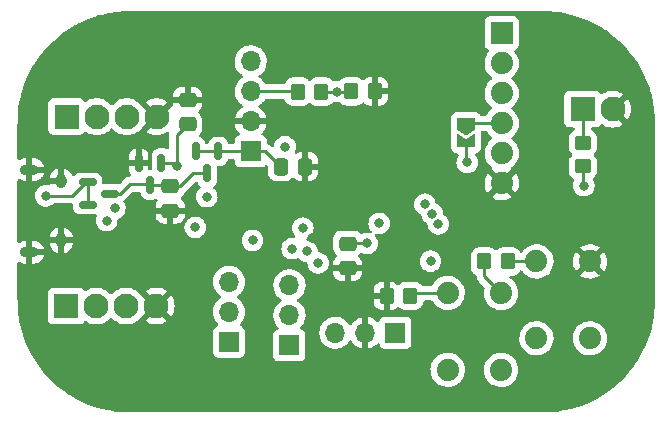
<source format=gbr>
%TF.GenerationSoftware,KiCad,Pcbnew,6.0.11-2627ca5db0~126~ubuntu22.04.1*%
%TF.CreationDate,2023-02-25T15:14:03-05:00*%
%TF.ProjectId,canbus-thermistor,63616e62-7573-42d7-9468-65726d697374,1.0*%
%TF.SameCoordinates,Original*%
%TF.FileFunction,Copper,L4,Bot*%
%TF.FilePolarity,Positive*%
%FSLAX46Y46*%
G04 Gerber Fmt 4.6, Leading zero omitted, Abs format (unit mm)*
G04 Created by KiCad (PCBNEW 6.0.11-2627ca5db0~126~ubuntu22.04.1) date 2023-02-25 15:14:03*
%MOMM*%
%LPD*%
G01*
G04 APERTURE LIST*
G04 Aperture macros list*
%AMRoundRect*
0 Rectangle with rounded corners*
0 $1 Rounding radius*
0 $2 $3 $4 $5 $6 $7 $8 $9 X,Y pos of 4 corners*
0 Add a 4 corners polygon primitive as box body*
4,1,4,$2,$3,$4,$5,$6,$7,$8,$9,$2,$3,0*
0 Add four circle primitives for the rounded corners*
1,1,$1+$1,$2,$3*
1,1,$1+$1,$4,$5*
1,1,$1+$1,$6,$7*
1,1,$1+$1,$8,$9*
0 Add four rect primitives between the rounded corners*
20,1,$1+$1,$2,$3,$4,$5,0*
20,1,$1+$1,$4,$5,$6,$7,0*
20,1,$1+$1,$6,$7,$8,$9,0*
20,1,$1+$1,$8,$9,$2,$3,0*%
%AMFreePoly0*
4,1,6,1.000000,0.000000,0.500000,-0.750000,-0.500000,-0.750000,-0.500000,0.750000,0.500000,0.750000,1.000000,0.000000,1.000000,0.000000,$1*%
%AMFreePoly1*
4,1,6,0.500000,-0.750000,-0.650000,-0.750000,-0.150000,0.000000,-0.650000,0.750000,0.500000,0.750000,0.500000,-0.750000,0.500000,-0.750000,$1*%
G04 Aperture macros list end*
%TA.AperFunction,ComponentPad*%
%ADD10R,1.700000X1.700000*%
%TD*%
%TA.AperFunction,ComponentPad*%
%ADD11O,1.700000X1.700000*%
%TD*%
%TA.AperFunction,ComponentPad*%
%ADD12R,1.879600X1.879600*%
%TD*%
%TA.AperFunction,ComponentPad*%
%ADD13C,1.879600*%
%TD*%
%TA.AperFunction,SMDPad,CuDef*%
%ADD14RoundRect,0.150000X-0.150000X0.587500X-0.150000X-0.587500X0.150000X-0.587500X0.150000X0.587500X0*%
%TD*%
%TA.AperFunction,SMDPad,CuDef*%
%ADD15RoundRect,0.250000X0.450000X-0.350000X0.450000X0.350000X-0.450000X0.350000X-0.450000X-0.350000X0*%
%TD*%
%TA.AperFunction,SMDPad,CuDef*%
%ADD16RoundRect,0.250000X-0.350000X-0.450000X0.350000X-0.450000X0.350000X0.450000X-0.350000X0.450000X0*%
%TD*%
%TA.AperFunction,SMDPad,CuDef*%
%ADD17RoundRect,0.250000X0.350000X0.450000X-0.350000X0.450000X-0.350000X-0.450000X0.350000X-0.450000X0*%
%TD*%
%TA.AperFunction,SMDPad,CuDef*%
%ADD18RoundRect,0.150000X-0.587500X-0.150000X0.587500X-0.150000X0.587500X0.150000X-0.587500X0.150000X0*%
%TD*%
%TA.AperFunction,SMDPad,CuDef*%
%ADD19FreePoly0,270.000000*%
%TD*%
%TA.AperFunction,SMDPad,CuDef*%
%ADD20FreePoly1,270.000000*%
%TD*%
%TA.AperFunction,ComponentPad*%
%ADD21R,2.100000X2.100000*%
%TD*%
%TA.AperFunction,ComponentPad*%
%ADD22C,2.100000*%
%TD*%
%TA.AperFunction,ComponentPad*%
%ADD23O,0.950000X1.250000*%
%TD*%
%TA.AperFunction,ComponentPad*%
%ADD24O,1.550000X0.890000*%
%TD*%
%TA.AperFunction,SMDPad,CuDef*%
%ADD25RoundRect,0.250000X-0.337500X-0.475000X0.337500X-0.475000X0.337500X0.475000X-0.337500X0.475000X0*%
%TD*%
%TA.AperFunction,SMDPad,CuDef*%
%ADD26RoundRect,0.250000X0.475000X-0.337500X0.475000X0.337500X-0.475000X0.337500X-0.475000X-0.337500X0*%
%TD*%
%TA.AperFunction,SMDPad,CuDef*%
%ADD27RoundRect,0.250000X-0.475000X0.337500X-0.475000X-0.337500X0.475000X-0.337500X0.475000X0.337500X0*%
%TD*%
%TA.AperFunction,ViaPad*%
%ADD28C,0.800000*%
%TD*%
%TA.AperFunction,Conductor*%
%ADD29C,0.250000*%
%TD*%
G04 APERTURE END LIST*
D10*
%TO.P,U3,1,Vout*%
%TO.N,+5V*%
X75247300Y-81002600D03*
D11*
%TO.P,U3,2,GND*%
%TO.N,GND*%
X75247300Y-78462600D03*
%TO.P,U3,3,Vin*%
%TO.N,+12V*%
X75247300Y-75922600D03*
%TO.P,U3,4,EN*%
%TO.N,unconnected-(U3-Pad4)*%
X75247300Y-73382600D03*
%TD*%
D12*
%TO.P,J2,1,DTR*%
%TO.N,unconnected-(J2-Pad1)*%
X96500000Y-70990000D03*
D13*
%TO.P,J2,2,RXD*%
%TO.N,RXD2*%
X96500000Y-73530000D03*
%TO.P,J2,3,TXD*%
%TO.N,TXD2*%
X96500000Y-76070000D03*
%TO.P,J2,4,VCC*%
%TO.N,Net-(JP3-Pad1)*%
X96500000Y-78610000D03*
%TO.P,J2,5,CTS*%
%TO.N,unconnected-(J2-Pad5)*%
X96500000Y-81150000D03*
%TO.P,J2,6,GND*%
%TO.N,GND*%
X96500000Y-83690000D03*
%TD*%
D14*
%TO.P,U1,1,GND*%
%TO.N,GND*%
X65775000Y-81987500D03*
%TO.P,U1,2,VO*%
%TO.N,+3V3*%
X67675000Y-81987500D03*
%TO.P,U1,3,VI*%
%TO.N,+5VP*%
X66725000Y-83862500D03*
%TD*%
D13*
%TO.P,S2,1,1*%
%TO.N,GND*%
X103960600Y-90323800D03*
%TO.P,S2,2,1*%
%TO.N,unconnected-(S2-Pad2)*%
X103960600Y-96826200D03*
%TO.P,S2,3,2*%
%TO.N,~{RESET}*%
X99439400Y-90323800D03*
%TO.P,S2,4,2*%
%TO.N,unconnected-(S2-Pad4)*%
X99439400Y-96826200D03*
%TD*%
%TO.P,S1,1,1*%
%TO.N,+3V3*%
X96435600Y-92998800D03*
%TO.P,S1,2,1*%
%TO.N,unconnected-(S1-Pad2)*%
X96435600Y-99501200D03*
%TO.P,S1,3,2*%
%TO.N,Net-(R1-Pad1)*%
X91914400Y-92998800D03*
%TO.P,S1,4,2*%
%TO.N,unconnected-(S1-Pad4)*%
X91914400Y-99501200D03*
%TD*%
D15*
%TO.P,R7,1*%
%TO.N,+3V3*%
X103375000Y-82275000D03*
%TO.P,R7,2*%
%TO.N,VTHERM*%
X103375000Y-80275000D03*
%TD*%
D16*
%TO.P,R4,1*%
%TO.N,VBAT_MON*%
X83775000Y-75925000D03*
%TO.P,R4,2*%
%TO.N,GND*%
X85775000Y-75925000D03*
%TD*%
%TO.P,R3,1*%
%TO.N,+12V*%
X79225000Y-75950000D03*
%TO.P,R3,2*%
%TO.N,VBAT_MON*%
X81225000Y-75950000D03*
%TD*%
%TO.P,R2,1*%
%TO.N,+3V3*%
X95000000Y-90325000D03*
%TO.P,R2,2*%
%TO.N,~{RESET}*%
X97000000Y-90325000D03*
%TD*%
D17*
%TO.P,R1,1*%
%TO.N,Net-(R1-Pad1)*%
X88750000Y-93250000D03*
%TO.P,R1,2*%
%TO.N,GND*%
X86750000Y-93250000D03*
%TD*%
D18*
%TO.P,Q2,1,G*%
%TO.N,VBUS*%
X61437500Y-85525000D03*
%TO.P,Q2,2,S*%
X61437500Y-83625000D03*
%TO.P,Q2,3,D*%
%TO.N,+5VP*%
X63312500Y-84575000D03*
%TD*%
D14*
%TO.P,Q1,3,D*%
%TO.N,+5VP*%
X71550000Y-82875000D03*
%TO.P,Q1,2,S*%
%TO.N,+5V*%
X72500000Y-81000000D03*
%TO.P,Q1,1,G*%
X70600000Y-81000000D03*
%TD*%
D19*
%TO.P,JP3,1,A*%
%TO.N,Net-(JP3-Pad1)*%
X93475000Y-78700000D03*
D20*
%TO.P,JP3,2,B*%
%TO.N,+3V3*%
X93475000Y-80150000D03*
%TD*%
D10*
%TO.P,JP2,1,A*%
%TO.N,CAN_TX*%
X78525000Y-97425000D03*
D11*
%TO.P,JP2,2,C*%
%TO.N,Net-(JP2-Pad2)*%
X78525000Y-94885000D03*
%TO.P,JP2,3,B*%
%TO.N,USB_D+*%
X78525000Y-92345000D03*
%TD*%
D10*
%TO.P,JP1,1,A*%
%TO.N,CAN_RX*%
X73400000Y-97140000D03*
D11*
%TO.P,JP1,2,C*%
%TO.N,Net-(JP1-Pad2)*%
X73400000Y-94600000D03*
%TO.P,JP1,3,B*%
%TO.N,USB_D-*%
X73400000Y-92060000D03*
%TD*%
D10*
%TO.P,J6,1,Pin_1*%
%TO.N,SWDIO*%
X87490000Y-96350000D03*
D11*
%TO.P,J6,2,Pin_2*%
%TO.N,GND*%
X84950000Y-96350000D03*
%TO.P,J6,3,Pin_3*%
%TO.N,SWDCLK*%
X82410000Y-96350000D03*
%TD*%
D21*
%TO.P,J5,1,Pin_1*%
%TO.N,+BATT*%
X59625000Y-94100000D03*
D22*
%TO.P,J5,2,Pin_2*%
%TO.N,CANH*%
X62165000Y-94100000D03*
%TO.P,J5,3,Pin_3*%
%TO.N,CANL*%
X64705000Y-94100000D03*
%TO.P,J5,4,Pin_4*%
%TO.N,GND*%
X67245000Y-94100000D03*
%TD*%
D21*
%TO.P,J4,1,Pin_1*%
%TO.N,+BATT*%
X59660000Y-78075000D03*
D22*
%TO.P,J4,2,Pin_2*%
%TO.N,CANH*%
X62200000Y-78075000D03*
%TO.P,J4,3,Pin_3*%
%TO.N,CANL*%
X64740000Y-78075000D03*
%TO.P,J4,4,Pin_4*%
%TO.N,GND*%
X67280000Y-78075000D03*
%TD*%
D21*
%TO.P,J3,1,Pin_1*%
%TO.N,VTHERM*%
X103350000Y-77425000D03*
D22*
%TO.P,J3,2,Pin_2*%
%TO.N,GND*%
X105890000Y-77425000D03*
%TD*%
D23*
%TO.P,J1,6,Shield*%
%TO.N,GND*%
X59210000Y-88550000D03*
D24*
X56510000Y-89550000D03*
D23*
X59210000Y-83550000D03*
D24*
X56510000Y-82550000D03*
%TD*%
D25*
%TO.P,C7,2*%
%TO.N,GND*%
X79862500Y-82300000D03*
%TO.P,C7,1*%
%TO.N,+5V*%
X77787500Y-82300000D03*
%TD*%
D26*
%TO.P,C4,1*%
%TO.N,+3V3*%
X69900000Y-78712500D03*
%TO.P,C4,2*%
%TO.N,GND*%
X69900000Y-76637500D03*
%TD*%
D27*
%TO.P,C2,1*%
%TO.N,+5VP*%
X68425000Y-83950000D03*
%TO.P,C2,2*%
%TO.N,GND*%
X68425000Y-86025000D03*
%TD*%
D26*
%TO.P,C1,1*%
%TO.N,GND*%
X83450000Y-90887500D03*
%TO.P,C1,2*%
%TO.N,+3V3*%
X83450000Y-88812500D03*
%TD*%
D28*
%TO.N,RXD2*%
X89990592Y-85482770D03*
%TO.N,TXD2*%
X90600000Y-86275000D03*
%TO.N,VBAT_MON*%
X86125000Y-87100000D03*
%TO.N,VTHERM*%
X91125000Y-87150000D03*
%TO.N,VBAT_MON*%
X82550000Y-75950000D03*
%TO.N,+3V3*%
X93575000Y-81950000D03*
X78750000Y-89250000D03*
%TO.N,GND*%
X80600000Y-85425000D03*
%TO.N,+3V3*%
X103450000Y-83900000D03*
X85100000Y-88800000D03*
%TO.N,GND*%
X93350000Y-91850000D03*
%TO.N,~{RESET}*%
X90475000Y-90300000D03*
%TO.N,GND*%
X72725000Y-70575000D03*
%TO.N,CAN_STBY*%
X79650000Y-87500000D03*
X70550000Y-87450000D03*
%TO.N,GND*%
X80450000Y-88350000D03*
%TO.N,Net-(JP2-Pad2)*%
X80950000Y-90450000D03*
%TO.N,Net-(JP1-Pad2)*%
X80025000Y-89475000D03*
%TO.N,CAN_TX*%
X75400000Y-88550000D03*
%TO.N,CAN_RX*%
X71525000Y-84850000D03*
%TO.N,GND*%
X75300000Y-86775000D03*
%TO.N,USB_D+*%
X63050000Y-86875000D03*
%TO.N,USB_D-*%
X63750000Y-85825000D03*
%TO.N,+3V3*%
X78150000Y-80600000D03*
X68975000Y-82275000D03*
%TO.N,VBUS*%
X57884502Y-84775000D03*
%TD*%
D29*
%TO.N,VBAT_MON*%
X81225000Y-75950000D02*
X83750000Y-75950000D01*
X83750000Y-75950000D02*
X83775000Y-75925000D01*
%TO.N,+12V*%
X79225000Y-75950000D02*
X79197600Y-75922600D01*
X79197600Y-75922600D02*
X75247300Y-75922600D01*
%TO.N,+3V3*%
X93475000Y-81850000D02*
X93575000Y-81950000D01*
X93475000Y-80150000D02*
X93475000Y-81850000D01*
%TO.N,Net-(JP3-Pad1)*%
X93475000Y-78700000D02*
X93565000Y-78610000D01*
X93565000Y-78610000D02*
X96500000Y-78610000D01*
%TO.N,+3V3*%
X69900000Y-78712500D02*
X69900000Y-78725000D01*
X69900000Y-78725000D02*
X68975000Y-79650000D01*
X68975000Y-79650000D02*
X68975000Y-82275000D01*
%TO.N,+5V*%
X77787500Y-82300000D02*
X76490100Y-81002600D01*
X76490100Y-81002600D02*
X75247300Y-81002600D01*
%TO.N,+3V3*%
X103375000Y-83825000D02*
X103450000Y-83900000D01*
X103375000Y-82275000D02*
X103375000Y-83825000D01*
%TO.N,VTHERM*%
X103375000Y-80275000D02*
X103350000Y-80250000D01*
X103350000Y-80250000D02*
X103350000Y-77425000D01*
%TO.N,+3V3*%
X85100000Y-88800000D02*
X83462500Y-88800000D01*
X83462500Y-88800000D02*
X83450000Y-88812500D01*
X95000000Y-90325000D02*
X95000000Y-91563200D01*
X95000000Y-91563200D02*
X96435600Y-92998800D01*
%TO.N,~{RESET}*%
X97000000Y-90325000D02*
X99438200Y-90325000D01*
X99438200Y-90325000D02*
X99439400Y-90323800D01*
%TO.N,Net-(R1-Pad1)*%
X88750000Y-93250000D02*
X89001200Y-92998800D01*
X89001200Y-92998800D02*
X91914400Y-92998800D01*
%TO.N,+5VP*%
X69300000Y-83950000D02*
X70375000Y-82875000D01*
X70375000Y-82875000D02*
X71550000Y-82875000D01*
X68425000Y-83950000D02*
X69300000Y-83950000D01*
X66725000Y-83862500D02*
X68337500Y-83862500D01*
X68337500Y-83862500D02*
X68425000Y-83950000D01*
%TO.N,+3V3*%
X68687500Y-81987500D02*
X68975000Y-82275000D01*
X67675000Y-81987500D02*
X68687500Y-81987500D01*
%TO.N,+5VP*%
X64200000Y-84575000D02*
X65000000Y-83775000D01*
X63312500Y-84575000D02*
X64200000Y-84575000D01*
X65000000Y-83775000D02*
X66675000Y-83775000D01*
%TO.N,+5V*%
X72500000Y-81000000D02*
X70600000Y-81000000D01*
X72500000Y-81000000D02*
X72502600Y-81002600D01*
X72502600Y-81002600D02*
X75247300Y-81002600D01*
%TO.N,VBUS*%
X61437500Y-85525000D02*
X61437500Y-83625000D01*
X57884502Y-84775000D02*
X60125000Y-84775000D01*
X60125000Y-84775000D02*
X61275000Y-83625000D01*
X61275000Y-83625000D02*
X61437500Y-83625000D01*
%TD*%
%TA.AperFunction,Conductor*%
%TO.N,GND*%
G36*
X99961286Y-69127468D02*
G01*
X99976119Y-69129778D01*
X99976123Y-69129778D01*
X99984992Y-69131159D01*
X99993894Y-69129995D01*
X99993896Y-69129995D01*
X100002949Y-69128811D01*
X100008105Y-69128137D01*
X100028397Y-69127135D01*
X100583286Y-69144573D01*
X100591185Y-69145070D01*
X101011993Y-69184848D01*
X101176931Y-69200439D01*
X101184770Y-69201429D01*
X101431794Y-69240554D01*
X101765900Y-69293471D01*
X101773656Y-69294950D01*
X102347874Y-69423304D01*
X102355495Y-69425261D01*
X102920514Y-69589414D01*
X102928017Y-69591852D01*
X103177186Y-69681558D01*
X103481597Y-69791153D01*
X103488956Y-69794067D01*
X103956752Y-69996499D01*
X103969617Y-70002066D01*
X104028916Y-70027727D01*
X104036064Y-70031090D01*
X104560309Y-70298206D01*
X104560317Y-70298210D01*
X104567253Y-70302024D01*
X105073664Y-70601515D01*
X105080335Y-70605748D01*
X105289876Y-70748152D01*
X105566950Y-70936451D01*
X105573354Y-70941103D01*
X106038271Y-71301729D01*
X106044340Y-71306751D01*
X106428986Y-71645862D01*
X106485676Y-71695841D01*
X106491446Y-71701259D01*
X106907479Y-72117291D01*
X106912897Y-72123061D01*
X106915450Y-72125957D01*
X107301974Y-72564382D01*
X107307020Y-72570481D01*
X107667634Y-73035382D01*
X107672276Y-73041772D01*
X107752597Y-73159961D01*
X108002989Y-73528401D01*
X108007230Y-73535085D01*
X108306714Y-74041483D01*
X108310528Y-74048419D01*
X108577641Y-74572658D01*
X108581004Y-74579804D01*
X108814673Y-75119780D01*
X108817581Y-75127123D01*
X109016883Y-75680707D01*
X109019325Y-75688223D01*
X109075791Y-75882578D01*
X109183472Y-76253219D01*
X109185440Y-76260886D01*
X109313787Y-76835076D01*
X109315270Y-76842844D01*
X109403443Y-77399546D01*
X109407309Y-77423957D01*
X109408300Y-77431801D01*
X109421925Y-77575938D01*
X109463670Y-78017550D01*
X109464167Y-78025450D01*
X109481366Y-78572749D01*
X109479928Y-78596089D01*
X109477577Y-78611192D01*
X109478741Y-78620094D01*
X109478741Y-78620096D01*
X109481704Y-78642751D01*
X109482768Y-78659089D01*
X109482768Y-93568101D01*
X109481268Y-93587486D01*
X109478958Y-93602319D01*
X109478958Y-93602323D01*
X109477577Y-93611192D01*
X109478741Y-93620094D01*
X109478741Y-93620096D01*
X109480599Y-93634302D01*
X109481601Y-93654597D01*
X109464163Y-94209486D01*
X109463666Y-94217385D01*
X109424704Y-94629570D01*
X109409566Y-94789715D01*
X109408298Y-94803125D01*
X109407307Y-94810970D01*
X109378714Y-94991500D01*
X109315265Y-95392100D01*
X109313786Y-95399856D01*
X109185432Y-95974073D01*
X109183475Y-95981694D01*
X109019888Y-96544767D01*
X109019326Y-96546701D01*
X109016884Y-96554217D01*
X108948124Y-96745206D01*
X108817583Y-97107797D01*
X108814669Y-97115156D01*
X108623865Y-97556081D01*
X108597749Y-97616433D01*
X108581009Y-97655116D01*
X108577646Y-97662264D01*
X108398761Y-98013344D01*
X108310531Y-98186504D01*
X108306718Y-98193440D01*
X108007221Y-98699863D01*
X108002979Y-98706547D01*
X107954693Y-98777598D01*
X107672280Y-99193156D01*
X107672279Y-99193157D01*
X107667632Y-99199553D01*
X107307007Y-99664469D01*
X107301985Y-99670538D01*
X106979627Y-100036182D01*
X106912888Y-100111882D01*
X106907469Y-100117652D01*
X106491452Y-100533669D01*
X106485682Y-100539088D01*
X106044338Y-100928185D01*
X106038269Y-100933207D01*
X105885778Y-101051491D01*
X105573360Y-101293827D01*
X105566957Y-101298479D01*
X105080347Y-101629179D01*
X105073663Y-101633421D01*
X104567240Y-101932918D01*
X104560306Y-101936730D01*
X104036064Y-102203846D01*
X104028916Y-102207209D01*
X103488956Y-102440869D01*
X103481597Y-102443783D01*
X103204813Y-102543431D01*
X102928017Y-102643084D01*
X102920513Y-102645522D01*
X102355494Y-102809675D01*
X102347873Y-102811632D01*
X101773656Y-102939986D01*
X101765900Y-102941465D01*
X101431794Y-102994382D01*
X101184770Y-103033507D01*
X101176931Y-103034497D01*
X101011993Y-103050088D01*
X100591185Y-103089866D01*
X100583286Y-103090363D01*
X100035968Y-103107563D01*
X100012626Y-103106125D01*
X100006418Y-103105158D01*
X100006413Y-103105158D01*
X99997544Y-103103777D01*
X99988642Y-103104941D01*
X99988640Y-103104941D01*
X99974434Y-103106799D01*
X99965982Y-103107904D01*
X99949647Y-103108968D01*
X65040635Y-103108968D01*
X65021250Y-103107468D01*
X65006417Y-103105158D01*
X65006413Y-103105158D01*
X64997544Y-103103777D01*
X64988642Y-103104941D01*
X64988640Y-103104941D01*
X64980844Y-103105961D01*
X64974431Y-103106799D01*
X64954139Y-103107801D01*
X64399250Y-103090363D01*
X64391350Y-103089866D01*
X64054942Y-103058066D01*
X63805601Y-103034496D01*
X63797766Y-103033506D01*
X63216644Y-102941466D01*
X63208876Y-102939983D01*
X62634686Y-102811636D01*
X62627019Y-102809668D01*
X62356376Y-102731039D01*
X62062023Y-102645522D01*
X62054520Y-102643084D01*
X61500924Y-102443777D01*
X61493594Y-102440875D01*
X60953604Y-102207201D01*
X60946472Y-102203845D01*
X60422231Y-101936730D01*
X60415295Y-101932917D01*
X59908873Y-101633420D01*
X59902190Y-101629178D01*
X59415579Y-101298478D01*
X59409182Y-101293831D01*
X58944266Y-100933206D01*
X58938197Y-100928184D01*
X58496861Y-100539094D01*
X58491091Y-100533676D01*
X58075058Y-100117644D01*
X58069639Y-100111873D01*
X57680550Y-99670538D01*
X57675528Y-99664469D01*
X57521343Y-99465694D01*
X90461570Y-99465694D01*
X90461867Y-99470846D01*
X90461867Y-99470850D01*
X90467902Y-99575513D01*
X90475279Y-99703455D01*
X90476416Y-99708501D01*
X90476417Y-99708507D01*
X90509511Y-99855356D01*
X90527637Y-99935785D01*
X90529579Y-99940567D01*
X90529580Y-99940571D01*
X90599142Y-100111882D01*
X90617237Y-100156444D01*
X90741674Y-100359506D01*
X90897604Y-100539517D01*
X91080842Y-100691644D01*
X91085294Y-100694246D01*
X91085299Y-100694249D01*
X91183733Y-100751769D01*
X91286465Y-100811801D01*
X91508952Y-100896760D01*
X91514018Y-100897791D01*
X91514019Y-100897791D01*
X91568356Y-100908846D01*
X91742328Y-100944241D01*
X91876521Y-100949162D01*
X91975160Y-100952779D01*
X91975164Y-100952779D01*
X91980324Y-100952968D01*
X91985444Y-100952312D01*
X91985446Y-100952312D01*
X92211423Y-100923364D01*
X92211424Y-100923364D01*
X92216551Y-100922707D01*
X92299600Y-100897791D01*
X92439716Y-100855754D01*
X92439717Y-100855753D01*
X92444662Y-100854270D01*
X92658533Y-100749495D01*
X92662736Y-100746497D01*
X92662741Y-100746494D01*
X92848216Y-100614196D01*
X92848218Y-100614194D01*
X92852420Y-100611197D01*
X93021116Y-100443089D01*
X93160090Y-100249686D01*
X93206174Y-100156444D01*
X93263317Y-100040824D01*
X93263318Y-100040822D01*
X93265611Y-100036182D01*
X93334843Y-99808311D01*
X93349328Y-99698286D01*
X93365492Y-99575513D01*
X93365492Y-99575509D01*
X93365929Y-99572192D01*
X93367664Y-99501200D01*
X93364745Y-99465694D01*
X94982770Y-99465694D01*
X94983067Y-99470846D01*
X94983067Y-99470850D01*
X94989102Y-99575513D01*
X94996479Y-99703455D01*
X94997616Y-99708501D01*
X94997617Y-99708507D01*
X95030711Y-99855356D01*
X95048837Y-99935785D01*
X95050779Y-99940567D01*
X95050780Y-99940571D01*
X95120342Y-100111882D01*
X95138437Y-100156444D01*
X95262874Y-100359506D01*
X95418804Y-100539517D01*
X95602042Y-100691644D01*
X95606494Y-100694246D01*
X95606499Y-100694249D01*
X95704933Y-100751769D01*
X95807665Y-100811801D01*
X96030152Y-100896760D01*
X96035218Y-100897791D01*
X96035219Y-100897791D01*
X96089556Y-100908846D01*
X96263528Y-100944241D01*
X96397721Y-100949162D01*
X96496360Y-100952779D01*
X96496364Y-100952779D01*
X96501524Y-100952968D01*
X96506644Y-100952312D01*
X96506646Y-100952312D01*
X96732623Y-100923364D01*
X96732624Y-100923364D01*
X96737751Y-100922707D01*
X96820800Y-100897791D01*
X96960916Y-100855754D01*
X96960917Y-100855753D01*
X96965862Y-100854270D01*
X97179733Y-100749495D01*
X97183936Y-100746497D01*
X97183941Y-100746494D01*
X97369416Y-100614196D01*
X97369418Y-100614194D01*
X97373620Y-100611197D01*
X97542316Y-100443089D01*
X97681290Y-100249686D01*
X97727374Y-100156444D01*
X97784517Y-100040824D01*
X97784518Y-100040822D01*
X97786811Y-100036182D01*
X97856043Y-99808311D01*
X97870528Y-99698286D01*
X97886692Y-99575513D01*
X97886692Y-99575509D01*
X97887129Y-99572192D01*
X97888864Y-99501200D01*
X97869350Y-99263844D01*
X97811331Y-99032863D01*
X97716367Y-98814459D01*
X97699294Y-98788067D01*
X97589816Y-98618842D01*
X97587006Y-98614498D01*
X97426724Y-98438350D01*
X97422673Y-98435151D01*
X97422669Y-98435147D01*
X97243878Y-98293947D01*
X97243873Y-98293944D01*
X97239824Y-98290746D01*
X97235308Y-98288253D01*
X97235305Y-98288251D01*
X97035850Y-98178146D01*
X97035846Y-98178144D01*
X97031326Y-98175649D01*
X97026457Y-98173925D01*
X97026453Y-98173923D01*
X96811705Y-98097876D01*
X96811701Y-98097875D01*
X96806830Y-98096150D01*
X96801740Y-98095243D01*
X96801735Y-98095242D01*
X96674414Y-98072564D01*
X96572364Y-98054386D01*
X96483237Y-98053297D01*
X96339395Y-98051539D01*
X96339393Y-98051539D01*
X96334225Y-98051476D01*
X96098809Y-98087500D01*
X95872438Y-98161489D01*
X95867846Y-98163879D01*
X95867847Y-98163879D01*
X95714146Y-98243891D01*
X95661190Y-98271458D01*
X95657057Y-98274561D01*
X95657054Y-98274563D01*
X95474875Y-98411347D01*
X95470740Y-98414452D01*
X95306202Y-98586631D01*
X95171994Y-98783372D01*
X95071722Y-98999391D01*
X95008077Y-99228885D01*
X95007528Y-99234019D01*
X95007528Y-99234021D01*
X95002049Y-99285289D01*
X94982770Y-99465694D01*
X93364745Y-99465694D01*
X93348150Y-99263844D01*
X93290131Y-99032863D01*
X93195167Y-98814459D01*
X93178094Y-98788067D01*
X93068616Y-98618842D01*
X93065806Y-98614498D01*
X92905524Y-98438350D01*
X92901473Y-98435151D01*
X92901469Y-98435147D01*
X92722678Y-98293947D01*
X92722673Y-98293944D01*
X92718624Y-98290746D01*
X92714108Y-98288253D01*
X92714105Y-98288251D01*
X92514650Y-98178146D01*
X92514646Y-98178144D01*
X92510126Y-98175649D01*
X92505257Y-98173925D01*
X92505253Y-98173923D01*
X92290505Y-98097876D01*
X92290501Y-98097875D01*
X92285630Y-98096150D01*
X92280540Y-98095243D01*
X92280535Y-98095242D01*
X92153214Y-98072564D01*
X92051164Y-98054386D01*
X91962037Y-98053297D01*
X91818195Y-98051539D01*
X91818193Y-98051539D01*
X91813025Y-98051476D01*
X91577609Y-98087500D01*
X91351238Y-98161489D01*
X91346646Y-98163879D01*
X91346647Y-98163879D01*
X91192946Y-98243891D01*
X91139990Y-98271458D01*
X91135857Y-98274561D01*
X91135854Y-98274563D01*
X90953675Y-98411347D01*
X90949540Y-98414452D01*
X90785002Y-98586631D01*
X90650794Y-98783372D01*
X90550522Y-98999391D01*
X90486877Y-99228885D01*
X90486328Y-99234019D01*
X90486328Y-99234021D01*
X90480849Y-99285289D01*
X90461570Y-99465694D01*
X57521343Y-99465694D01*
X57314902Y-99199552D01*
X57310255Y-99193156D01*
X56979547Y-98706534D01*
X56975306Y-98699850D01*
X56675822Y-98193452D01*
X56672008Y-98186516D01*
X56658437Y-98159882D01*
X56404888Y-97662263D01*
X56401532Y-97655131D01*
X56167857Y-97115140D01*
X56164955Y-97107811D01*
X55965648Y-96554216D01*
X55963206Y-96546701D01*
X55962645Y-96544767D01*
X55799057Y-95981694D01*
X55797100Y-95974073D01*
X55668746Y-95399856D01*
X55667267Y-95392100D01*
X55636546Y-95198134D01*
X58066500Y-95198134D01*
X58073255Y-95260316D01*
X58124385Y-95396705D01*
X58211739Y-95513261D01*
X58328295Y-95600615D01*
X58464684Y-95651745D01*
X58526866Y-95658500D01*
X60723134Y-95658500D01*
X60785316Y-95651745D01*
X60921705Y-95600615D01*
X61038261Y-95513261D01*
X61111128Y-95416035D01*
X61167988Y-95373521D01*
X61238806Y-95368496D01*
X61277788Y-95384168D01*
X61303420Y-95399875D01*
X61455268Y-95492927D01*
X61526946Y-95522617D01*
X61677335Y-95584911D01*
X61677337Y-95584912D01*
X61681908Y-95586805D01*
X61716997Y-95595229D01*
X61915630Y-95642917D01*
X61915636Y-95642918D01*
X61920443Y-95644072D01*
X62165000Y-95663319D01*
X62409557Y-95644072D01*
X62414364Y-95642918D01*
X62414370Y-95642917D01*
X62613003Y-95595229D01*
X62648092Y-95586805D01*
X62652663Y-95584912D01*
X62652665Y-95584911D01*
X62803054Y-95522617D01*
X62874732Y-95492927D01*
X63026580Y-95399875D01*
X63079670Y-95367342D01*
X63079673Y-95367340D01*
X63083896Y-95364752D01*
X63089819Y-95359694D01*
X63266677Y-95208641D01*
X63270433Y-95205433D01*
X63302456Y-95167939D01*
X63339189Y-95124931D01*
X63398640Y-95086122D01*
X63469635Y-95085616D01*
X63530811Y-95124931D01*
X63567544Y-95167939D01*
X63599567Y-95205433D01*
X63603323Y-95208641D01*
X63780182Y-95359694D01*
X63786104Y-95364752D01*
X63790327Y-95367340D01*
X63790330Y-95367342D01*
X63843420Y-95399875D01*
X63995268Y-95492927D01*
X64066946Y-95522617D01*
X64217335Y-95584911D01*
X64217337Y-95584912D01*
X64221908Y-95586805D01*
X64256997Y-95595229D01*
X64455630Y-95642917D01*
X64455636Y-95642918D01*
X64460443Y-95644072D01*
X64705000Y-95663319D01*
X64949557Y-95644072D01*
X64954364Y-95642918D01*
X64954370Y-95642917D01*
X65153003Y-95595229D01*
X65188092Y-95586805D01*
X65192663Y-95584912D01*
X65192665Y-95584911D01*
X65343054Y-95522617D01*
X65414732Y-95492927D01*
X65566580Y-95399875D01*
X65616915Y-95369030D01*
X66340800Y-95369030D01*
X66346527Y-95376680D01*
X66531272Y-95489893D01*
X66540067Y-95494375D01*
X66757490Y-95584434D01*
X66766875Y-95587483D01*
X66995708Y-95642422D01*
X67005455Y-95643965D01*
X67240070Y-95662430D01*
X67249930Y-95662430D01*
X67484545Y-95643965D01*
X67494292Y-95642422D01*
X67723125Y-95587483D01*
X67732510Y-95584434D01*
X67949933Y-95494375D01*
X67958728Y-95489893D01*
X68139805Y-95378928D01*
X68149267Y-95368470D01*
X68145484Y-95359694D01*
X67257812Y-94472022D01*
X67243868Y-94464408D01*
X67242035Y-94464539D01*
X67235420Y-94468790D01*
X66347560Y-95356650D01*
X66340800Y-95369030D01*
X65616915Y-95369030D01*
X65619670Y-95367342D01*
X65619673Y-95367340D01*
X65623896Y-95364752D01*
X65629819Y-95359694D01*
X65806677Y-95208641D01*
X65810433Y-95205433D01*
X65969752Y-95018896D01*
X65971190Y-95016549D01*
X65982605Y-95003185D01*
X66872978Y-94112812D01*
X66879356Y-94101132D01*
X67609408Y-94101132D01*
X67609539Y-94102965D01*
X67613790Y-94109580D01*
X68501650Y-94997440D01*
X68514030Y-95004200D01*
X68521680Y-94998473D01*
X68634893Y-94813728D01*
X68639375Y-94804933D01*
X68729434Y-94587510D01*
X68732483Y-94578125D01*
X68735227Y-94566695D01*
X72037251Y-94566695D01*
X72037548Y-94571848D01*
X72037548Y-94571851D01*
X72043202Y-94669908D01*
X72050110Y-94789715D01*
X72051247Y-94794761D01*
X72051248Y-94794767D01*
X72062921Y-94846562D01*
X72099222Y-95007639D01*
X72146849Y-95124931D01*
X72177174Y-95199612D01*
X72183266Y-95214616D01*
X72211271Y-95260316D01*
X72295362Y-95397540D01*
X72299987Y-95405088D01*
X72446250Y-95573938D01*
X72450230Y-95577242D01*
X72454981Y-95581187D01*
X72494616Y-95640090D01*
X72496113Y-95711071D01*
X72458997Y-95771593D01*
X72418724Y-95796112D01*
X72303295Y-95839385D01*
X72186739Y-95926739D01*
X72099385Y-96043295D01*
X72048255Y-96179684D01*
X72041500Y-96241866D01*
X72041500Y-98038134D01*
X72048255Y-98100316D01*
X72099385Y-98236705D01*
X72186739Y-98353261D01*
X72303295Y-98440615D01*
X72439684Y-98491745D01*
X72501866Y-98498500D01*
X74298134Y-98498500D01*
X74360316Y-98491745D01*
X74496705Y-98440615D01*
X74613261Y-98353261D01*
X74700615Y-98236705D01*
X74751745Y-98100316D01*
X74758500Y-98038134D01*
X74758500Y-96241866D01*
X74751745Y-96179684D01*
X74700615Y-96043295D01*
X74613261Y-95926739D01*
X74496705Y-95839385D01*
X74484132Y-95834672D01*
X74378203Y-95794960D01*
X74321439Y-95752318D01*
X74296739Y-95685756D01*
X74311947Y-95616408D01*
X74333493Y-95587727D01*
X74403186Y-95518277D01*
X74438096Y-95483489D01*
X74470287Y-95438691D01*
X74565435Y-95306277D01*
X74568453Y-95302077D01*
X74589093Y-95260316D01*
X74665136Y-95106453D01*
X74665137Y-95106451D01*
X74667430Y-95101811D01*
X74732370Y-94888069D01*
X74737159Y-94851695D01*
X77162251Y-94851695D01*
X77162548Y-94856848D01*
X77162548Y-94856851D01*
X77173960Y-95054771D01*
X77175110Y-95074715D01*
X77176247Y-95079761D01*
X77176248Y-95079767D01*
X77186427Y-95124931D01*
X77224222Y-95292639D01*
X77271467Y-95408990D01*
X77306319Y-95494820D01*
X77308266Y-95499616D01*
X77319925Y-95518642D01*
X77419648Y-95681375D01*
X77424987Y-95690088D01*
X77571250Y-95858938D01*
X77575230Y-95862242D01*
X77579981Y-95866187D01*
X77619616Y-95925090D01*
X77621113Y-95996071D01*
X77583997Y-96056593D01*
X77543725Y-96081112D01*
X77458486Y-96113067D01*
X77428295Y-96124385D01*
X77311739Y-96211739D01*
X77224385Y-96328295D01*
X77173255Y-96464684D01*
X77166500Y-96526866D01*
X77166500Y-98323134D01*
X77173255Y-98385316D01*
X77224385Y-98521705D01*
X77311739Y-98638261D01*
X77428295Y-98725615D01*
X77564684Y-98776745D01*
X77626866Y-98783500D01*
X79423134Y-98783500D01*
X79485316Y-98776745D01*
X79621705Y-98725615D01*
X79738261Y-98638261D01*
X79825615Y-98521705D01*
X79876745Y-98385316D01*
X79883500Y-98323134D01*
X79883500Y-96526866D01*
X79876745Y-96464684D01*
X79825615Y-96328295D01*
X79816921Y-96316695D01*
X81047251Y-96316695D01*
X81047548Y-96321848D01*
X81047548Y-96321851D01*
X81053011Y-96416590D01*
X81060110Y-96539715D01*
X81061247Y-96544761D01*
X81061248Y-96544767D01*
X81071182Y-96588844D01*
X81109222Y-96757639D01*
X81193266Y-96964616D01*
X81235482Y-97033507D01*
X81299672Y-97138255D01*
X81309987Y-97155088D01*
X81456250Y-97323938D01*
X81628126Y-97466632D01*
X81821000Y-97579338D01*
X82029692Y-97659030D01*
X82034760Y-97660061D01*
X82034763Y-97660062D01*
X82129862Y-97679410D01*
X82248597Y-97703567D01*
X82253772Y-97703757D01*
X82253774Y-97703757D01*
X82466673Y-97711564D01*
X82466677Y-97711564D01*
X82471837Y-97711753D01*
X82476957Y-97711097D01*
X82476959Y-97711097D01*
X82688288Y-97684025D01*
X82688289Y-97684025D01*
X82693416Y-97683368D01*
X82698366Y-97681883D01*
X82902429Y-97620661D01*
X82902434Y-97620659D01*
X82907384Y-97619174D01*
X83107994Y-97520896D01*
X83289860Y-97391173D01*
X83448096Y-97233489D01*
X83507594Y-97150689D01*
X83578453Y-97052077D01*
X83579640Y-97052930D01*
X83626960Y-97009362D01*
X83696897Y-96997145D01*
X83762338Y-97024678D01*
X83790166Y-97056511D01*
X83847694Y-97150388D01*
X83853777Y-97158699D01*
X83993213Y-97319667D01*
X84000580Y-97326883D01*
X84164434Y-97462916D01*
X84172881Y-97468831D01*
X84356756Y-97576279D01*
X84366042Y-97580729D01*
X84565001Y-97656703D01*
X84574899Y-97659579D01*
X84678250Y-97680606D01*
X84692299Y-97679410D01*
X84696000Y-97669065D01*
X84696000Y-97668517D01*
X85204000Y-97668517D01*
X85208064Y-97682359D01*
X85221478Y-97684393D01*
X85228184Y-97683534D01*
X85238262Y-97681392D01*
X85442255Y-97620191D01*
X85451842Y-97616433D01*
X85643095Y-97522739D01*
X85651945Y-97517464D01*
X85825328Y-97393792D01*
X85833193Y-97387145D01*
X85937897Y-97282805D01*
X86000268Y-97248889D01*
X86071075Y-97254077D01*
X86127837Y-97296723D01*
X86144819Y-97327826D01*
X86151458Y-97345535D01*
X86189385Y-97446705D01*
X86276739Y-97563261D01*
X86393295Y-97650615D01*
X86529684Y-97701745D01*
X86591866Y-97708500D01*
X88388134Y-97708500D01*
X88450316Y-97701745D01*
X88586705Y-97650615D01*
X88703261Y-97563261D01*
X88790615Y-97446705D01*
X88841745Y-97310316D01*
X88848500Y-97248134D01*
X88848500Y-96790694D01*
X97986570Y-96790694D01*
X97986867Y-96795846D01*
X97986867Y-96795850D01*
X97992902Y-96900513D01*
X98000279Y-97028455D01*
X98001416Y-97033501D01*
X98001417Y-97033507D01*
X98027758Y-97150388D01*
X98052637Y-97260785D01*
X98054579Y-97265567D01*
X98054580Y-97265571D01*
X98134880Y-97463327D01*
X98142237Y-97481444D01*
X98266674Y-97684506D01*
X98422604Y-97864517D01*
X98605842Y-98016644D01*
X98610294Y-98019246D01*
X98610299Y-98019249D01*
X98807007Y-98134196D01*
X98811465Y-98136801D01*
X99033952Y-98221760D01*
X99039018Y-98222791D01*
X99039019Y-98222791D01*
X99066082Y-98228297D01*
X99267328Y-98269241D01*
X99401521Y-98274162D01*
X99500160Y-98277779D01*
X99500164Y-98277779D01*
X99505324Y-98277968D01*
X99510444Y-98277312D01*
X99510446Y-98277312D01*
X99736423Y-98248364D01*
X99736424Y-98248364D01*
X99741551Y-98247707D01*
X99746501Y-98246222D01*
X99964716Y-98180754D01*
X99964717Y-98180753D01*
X99969662Y-98179270D01*
X100183533Y-98074495D01*
X100187736Y-98071497D01*
X100187741Y-98071494D01*
X100373216Y-97939196D01*
X100373218Y-97939194D01*
X100377420Y-97936197D01*
X100546116Y-97768089D01*
X100685090Y-97574686D01*
X100710550Y-97523173D01*
X100788317Y-97365824D01*
X100788318Y-97365822D01*
X100790611Y-97361182D01*
X100859843Y-97133311D01*
X100862233Y-97115156D01*
X100890492Y-96900513D01*
X100890492Y-96900509D01*
X100890929Y-96897192D01*
X100892664Y-96826200D01*
X100889745Y-96790694D01*
X102507770Y-96790694D01*
X102508067Y-96795846D01*
X102508067Y-96795850D01*
X102514102Y-96900513D01*
X102521479Y-97028455D01*
X102522616Y-97033501D01*
X102522617Y-97033507D01*
X102548958Y-97150388D01*
X102573837Y-97260785D01*
X102575779Y-97265567D01*
X102575780Y-97265571D01*
X102656080Y-97463327D01*
X102663437Y-97481444D01*
X102787874Y-97684506D01*
X102943804Y-97864517D01*
X103127042Y-98016644D01*
X103131494Y-98019246D01*
X103131499Y-98019249D01*
X103328207Y-98134196D01*
X103332665Y-98136801D01*
X103555152Y-98221760D01*
X103560218Y-98222791D01*
X103560219Y-98222791D01*
X103587282Y-98228297D01*
X103788528Y-98269241D01*
X103922721Y-98274162D01*
X104021360Y-98277779D01*
X104021364Y-98277779D01*
X104026524Y-98277968D01*
X104031644Y-98277312D01*
X104031646Y-98277312D01*
X104257623Y-98248364D01*
X104257624Y-98248364D01*
X104262751Y-98247707D01*
X104267701Y-98246222D01*
X104485916Y-98180754D01*
X104485917Y-98180753D01*
X104490862Y-98179270D01*
X104704733Y-98074495D01*
X104708936Y-98071497D01*
X104708941Y-98071494D01*
X104894416Y-97939196D01*
X104894418Y-97939194D01*
X104898620Y-97936197D01*
X105067316Y-97768089D01*
X105206290Y-97574686D01*
X105231750Y-97523173D01*
X105309517Y-97365824D01*
X105309518Y-97365822D01*
X105311811Y-97361182D01*
X105381043Y-97133311D01*
X105383433Y-97115156D01*
X105411692Y-96900513D01*
X105411692Y-96900509D01*
X105412129Y-96897192D01*
X105413864Y-96826200D01*
X105394350Y-96588844D01*
X105336331Y-96357863D01*
X105241367Y-96139459D01*
X105237490Y-96133465D01*
X105139309Y-95981702D01*
X105112006Y-95939498D01*
X104951724Y-95763350D01*
X104947673Y-95760151D01*
X104947669Y-95760147D01*
X104768878Y-95618947D01*
X104768873Y-95618944D01*
X104764824Y-95615746D01*
X104760308Y-95613253D01*
X104760305Y-95613251D01*
X104560850Y-95503146D01*
X104560846Y-95503144D01*
X104556326Y-95500649D01*
X104551457Y-95498925D01*
X104551453Y-95498923D01*
X104336705Y-95422876D01*
X104336701Y-95422875D01*
X104331830Y-95421150D01*
X104326740Y-95420243D01*
X104326735Y-95420242D01*
X104168741Y-95392100D01*
X104097364Y-95379386D01*
X104008237Y-95378297D01*
X103864395Y-95376539D01*
X103864393Y-95376539D01*
X103859225Y-95376476D01*
X103623809Y-95412500D01*
X103397438Y-95486489D01*
X103385071Y-95492927D01*
X103196143Y-95591277D01*
X103186190Y-95596458D01*
X103182057Y-95599561D01*
X103182054Y-95599563D01*
X103026133Y-95716632D01*
X102995740Y-95739452D01*
X102992168Y-95743190D01*
X102868380Y-95872727D01*
X102831202Y-95911631D01*
X102828288Y-95915903D01*
X102828287Y-95915904D01*
X102788633Y-95974035D01*
X102696994Y-96108372D01*
X102684578Y-96135121D01*
X102635029Y-96241866D01*
X102596722Y-96324391D01*
X102533077Y-96553885D01*
X102532528Y-96559019D01*
X102532528Y-96559021D01*
X102527049Y-96610289D01*
X102507770Y-96790694D01*
X100889745Y-96790694D01*
X100873150Y-96588844D01*
X100815131Y-96357863D01*
X100720167Y-96139459D01*
X100716290Y-96133465D01*
X100618109Y-95981702D01*
X100590806Y-95939498D01*
X100430524Y-95763350D01*
X100426473Y-95760151D01*
X100426469Y-95760147D01*
X100247678Y-95618947D01*
X100247673Y-95618944D01*
X100243624Y-95615746D01*
X100239108Y-95613253D01*
X100239105Y-95613251D01*
X100039650Y-95503146D01*
X100039646Y-95503144D01*
X100035126Y-95500649D01*
X100030257Y-95498925D01*
X100030253Y-95498923D01*
X99815505Y-95422876D01*
X99815501Y-95422875D01*
X99810630Y-95421150D01*
X99805540Y-95420243D01*
X99805535Y-95420242D01*
X99647541Y-95392100D01*
X99576164Y-95379386D01*
X99487037Y-95378297D01*
X99343195Y-95376539D01*
X99343193Y-95376539D01*
X99338025Y-95376476D01*
X99102609Y-95412500D01*
X98876238Y-95486489D01*
X98863871Y-95492927D01*
X98674943Y-95591277D01*
X98664990Y-95596458D01*
X98660857Y-95599561D01*
X98660854Y-95599563D01*
X98504933Y-95716632D01*
X98474540Y-95739452D01*
X98470968Y-95743190D01*
X98347180Y-95872727D01*
X98310002Y-95911631D01*
X98307088Y-95915903D01*
X98307087Y-95915904D01*
X98267433Y-95974035D01*
X98175794Y-96108372D01*
X98163378Y-96135121D01*
X98113829Y-96241866D01*
X98075522Y-96324391D01*
X98011877Y-96553885D01*
X98011328Y-96559019D01*
X98011328Y-96559021D01*
X98005849Y-96610289D01*
X97986570Y-96790694D01*
X88848500Y-96790694D01*
X88848500Y-95451866D01*
X88841745Y-95389684D01*
X88790615Y-95253295D01*
X88703261Y-95136739D01*
X88586705Y-95049385D01*
X88450316Y-94998255D01*
X88388134Y-94991500D01*
X86591866Y-94991500D01*
X86529684Y-94998255D01*
X86393295Y-95049385D01*
X86276739Y-95136739D01*
X86189385Y-95253295D01*
X86186233Y-95261703D01*
X86186232Y-95261705D01*
X86144722Y-95372433D01*
X86102081Y-95429198D01*
X86035519Y-95453898D01*
X85966170Y-95438691D01*
X85933546Y-95413004D01*
X85882799Y-95357234D01*
X85875273Y-95350215D01*
X85708139Y-95218222D01*
X85699552Y-95212517D01*
X85513117Y-95109599D01*
X85503705Y-95105369D01*
X85302959Y-95034280D01*
X85292988Y-95031646D01*
X85221837Y-95018972D01*
X85208540Y-95020432D01*
X85204000Y-95034989D01*
X85204000Y-97668517D01*
X84696000Y-97668517D01*
X84696000Y-95033102D01*
X84692082Y-95019758D01*
X84677806Y-95017771D01*
X84639324Y-95023660D01*
X84629288Y-95026051D01*
X84426868Y-95092212D01*
X84417359Y-95096209D01*
X84228463Y-95194542D01*
X84219738Y-95200036D01*
X84049433Y-95327905D01*
X84041726Y-95334748D01*
X83894590Y-95488717D01*
X83888109Y-95496722D01*
X83783498Y-95650074D01*
X83728587Y-95695076D01*
X83658062Y-95703247D01*
X83594315Y-95671993D01*
X83573618Y-95647509D01*
X83492822Y-95522617D01*
X83492820Y-95522614D01*
X83490014Y-95518277D01*
X83339670Y-95353051D01*
X83335619Y-95349852D01*
X83335615Y-95349848D01*
X83168414Y-95217800D01*
X83168410Y-95217798D01*
X83164359Y-95214598D01*
X83134535Y-95198134D01*
X83079836Y-95167939D01*
X82968789Y-95106638D01*
X82963920Y-95104914D01*
X82963916Y-95104912D01*
X82763087Y-95033795D01*
X82763083Y-95033794D01*
X82758212Y-95032069D01*
X82753119Y-95031162D01*
X82753116Y-95031161D01*
X82543373Y-94993800D01*
X82543367Y-94993799D01*
X82538284Y-94992894D01*
X82464452Y-94991992D01*
X82320081Y-94990228D01*
X82320079Y-94990228D01*
X82314911Y-94990165D01*
X82094091Y-95023955D01*
X81881756Y-95093357D01*
X81821103Y-95124931D01*
X81738486Y-95167939D01*
X81683607Y-95196507D01*
X81679474Y-95199610D01*
X81679471Y-95199612D01*
X81509100Y-95327530D01*
X81504965Y-95330635D01*
X81350629Y-95492138D01*
X81347715Y-95496410D01*
X81347714Y-95496411D01*
X81287669Y-95584434D01*
X81224743Y-95676680D01*
X81206198Y-95716632D01*
X81141956Y-95855031D01*
X81130688Y-95879305D01*
X81070989Y-96094570D01*
X81047251Y-96316695D01*
X79816921Y-96316695D01*
X79738261Y-96211739D01*
X79621705Y-96124385D01*
X79609132Y-96119672D01*
X79503203Y-96079960D01*
X79446439Y-96037318D01*
X79421739Y-95970756D01*
X79436947Y-95901408D01*
X79458493Y-95872727D01*
X79559435Y-95772137D01*
X79563096Y-95768489D01*
X79622594Y-95685689D01*
X79690435Y-95591277D01*
X79693453Y-95587077D01*
X79727276Y-95518642D01*
X79790136Y-95391453D01*
X79790137Y-95391451D01*
X79792430Y-95386811D01*
X79843409Y-95219020D01*
X79855865Y-95178023D01*
X79855865Y-95178021D01*
X79857370Y-95173069D01*
X79886529Y-94951590D01*
X79888156Y-94885000D01*
X79869852Y-94662361D01*
X79815431Y-94445702D01*
X79726354Y-94240840D01*
X79654199Y-94129305D01*
X79607822Y-94057617D01*
X79607820Y-94057614D01*
X79605014Y-94053277D01*
X79454670Y-93888051D01*
X79450619Y-93884852D01*
X79450615Y-93884848D01*
X79283414Y-93752800D01*
X79283410Y-93752798D01*
X79279359Y-93749598D01*
X79274825Y-93747095D01*
X85642001Y-93747095D01*
X85642338Y-93753614D01*
X85652257Y-93849206D01*
X85655149Y-93862600D01*
X85706588Y-94016784D01*
X85712761Y-94029962D01*
X85798063Y-94167807D01*
X85807099Y-94179208D01*
X85921829Y-94293739D01*
X85933240Y-94302751D01*
X86071243Y-94387816D01*
X86084424Y-94393963D01*
X86238710Y-94445138D01*
X86252086Y-94448005D01*
X86346438Y-94457672D01*
X86352854Y-94458000D01*
X86477885Y-94458000D01*
X86493124Y-94453525D01*
X86494329Y-94452135D01*
X86496000Y-94444452D01*
X86496000Y-94439884D01*
X87004000Y-94439884D01*
X87008475Y-94455123D01*
X87009865Y-94456328D01*
X87017548Y-94457999D01*
X87147095Y-94457999D01*
X87153614Y-94457662D01*
X87249206Y-94447743D01*
X87262600Y-94444851D01*
X87416784Y-94393412D01*
X87429962Y-94387239D01*
X87567807Y-94301937D01*
X87579208Y-94292901D01*
X87660430Y-94211538D01*
X87722713Y-94177459D01*
X87793533Y-94182462D01*
X87838620Y-94211383D01*
X87921512Y-94294130D01*
X87921517Y-94294134D01*
X87926697Y-94299305D01*
X87932927Y-94303145D01*
X87932928Y-94303146D01*
X88070288Y-94387816D01*
X88077262Y-94392115D01*
X88087139Y-94395391D01*
X88238611Y-94445632D01*
X88238613Y-94445632D01*
X88245139Y-94447797D01*
X88251975Y-94448497D01*
X88251978Y-94448498D01*
X88295031Y-94452909D01*
X88349600Y-94458500D01*
X89150400Y-94458500D01*
X89153646Y-94458163D01*
X89153650Y-94458163D01*
X89249308Y-94448238D01*
X89249312Y-94448237D01*
X89256166Y-94447526D01*
X89262702Y-94445345D01*
X89262704Y-94445345D01*
X89412433Y-94395391D01*
X89423946Y-94391550D01*
X89574348Y-94298478D01*
X89699305Y-94173303D01*
X89703979Y-94165720D01*
X89788275Y-94028968D01*
X89788276Y-94028966D01*
X89792115Y-94022738D01*
X89835522Y-93891870D01*
X89845632Y-93861389D01*
X89845632Y-93861387D01*
X89847797Y-93854861D01*
X89858500Y-93750400D01*
X89858769Y-93750428D01*
X89881704Y-93684871D01*
X89937657Y-93641170D01*
X89984096Y-93632300D01*
X90533349Y-93632300D01*
X90601470Y-93652302D01*
X90640781Y-93692464D01*
X90741674Y-93857106D01*
X90897604Y-94037117D01*
X90988779Y-94112812D01*
X91068754Y-94179208D01*
X91080842Y-94189244D01*
X91085294Y-94191846D01*
X91085299Y-94191849D01*
X91269188Y-94299305D01*
X91286465Y-94309401D01*
X91508952Y-94394360D01*
X91514018Y-94395391D01*
X91514019Y-94395391D01*
X91568356Y-94406446D01*
X91742328Y-94441841D01*
X91876521Y-94446762D01*
X91975160Y-94450379D01*
X91975164Y-94450379D01*
X91980324Y-94450568D01*
X91985444Y-94449912D01*
X91985446Y-94449912D01*
X92211423Y-94420964D01*
X92211424Y-94420964D01*
X92216551Y-94420307D01*
X92302840Y-94394419D01*
X92439716Y-94353354D01*
X92439717Y-94353353D01*
X92444662Y-94351870D01*
X92658533Y-94247095D01*
X92662736Y-94244097D01*
X92662741Y-94244094D01*
X92848216Y-94111796D01*
X92848218Y-94111794D01*
X92852420Y-94108797D01*
X93021116Y-93940689D01*
X93031183Y-93926680D01*
X93075048Y-93865635D01*
X93160090Y-93747286D01*
X93162635Y-93742138D01*
X93263317Y-93538424D01*
X93263318Y-93538422D01*
X93265611Y-93533782D01*
X93334843Y-93305911D01*
X93345036Y-93228489D01*
X93365492Y-93073113D01*
X93365492Y-93073109D01*
X93365929Y-93069792D01*
X93366011Y-93066440D01*
X93367582Y-93002165D01*
X93367582Y-93002161D01*
X93367664Y-92998800D01*
X93348150Y-92761444D01*
X93290131Y-92530463D01*
X93210953Y-92348365D01*
X93197227Y-92316796D01*
X93197225Y-92316793D01*
X93195167Y-92312059D01*
X93180003Y-92288618D01*
X93072445Y-92122361D01*
X93065806Y-92112098D01*
X93061973Y-92107885D01*
X93002022Y-92042000D01*
X92905524Y-91935950D01*
X92901473Y-91932751D01*
X92901469Y-91932747D01*
X92722678Y-91791547D01*
X92722673Y-91791544D01*
X92718624Y-91788346D01*
X92714108Y-91785853D01*
X92714105Y-91785851D01*
X92514650Y-91675746D01*
X92514646Y-91675744D01*
X92510126Y-91673249D01*
X92505257Y-91671525D01*
X92505253Y-91671523D01*
X92290505Y-91595476D01*
X92290501Y-91595475D01*
X92285630Y-91593750D01*
X92280540Y-91592843D01*
X92280535Y-91592842D01*
X92153214Y-91570164D01*
X92051164Y-91551986D01*
X91962037Y-91550897D01*
X91818195Y-91549139D01*
X91818193Y-91549139D01*
X91813025Y-91549076D01*
X91577609Y-91585100D01*
X91351238Y-91659089D01*
X91139990Y-91769058D01*
X91135857Y-91772161D01*
X91135854Y-91772163D01*
X90953675Y-91908947D01*
X90949540Y-91912052D01*
X90945968Y-91915790D01*
X90816279Y-92051502D01*
X90785002Y-92084231D01*
X90782088Y-92088503D01*
X90782087Y-92088504D01*
X90755471Y-92127522D01*
X90650794Y-92280972D01*
X90648613Y-92285670D01*
X90648611Y-92285674D01*
X90645514Y-92292346D01*
X90598692Y-92345715D01*
X90531225Y-92365300D01*
X89789732Y-92365300D01*
X89721611Y-92345298D01*
X89699161Y-92324968D01*
X89698478Y-92325652D01*
X89622409Y-92249715D01*
X89573303Y-92200695D01*
X89453083Y-92126590D01*
X89428968Y-92111725D01*
X89428966Y-92111724D01*
X89422738Y-92107885D01*
X89288514Y-92063365D01*
X89261389Y-92054368D01*
X89261387Y-92054368D01*
X89254861Y-92052203D01*
X89248025Y-92051503D01*
X89248022Y-92051502D01*
X89204969Y-92047091D01*
X89150400Y-92041500D01*
X88349600Y-92041500D01*
X88346354Y-92041837D01*
X88346350Y-92041837D01*
X88250692Y-92051762D01*
X88250688Y-92051763D01*
X88243834Y-92052474D01*
X88237298Y-92054655D01*
X88237296Y-92054655D01*
X88159848Y-92080494D01*
X88076054Y-92108450D01*
X87925652Y-92201522D01*
X87920479Y-92206704D01*
X87838862Y-92288463D01*
X87776579Y-92322542D01*
X87705759Y-92317539D01*
X87660671Y-92288618D01*
X87578171Y-92206261D01*
X87566760Y-92197249D01*
X87428757Y-92112184D01*
X87415576Y-92106037D01*
X87261290Y-92054862D01*
X87247914Y-92051995D01*
X87153562Y-92042328D01*
X87147145Y-92042000D01*
X87022115Y-92042000D01*
X87006876Y-92046475D01*
X87005671Y-92047865D01*
X87004000Y-92055548D01*
X87004000Y-94439884D01*
X86496000Y-94439884D01*
X86496000Y-93522115D01*
X86491525Y-93506876D01*
X86490135Y-93505671D01*
X86482452Y-93504000D01*
X85660116Y-93504000D01*
X85644877Y-93508475D01*
X85643672Y-93509865D01*
X85642001Y-93517548D01*
X85642001Y-93747095D01*
X79274825Y-93747095D01*
X79238053Y-93726796D01*
X79188084Y-93676364D01*
X79173312Y-93606921D01*
X79198428Y-93540516D01*
X79225780Y-93513909D01*
X79290422Y-93467800D01*
X79404860Y-93386173D01*
X79434499Y-93356638D01*
X79559435Y-93232137D01*
X79563096Y-93228489D01*
X79569573Y-93219476D01*
X79690435Y-93051277D01*
X79693453Y-93047077D01*
X79717477Y-92998469D01*
X79727650Y-92977885D01*
X85642000Y-92977885D01*
X85646475Y-92993124D01*
X85647865Y-92994329D01*
X85655548Y-92996000D01*
X86477885Y-92996000D01*
X86493124Y-92991525D01*
X86494329Y-92990135D01*
X86496000Y-92982452D01*
X86496000Y-92060116D01*
X86491525Y-92044877D01*
X86490135Y-92043672D01*
X86482452Y-92042001D01*
X86352905Y-92042001D01*
X86346386Y-92042338D01*
X86250794Y-92052257D01*
X86237400Y-92055149D01*
X86083216Y-92106588D01*
X86070038Y-92112761D01*
X85932193Y-92198063D01*
X85920792Y-92207099D01*
X85806261Y-92321829D01*
X85797249Y-92333240D01*
X85712184Y-92471243D01*
X85706037Y-92484424D01*
X85654862Y-92638710D01*
X85651995Y-92652086D01*
X85642328Y-92746438D01*
X85642000Y-92752855D01*
X85642000Y-92977885D01*
X79727650Y-92977885D01*
X79790136Y-92851453D01*
X79790137Y-92851451D01*
X79792430Y-92846811D01*
X79844747Y-92674616D01*
X79855865Y-92638023D01*
X79855865Y-92638021D01*
X79857370Y-92633069D01*
X79886529Y-92411590D01*
X79888156Y-92345000D01*
X79869852Y-92122361D01*
X79815431Y-91905702D01*
X79726354Y-91700840D01*
X79652518Y-91586707D01*
X79607822Y-91517617D01*
X79607820Y-91517614D01*
X79605014Y-91513277D01*
X79454670Y-91348051D01*
X79450619Y-91344852D01*
X79450615Y-91344848D01*
X79283414Y-91212800D01*
X79283410Y-91212798D01*
X79279359Y-91209598D01*
X79083789Y-91101638D01*
X79078920Y-91099914D01*
X79078916Y-91099912D01*
X78878087Y-91028795D01*
X78878083Y-91028794D01*
X78873212Y-91027069D01*
X78868119Y-91026162D01*
X78868116Y-91026161D01*
X78658373Y-90988800D01*
X78658367Y-90988799D01*
X78653284Y-90987894D01*
X78575525Y-90986944D01*
X78435081Y-90985228D01*
X78435079Y-90985228D01*
X78429911Y-90985165D01*
X78209091Y-91018955D01*
X77996756Y-91088357D01*
X77966443Y-91104137D01*
X77809169Y-91186009D01*
X77798607Y-91191507D01*
X77794474Y-91194610D01*
X77794471Y-91194612D01*
X77671567Y-91286891D01*
X77619965Y-91325635D01*
X77465629Y-91487138D01*
X77462715Y-91491410D01*
X77462714Y-91491411D01*
X77399876Y-91583528D01*
X77339743Y-91671680D01*
X77317132Y-91720391D01*
X77250729Y-91863446D01*
X77245688Y-91874305D01*
X77185989Y-92089570D01*
X77162251Y-92311695D01*
X77162548Y-92316848D01*
X77162548Y-92316851D01*
X77168011Y-92411590D01*
X77175110Y-92534715D01*
X77176247Y-92539761D01*
X77176248Y-92539767D01*
X77188974Y-92596233D01*
X77224222Y-92752639D01*
X77271467Y-92868990D01*
X77301718Y-92943489D01*
X77308266Y-92959616D01*
X77319461Y-92977885D01*
X77403108Y-93114384D01*
X77424987Y-93150088D01*
X77571250Y-93318938D01*
X77743126Y-93461632D01*
X77813595Y-93502811D01*
X77816445Y-93504476D01*
X77865169Y-93556114D01*
X77878240Y-93625897D01*
X77851509Y-93691669D01*
X77811055Y-93725027D01*
X77798607Y-93731507D01*
X77794474Y-93734610D01*
X77794471Y-93734612D01*
X77626864Y-93860455D01*
X77619965Y-93865635D01*
X77616393Y-93869373D01*
X77475524Y-94016784D01*
X77465629Y-94027138D01*
X77462715Y-94031410D01*
X77462714Y-94031411D01*
X77416698Y-94098868D01*
X77339743Y-94211680D01*
X77302042Y-94292901D01*
X77254468Y-94395391D01*
X77245688Y-94414305D01*
X77185989Y-94629570D01*
X77162251Y-94851695D01*
X74737159Y-94851695D01*
X74761529Y-94666590D01*
X74763156Y-94600000D01*
X74744852Y-94377361D01*
X74690431Y-94160702D01*
X74601354Y-93955840D01*
X74532369Y-93849206D01*
X74482822Y-93772617D01*
X74482820Y-93772614D01*
X74480014Y-93768277D01*
X74329670Y-93603051D01*
X74325619Y-93599852D01*
X74325615Y-93599848D01*
X74158414Y-93467800D01*
X74158410Y-93467798D01*
X74154359Y-93464598D01*
X74113053Y-93441796D01*
X74063084Y-93391364D01*
X74048312Y-93321921D01*
X74073428Y-93255516D01*
X74100780Y-93228909D01*
X74167800Y-93181104D01*
X74279860Y-93101173D01*
X74306056Y-93075069D01*
X74382591Y-92998800D01*
X74438096Y-92943489D01*
X74497594Y-92860689D01*
X74565435Y-92766277D01*
X74568453Y-92762077D01*
X74571247Y-92756425D01*
X74665136Y-92566453D01*
X74665137Y-92566451D01*
X74667430Y-92561811D01*
X74732370Y-92348069D01*
X74761529Y-92126590D01*
X74763156Y-92060000D01*
X74744852Y-91837361D01*
X74690431Y-91620702D01*
X74601354Y-91415840D01*
X74517833Y-91286736D01*
X74482822Y-91232617D01*
X74482820Y-91232614D01*
X74480014Y-91228277D01*
X74329670Y-91063051D01*
X74325619Y-91059852D01*
X74325615Y-91059848D01*
X74158414Y-90927800D01*
X74158410Y-90927798D01*
X74154359Y-90924598D01*
X73958789Y-90816638D01*
X73953920Y-90814914D01*
X73953916Y-90814912D01*
X73753087Y-90743795D01*
X73753083Y-90743794D01*
X73748212Y-90742069D01*
X73743119Y-90741162D01*
X73743116Y-90741161D01*
X73533373Y-90703800D01*
X73533367Y-90703799D01*
X73528284Y-90702894D01*
X73454452Y-90701992D01*
X73310081Y-90700228D01*
X73310079Y-90700228D01*
X73304911Y-90700165D01*
X73084091Y-90733955D01*
X72871756Y-90803357D01*
X72841443Y-90819137D01*
X72756369Y-90863424D01*
X72673607Y-90906507D01*
X72669474Y-90909610D01*
X72669471Y-90909612D01*
X72513033Y-91027069D01*
X72494965Y-91040635D01*
X72491393Y-91044373D01*
X72363982Y-91177701D01*
X72340629Y-91202138D01*
X72337715Y-91206410D01*
X72337714Y-91206411D01*
X72305604Y-91253483D01*
X72214743Y-91386680D01*
X72176593Y-91468868D01*
X72123370Y-91583528D01*
X72120688Y-91589305D01*
X72060989Y-91804570D01*
X72037251Y-92026695D01*
X72037548Y-92031848D01*
X72037548Y-92031851D01*
X72047630Y-92206704D01*
X72050110Y-92249715D01*
X72051247Y-92254761D01*
X72051248Y-92254767D01*
X72067069Y-92324968D01*
X72099222Y-92467639D01*
X72151438Y-92596233D01*
X72174118Y-92652086D01*
X72183266Y-92674616D01*
X72190695Y-92686739D01*
X72284801Y-92840306D01*
X72299987Y-92865088D01*
X72446250Y-93033938D01*
X72618126Y-93176632D01*
X72659921Y-93201055D01*
X72691445Y-93219476D01*
X72740169Y-93271114D01*
X72753240Y-93340897D01*
X72726509Y-93406669D01*
X72686055Y-93440027D01*
X72673607Y-93446507D01*
X72669474Y-93449610D01*
X72669471Y-93449612D01*
X72501342Y-93575847D01*
X72494965Y-93580635D01*
X72465764Y-93611192D01*
X72346885Y-93735592D01*
X72340629Y-93742138D01*
X72337715Y-93746410D01*
X72337714Y-93746411D01*
X72325404Y-93764457D01*
X72214743Y-93926680D01*
X72199003Y-93960590D01*
X72128344Y-94112812D01*
X72120688Y-94129305D01*
X72060989Y-94344570D01*
X72037251Y-94566695D01*
X68735227Y-94566695D01*
X68787422Y-94349292D01*
X68788965Y-94339545D01*
X68807430Y-94104930D01*
X68807430Y-94095070D01*
X68788965Y-93860455D01*
X68787422Y-93850708D01*
X68732483Y-93621875D01*
X68729434Y-93612490D01*
X68639375Y-93395067D01*
X68634893Y-93386272D01*
X68523928Y-93205195D01*
X68513470Y-93195733D01*
X68504694Y-93199516D01*
X67617022Y-94087188D01*
X67609408Y-94101132D01*
X66879356Y-94101132D01*
X66880592Y-94098868D01*
X66880461Y-94097035D01*
X66876210Y-94090420D01*
X65982605Y-93196815D01*
X65971190Y-93183451D01*
X65969752Y-93181104D01*
X65810433Y-92994567D01*
X65769511Y-92959616D01*
X65627663Y-92838465D01*
X65627660Y-92838463D01*
X65623896Y-92835248D01*
X65619673Y-92832660D01*
X65619670Y-92832658D01*
X65617829Y-92831530D01*
X66340733Y-92831530D01*
X66344516Y-92840306D01*
X67232188Y-93727978D01*
X67246132Y-93735592D01*
X67247965Y-93735461D01*
X67254580Y-93731210D01*
X68142440Y-92843350D01*
X68149200Y-92830970D01*
X68143473Y-92823320D01*
X67958728Y-92710107D01*
X67949933Y-92705625D01*
X67732510Y-92615566D01*
X67723125Y-92612517D01*
X67494292Y-92557578D01*
X67484545Y-92556035D01*
X67249930Y-92537570D01*
X67240070Y-92537570D01*
X67005455Y-92556035D01*
X66995708Y-92557578D01*
X66766875Y-92612517D01*
X66757490Y-92615566D01*
X66540067Y-92705625D01*
X66531272Y-92710107D01*
X66350195Y-92821072D01*
X66340733Y-92831530D01*
X65617829Y-92831530D01*
X65503458Y-92761444D01*
X65414732Y-92707073D01*
X65223687Y-92627939D01*
X65192665Y-92615089D01*
X65192663Y-92615088D01*
X65188092Y-92613195D01*
X65105437Y-92593351D01*
X64954370Y-92557083D01*
X64954364Y-92557082D01*
X64949557Y-92555928D01*
X64705000Y-92536681D01*
X64460443Y-92555928D01*
X64455636Y-92557082D01*
X64455630Y-92557083D01*
X64304563Y-92593351D01*
X64221908Y-92613195D01*
X64217337Y-92615088D01*
X64217335Y-92615089D01*
X64186313Y-92627939D01*
X63995268Y-92707073D01*
X63906542Y-92761444D01*
X63790330Y-92832658D01*
X63790327Y-92832660D01*
X63786104Y-92835248D01*
X63782340Y-92838463D01*
X63782337Y-92838465D01*
X63640489Y-92959616D01*
X63599567Y-92994567D01*
X63596359Y-92998323D01*
X63530811Y-93075069D01*
X63471360Y-93113878D01*
X63400365Y-93114384D01*
X63339189Y-93075069D01*
X63273641Y-92998323D01*
X63270433Y-92994567D01*
X63229511Y-92959616D01*
X63087663Y-92838465D01*
X63087660Y-92838463D01*
X63083896Y-92835248D01*
X63079673Y-92832660D01*
X63079670Y-92832658D01*
X62963458Y-92761444D01*
X62874732Y-92707073D01*
X62683687Y-92627939D01*
X62652665Y-92615089D01*
X62652663Y-92615088D01*
X62648092Y-92613195D01*
X62565437Y-92593351D01*
X62414370Y-92557083D01*
X62414364Y-92557082D01*
X62409557Y-92555928D01*
X62165000Y-92536681D01*
X61920443Y-92555928D01*
X61915636Y-92557082D01*
X61915630Y-92557083D01*
X61764563Y-92593351D01*
X61681908Y-92613195D01*
X61677337Y-92615088D01*
X61677335Y-92615089D01*
X61646313Y-92627939D01*
X61455268Y-92707073D01*
X61358120Y-92766605D01*
X61277788Y-92815832D01*
X61209255Y-92834370D01*
X61141578Y-92812913D01*
X61111128Y-92783965D01*
X61098117Y-92766605D01*
X61038261Y-92686739D01*
X60921705Y-92599385D01*
X60785316Y-92548255D01*
X60723134Y-92541500D01*
X58526866Y-92541500D01*
X58464684Y-92548255D01*
X58328295Y-92599385D01*
X58211739Y-92686739D01*
X58124385Y-92803295D01*
X58073255Y-92939684D01*
X58066500Y-93001866D01*
X58066500Y-95198134D01*
X55636546Y-95198134D01*
X55613839Y-95054771D01*
X55575224Y-94810969D01*
X55574233Y-94803125D01*
X55572966Y-94789715D01*
X55542629Y-94468790D01*
X55518865Y-94217386D01*
X55518368Y-94209486D01*
X55501168Y-93662199D01*
X55502606Y-93638856D01*
X55503578Y-93632616D01*
X55503578Y-93632613D01*
X55504959Y-93623744D01*
X55503488Y-93612490D01*
X55500832Y-93592185D01*
X55499768Y-93575847D01*
X55499768Y-90479152D01*
X55519770Y-90411031D01*
X55573426Y-90364538D01*
X55643700Y-90354434D01*
X55698038Y-90375938D01*
X55707444Y-90382524D01*
X55718531Y-90388720D01*
X55884495Y-90460540D01*
X55896607Y-90464382D01*
X56075134Y-90501677D01*
X56084666Y-90502915D01*
X56087889Y-90503000D01*
X56237885Y-90503000D01*
X56253124Y-90498525D01*
X56254329Y-90497135D01*
X56256000Y-90489452D01*
X56256000Y-90484885D01*
X56764000Y-90484885D01*
X56768475Y-90500124D01*
X56769865Y-90501329D01*
X56777548Y-90503000D01*
X56885192Y-90503000D01*
X56891567Y-90502677D01*
X57026267Y-90488995D01*
X57038707Y-90486441D01*
X57211264Y-90432365D01*
X57222952Y-90427356D01*
X57381111Y-90339686D01*
X57391544Y-90332435D01*
X57528843Y-90214756D01*
X57537612Y-90205547D01*
X57648442Y-90062667D01*
X57655178Y-90051887D01*
X57735019Y-89889626D01*
X57739445Y-89877727D01*
X57754082Y-89821531D01*
X57753648Y-89807436D01*
X57745467Y-89804000D01*
X56782115Y-89804000D01*
X56766876Y-89808475D01*
X56765671Y-89809865D01*
X56764000Y-89817548D01*
X56764000Y-90484885D01*
X56256000Y-90484885D01*
X56256000Y-89277885D01*
X56764000Y-89277885D01*
X56768475Y-89293124D01*
X56769865Y-89294329D01*
X56777548Y-89296000D01*
X57743901Y-89296000D01*
X57757432Y-89292027D01*
X57758309Y-89285925D01*
X57703170Y-89136064D01*
X57697608Y-89124658D01*
X57602309Y-88970956D01*
X57594560Y-88960895D01*
X57470310Y-88829504D01*
X57460690Y-88821201D01*
X57459967Y-88820695D01*
X58234191Y-88820695D01*
X58241467Y-88892331D01*
X58244021Y-88904770D01*
X58299920Y-89083143D01*
X58304929Y-89094831D01*
X58395553Y-89258320D01*
X58402804Y-89268753D01*
X58524456Y-89410688D01*
X58533647Y-89419441D01*
X58681364Y-89534021D01*
X58692124Y-89540745D01*
X58859860Y-89623281D01*
X58871767Y-89627709D01*
X58938469Y-89645083D01*
X58952564Y-89644649D01*
X58956000Y-89636468D01*
X58956000Y-89635867D01*
X59464000Y-89635867D01*
X59467973Y-89649398D01*
X59474075Y-89650275D01*
X59637145Y-89590277D01*
X59648573Y-89584703D01*
X59807440Y-89486201D01*
X59817504Y-89478451D01*
X59953322Y-89350014D01*
X59961625Y-89340394D01*
X60068845Y-89187269D01*
X60075042Y-89176180D01*
X60149284Y-89004618D01*
X60153123Y-88992515D01*
X60188801Y-88821736D01*
X60187678Y-88807675D01*
X60177571Y-88804000D01*
X59482115Y-88804000D01*
X59466876Y-88808475D01*
X59465671Y-88809865D01*
X59464000Y-88817548D01*
X59464000Y-89635867D01*
X58956000Y-89635867D01*
X58956000Y-88822115D01*
X58951525Y-88806876D01*
X58950135Y-88805671D01*
X58942452Y-88804000D01*
X58250610Y-88804000D01*
X58236250Y-88808216D01*
X58234191Y-88820695D01*
X57459967Y-88820695D01*
X57312557Y-88717477D01*
X57301469Y-88711280D01*
X57135505Y-88639460D01*
X57123393Y-88635618D01*
X56944866Y-88598323D01*
X56935334Y-88597085D01*
X56932111Y-88597000D01*
X56782115Y-88597000D01*
X56766876Y-88601475D01*
X56765671Y-88602865D01*
X56764000Y-88610548D01*
X56764000Y-89277885D01*
X56256000Y-89277885D01*
X56256000Y-88615115D01*
X56251525Y-88599876D01*
X56250135Y-88598671D01*
X56242452Y-88597000D01*
X56134808Y-88597000D01*
X56128433Y-88597323D01*
X55993733Y-88611005D01*
X55981293Y-88613559D01*
X55808736Y-88667635D01*
X55797048Y-88672644D01*
X55686854Y-88733726D01*
X55617577Y-88749258D01*
X55550901Y-88724870D01*
X55507994Y-88668305D01*
X55499768Y-88623524D01*
X55499768Y-88550000D01*
X74486496Y-88550000D01*
X74487186Y-88556565D01*
X74505735Y-88733045D01*
X74506458Y-88739928D01*
X74565473Y-88921556D01*
X74568776Y-88927278D01*
X74568777Y-88927279D01*
X74588185Y-88960895D01*
X74660960Y-89086944D01*
X74665378Y-89091851D01*
X74665379Y-89091852D01*
X74747854Y-89183450D01*
X74788747Y-89228866D01*
X74943248Y-89341118D01*
X74949276Y-89343802D01*
X74949278Y-89343803D01*
X75105830Y-89413504D01*
X75117712Y-89418794D01*
X75203825Y-89437098D01*
X75298056Y-89457128D01*
X75298061Y-89457128D01*
X75304513Y-89458500D01*
X75495487Y-89458500D01*
X75501939Y-89457128D01*
X75501944Y-89457128D01*
X75596175Y-89437098D01*
X75682288Y-89418794D01*
X75694170Y-89413504D01*
X75850722Y-89343803D01*
X75850724Y-89343802D01*
X75856752Y-89341118D01*
X75982165Y-89250000D01*
X77836496Y-89250000D01*
X77837186Y-89256565D01*
X77853955Y-89416109D01*
X77856458Y-89439928D01*
X77915473Y-89621556D01*
X77918776Y-89627278D01*
X77918777Y-89627279D01*
X77927295Y-89642033D01*
X78010960Y-89786944D01*
X78015378Y-89791851D01*
X78015379Y-89791852D01*
X78077313Y-89860637D01*
X78138747Y-89928866D01*
X78293248Y-90041118D01*
X78299276Y-90043802D01*
X78299278Y-90043803D01*
X78385504Y-90082193D01*
X78467712Y-90118794D01*
X78561112Y-90138647D01*
X78648056Y-90157128D01*
X78648061Y-90157128D01*
X78654513Y-90158500D01*
X78845487Y-90158500D01*
X78851939Y-90157128D01*
X78851944Y-90157128D01*
X78938888Y-90138647D01*
X79032288Y-90118794D01*
X79116037Y-90081507D01*
X79198415Y-90044830D01*
X79268782Y-90035396D01*
X79333079Y-90065503D01*
X79343295Y-90075621D01*
X79413747Y-90153866D01*
X79484880Y-90205547D01*
X79551286Y-90253794D01*
X79568248Y-90266118D01*
X79574276Y-90268802D01*
X79574278Y-90268803D01*
X79733485Y-90339686D01*
X79742712Y-90343794D01*
X79836113Y-90363647D01*
X79923056Y-90382128D01*
X79923061Y-90382128D01*
X79929513Y-90383500D01*
X79930873Y-90383500D01*
X79994731Y-90409772D01*
X80035362Y-90467993D01*
X80041215Y-90494899D01*
X80055607Y-90631829D01*
X80056458Y-90639928D01*
X80115473Y-90821556D01*
X80118776Y-90827278D01*
X80118777Y-90827279D01*
X80152686Y-90886010D01*
X80210960Y-90986944D01*
X80215378Y-90991851D01*
X80215379Y-90991852D01*
X80305551Y-91091998D01*
X80338747Y-91128866D01*
X80493248Y-91241118D01*
X80499276Y-91243802D01*
X80499278Y-91243803D01*
X80595708Y-91286736D01*
X80667712Y-91318794D01*
X80761113Y-91338647D01*
X80848056Y-91357128D01*
X80848061Y-91357128D01*
X80854513Y-91358500D01*
X81045487Y-91358500D01*
X81051939Y-91357128D01*
X81051944Y-91357128D01*
X81138887Y-91338647D01*
X81232288Y-91318794D01*
X81304292Y-91286736D01*
X81337177Y-91272095D01*
X82217001Y-91272095D01*
X82217338Y-91278614D01*
X82227257Y-91374206D01*
X82230149Y-91387600D01*
X82281588Y-91541784D01*
X82287761Y-91554962D01*
X82373063Y-91692807D01*
X82382099Y-91704208D01*
X82496829Y-91818739D01*
X82508240Y-91827751D01*
X82646243Y-91912816D01*
X82659424Y-91918963D01*
X82813710Y-91970138D01*
X82827086Y-91973005D01*
X82921438Y-91982672D01*
X82927854Y-91983000D01*
X83177885Y-91983000D01*
X83193124Y-91978525D01*
X83194329Y-91977135D01*
X83196000Y-91969452D01*
X83196000Y-91964884D01*
X83704000Y-91964884D01*
X83708475Y-91980123D01*
X83709865Y-91981328D01*
X83717548Y-91982999D01*
X83972095Y-91982999D01*
X83978614Y-91982662D01*
X84074206Y-91972743D01*
X84087600Y-91969851D01*
X84241784Y-91918412D01*
X84254962Y-91912239D01*
X84392807Y-91826937D01*
X84404208Y-91817901D01*
X84518739Y-91703171D01*
X84527751Y-91691760D01*
X84612816Y-91553757D01*
X84618963Y-91540576D01*
X84670138Y-91386290D01*
X84673005Y-91372914D01*
X84682672Y-91278562D01*
X84683000Y-91272146D01*
X84683000Y-91159615D01*
X84678525Y-91144376D01*
X84677135Y-91143171D01*
X84669452Y-91141500D01*
X83722115Y-91141500D01*
X83706876Y-91145975D01*
X83705671Y-91147365D01*
X83704000Y-91155048D01*
X83704000Y-91964884D01*
X83196000Y-91964884D01*
X83196000Y-91159615D01*
X83191525Y-91144376D01*
X83190135Y-91143171D01*
X83182452Y-91141500D01*
X82235116Y-91141500D01*
X82219877Y-91145975D01*
X82218672Y-91147365D01*
X82217001Y-91155048D01*
X82217001Y-91272095D01*
X81337177Y-91272095D01*
X81400722Y-91243803D01*
X81400724Y-91243802D01*
X81406752Y-91241118D01*
X81561253Y-91128866D01*
X81594449Y-91091998D01*
X81684621Y-90991852D01*
X81684622Y-90991851D01*
X81689040Y-90986944D01*
X81747314Y-90886010D01*
X81781223Y-90827279D01*
X81781224Y-90827278D01*
X81784527Y-90821556D01*
X81843542Y-90639928D01*
X81845029Y-90625785D01*
X81862814Y-90456565D01*
X81863504Y-90450000D01*
X81858048Y-90398088D01*
X81844232Y-90266635D01*
X81844232Y-90266633D01*
X81843542Y-90260072D01*
X81784527Y-90078444D01*
X81777056Y-90065503D01*
X81715792Y-89959392D01*
X81689040Y-89913056D01*
X81606515Y-89821402D01*
X81565675Y-89776045D01*
X81565674Y-89776044D01*
X81561253Y-89771134D01*
X81406752Y-89658882D01*
X81400724Y-89656198D01*
X81400722Y-89656197D01*
X81238319Y-89583891D01*
X81238318Y-89583891D01*
X81232288Y-89581206D01*
X81128801Y-89559209D01*
X81051944Y-89542872D01*
X81051939Y-89542872D01*
X81045487Y-89541500D01*
X81044127Y-89541500D01*
X80980269Y-89515228D01*
X80939638Y-89457007D01*
X80933785Y-89430101D01*
X80919232Y-89291634D01*
X80919231Y-89291631D01*
X80918542Y-89285072D01*
X80891030Y-89200400D01*
X82216500Y-89200400D01*
X82216837Y-89203646D01*
X82216837Y-89203650D01*
X82226246Y-89294329D01*
X82227474Y-89306166D01*
X82229655Y-89312702D01*
X82229655Y-89312704D01*
X82268733Y-89429834D01*
X82283450Y-89473946D01*
X82376522Y-89624348D01*
X82501697Y-89749305D01*
X82506235Y-89752102D01*
X82546824Y-89809353D01*
X82550054Y-89880276D01*
X82514428Y-89941687D01*
X82505932Y-89949062D01*
X82495793Y-89957098D01*
X82381261Y-90071829D01*
X82372249Y-90083240D01*
X82287184Y-90221243D01*
X82281037Y-90234424D01*
X82229862Y-90388710D01*
X82226995Y-90402086D01*
X82217328Y-90496438D01*
X82217000Y-90502855D01*
X82217000Y-90615385D01*
X82221475Y-90630624D01*
X82222865Y-90631829D01*
X82230548Y-90633500D01*
X84664884Y-90633500D01*
X84680123Y-90629025D01*
X84681328Y-90627635D01*
X84682999Y-90619952D01*
X84682999Y-90502905D01*
X84682662Y-90496386D01*
X84672743Y-90400794D01*
X84669851Y-90387400D01*
X84640693Y-90300000D01*
X89561496Y-90300000D01*
X89562186Y-90306565D01*
X89579153Y-90467993D01*
X89581458Y-90489928D01*
X89640473Y-90671556D01*
X89643776Y-90677278D01*
X89643777Y-90677279D01*
X89658530Y-90702831D01*
X89735960Y-90836944D01*
X89740378Y-90841851D01*
X89740379Y-90841852D01*
X89845409Y-90958500D01*
X89863747Y-90978866D01*
X89932468Y-91028795D01*
X89992919Y-91072715D01*
X90018248Y-91091118D01*
X90024276Y-91093802D01*
X90024278Y-91093803D01*
X90186605Y-91166075D01*
X90192712Y-91168794D01*
X90255340Y-91182106D01*
X90373056Y-91207128D01*
X90373061Y-91207128D01*
X90379513Y-91208500D01*
X90570487Y-91208500D01*
X90576939Y-91207128D01*
X90576944Y-91207128D01*
X90694660Y-91182106D01*
X90757288Y-91168794D01*
X90763395Y-91166075D01*
X90925722Y-91093803D01*
X90925724Y-91093802D01*
X90931752Y-91091118D01*
X90957082Y-91072715D01*
X91017532Y-91028795D01*
X91086253Y-90978866D01*
X91104591Y-90958500D01*
X91209621Y-90841852D01*
X91209622Y-90841851D01*
X91214040Y-90836944D01*
X91220705Y-90825400D01*
X93891500Y-90825400D01*
X93891837Y-90828646D01*
X93891837Y-90828650D01*
X93900238Y-90909612D01*
X93902474Y-90931166D01*
X93904655Y-90937702D01*
X93904655Y-90937704D01*
X93931502Y-91018173D01*
X93958450Y-91098946D01*
X94051522Y-91249348D01*
X94056704Y-91254521D01*
X94071546Y-91269337D01*
X94176697Y-91374305D01*
X94182927Y-91378145D01*
X94182928Y-91378146D01*
X94306183Y-91454122D01*
X94353677Y-91506895D01*
X94366005Y-91557420D01*
X94366438Y-91571183D01*
X94366500Y-91575145D01*
X94366500Y-91603056D01*
X94366997Y-91606990D01*
X94366997Y-91606991D01*
X94367005Y-91607056D01*
X94367938Y-91618893D01*
X94369327Y-91663089D01*
X94373762Y-91678354D01*
X94374978Y-91682539D01*
X94378987Y-91701900D01*
X94381526Y-91721997D01*
X94384445Y-91729368D01*
X94384445Y-91729370D01*
X94397804Y-91763112D01*
X94401649Y-91774342D01*
X94410431Y-91804570D01*
X94413982Y-91816793D01*
X94418015Y-91823612D01*
X94418017Y-91823617D01*
X94424293Y-91834228D01*
X94432988Y-91851976D01*
X94440448Y-91870817D01*
X94445110Y-91877233D01*
X94445110Y-91877234D01*
X94466436Y-91906587D01*
X94472952Y-91916507D01*
X94486712Y-91939773D01*
X94495458Y-91954562D01*
X94509779Y-91968883D01*
X94522619Y-91983916D01*
X94534528Y-92000307D01*
X94540634Y-92005358D01*
X94568605Y-92028498D01*
X94577384Y-92036488D01*
X95012417Y-92471521D01*
X95046443Y-92533833D01*
X95044739Y-92594288D01*
X95008077Y-92726485D01*
X95007528Y-92731619D01*
X95007528Y-92731621D01*
X95002049Y-92782889D01*
X94982770Y-92963294D01*
X94983067Y-92968446D01*
X94983067Y-92968450D01*
X94989102Y-93073113D01*
X94996479Y-93201055D01*
X94997616Y-93206101D01*
X94997617Y-93206107D01*
X95022165Y-93315031D01*
X95048837Y-93433385D01*
X95050779Y-93438167D01*
X95050780Y-93438171D01*
X95136493Y-93649257D01*
X95138437Y-93654044D01*
X95262874Y-93857106D01*
X95418804Y-94037117D01*
X95509979Y-94112812D01*
X95589954Y-94179208D01*
X95602042Y-94189244D01*
X95606494Y-94191846D01*
X95606499Y-94191849D01*
X95790388Y-94299305D01*
X95807665Y-94309401D01*
X96030152Y-94394360D01*
X96035218Y-94395391D01*
X96035219Y-94395391D01*
X96089556Y-94406446D01*
X96263528Y-94441841D01*
X96397721Y-94446762D01*
X96496360Y-94450379D01*
X96496364Y-94450379D01*
X96501524Y-94450568D01*
X96506644Y-94449912D01*
X96506646Y-94449912D01*
X96732623Y-94420964D01*
X96732624Y-94420964D01*
X96737751Y-94420307D01*
X96824040Y-94394419D01*
X96960916Y-94353354D01*
X96960917Y-94353353D01*
X96965862Y-94351870D01*
X97179733Y-94247095D01*
X97183936Y-94244097D01*
X97183941Y-94244094D01*
X97369416Y-94111796D01*
X97369418Y-94111794D01*
X97373620Y-94108797D01*
X97542316Y-93940689D01*
X97552383Y-93926680D01*
X97596248Y-93865635D01*
X97681290Y-93747286D01*
X97683835Y-93742138D01*
X97784517Y-93538424D01*
X97784518Y-93538422D01*
X97786811Y-93533782D01*
X97856043Y-93305911D01*
X97866236Y-93228489D01*
X97886692Y-93073113D01*
X97886692Y-93073109D01*
X97887129Y-93069792D01*
X97887211Y-93066440D01*
X97888782Y-93002165D01*
X97888782Y-93002161D01*
X97888864Y-92998800D01*
X97869350Y-92761444D01*
X97811331Y-92530463D01*
X97732153Y-92348365D01*
X97718427Y-92316796D01*
X97718425Y-92316793D01*
X97716367Y-92312059D01*
X97701203Y-92288618D01*
X97593645Y-92122361D01*
X97587006Y-92112098D01*
X97583173Y-92107885D01*
X97523222Y-92042000D01*
X97426724Y-91935950D01*
X97422673Y-91932751D01*
X97422669Y-91932747D01*
X97243878Y-91791547D01*
X97243873Y-91791544D01*
X97239824Y-91788346D01*
X97235306Y-91785852D01*
X97235300Y-91785848D01*
X97206245Y-91769809D01*
X97156274Y-91719376D01*
X97141502Y-91649934D01*
X97166618Y-91583528D01*
X97223649Y-91541243D01*
X97267138Y-91533500D01*
X97400400Y-91533500D01*
X97403646Y-91533163D01*
X97403650Y-91533163D01*
X97499308Y-91523238D01*
X97499312Y-91523237D01*
X97506166Y-91522526D01*
X97512702Y-91520345D01*
X97512704Y-91520345D01*
X97666998Y-91468868D01*
X97673946Y-91466550D01*
X97824348Y-91373478D01*
X97949305Y-91248303D01*
X98021223Y-91131631D01*
X98073994Y-91084139D01*
X98144066Y-91072715D01*
X98209190Y-91100989D01*
X98235914Y-91131912D01*
X98263974Y-91177701D01*
X98263978Y-91177706D01*
X98266674Y-91182106D01*
X98422604Y-91362117D01*
X98605842Y-91514244D01*
X98610294Y-91516846D01*
X98610299Y-91516849D01*
X98788022Y-91620702D01*
X98811465Y-91634401D01*
X99033952Y-91719360D01*
X99039018Y-91720391D01*
X99039019Y-91720391D01*
X99046913Y-91721997D01*
X99267328Y-91766841D01*
X99401521Y-91771762D01*
X99500160Y-91775379D01*
X99500164Y-91775379D01*
X99505324Y-91775568D01*
X99510444Y-91774912D01*
X99510446Y-91774912D01*
X99736423Y-91745964D01*
X99736424Y-91745964D01*
X99741551Y-91745307D01*
X99748141Y-91743330D01*
X99964716Y-91678354D01*
X99964717Y-91678353D01*
X99969662Y-91676870D01*
X100183533Y-91572095D01*
X100187736Y-91569097D01*
X100187741Y-91569094D01*
X100264555Y-91514303D01*
X103134926Y-91514303D01*
X103140207Y-91521358D01*
X103328421Y-91631341D01*
X103337708Y-91635791D01*
X103550461Y-91717033D01*
X103560363Y-91719910D01*
X103783511Y-91765310D01*
X103793763Y-91766533D01*
X104021338Y-91774877D01*
X104031624Y-91774410D01*
X104257515Y-91745473D01*
X104267601Y-91743330D01*
X104485728Y-91677888D01*
X104495323Y-91674128D01*
X104699837Y-91573937D01*
X104708683Y-91568663D01*
X104774231Y-91521908D01*
X104782632Y-91511208D01*
X104775645Y-91498056D01*
X103973411Y-90695821D01*
X103959468Y-90688208D01*
X103957634Y-90688339D01*
X103951020Y-90692590D01*
X103141683Y-91501928D01*
X103134926Y-91514303D01*
X100264555Y-91514303D01*
X100373216Y-91436796D01*
X100373218Y-91436794D01*
X100377420Y-91433797D01*
X100546116Y-91265689D01*
X100562334Y-91243120D01*
X100575744Y-91224457D01*
X100685090Y-91072286D01*
X100689655Y-91063051D01*
X100788317Y-90863424D01*
X100788318Y-90863422D01*
X100790611Y-90858782D01*
X100855196Y-90646206D01*
X100858341Y-90635855D01*
X100858341Y-90635854D01*
X100859843Y-90630911D01*
X100876694Y-90502915D01*
X100890492Y-90398113D01*
X100890492Y-90398109D01*
X100890929Y-90394792D01*
X100891390Y-90375938D01*
X100892582Y-90327165D01*
X100892582Y-90327161D01*
X100892664Y-90323800D01*
X100890170Y-90293462D01*
X102508569Y-90293462D01*
X102521678Y-90520817D01*
X102523114Y-90531037D01*
X102573180Y-90753193D01*
X102576259Y-90763021D01*
X102661938Y-90974023D01*
X102666591Y-90983234D01*
X102761753Y-91138523D01*
X102772211Y-91147985D01*
X102780987Y-91144202D01*
X103588579Y-90336611D01*
X103594956Y-90324932D01*
X104325008Y-90324932D01*
X104325139Y-90326766D01*
X104329390Y-90333380D01*
X105135426Y-91139415D01*
X105147432Y-91145971D01*
X105159171Y-91137002D01*
X105202841Y-91076229D01*
X105208151Y-91067392D01*
X105309050Y-90863238D01*
X105312849Y-90853643D01*
X105379049Y-90635757D01*
X105381228Y-90625676D01*
X105411191Y-90398088D01*
X105411710Y-90391415D01*
X105413280Y-90327165D01*
X105413086Y-90320446D01*
X105394279Y-90091687D01*
X105392594Y-90081507D01*
X105337115Y-89860637D01*
X105333795Y-89850886D01*
X105242984Y-89642033D01*
X105238118Y-89632958D01*
X105158608Y-89510056D01*
X105147922Y-89500852D01*
X105138355Y-89505256D01*
X104332621Y-90310989D01*
X104325008Y-90324932D01*
X103594956Y-90324932D01*
X103596192Y-90322668D01*
X103596061Y-90320834D01*
X103591810Y-90314220D01*
X102785820Y-89508231D01*
X102774288Y-89501934D01*
X102762006Y-89511557D01*
X102700347Y-89601946D01*
X102695254Y-89610910D01*
X102599368Y-89817479D01*
X102595811Y-89827147D01*
X102534952Y-90046597D01*
X102533021Y-90056716D01*
X102508821Y-90283173D01*
X102508569Y-90293462D01*
X100890170Y-90293462D01*
X100873150Y-90086444D01*
X100815131Y-89855463D01*
X100756291Y-89720139D01*
X100722227Y-89641796D01*
X100722225Y-89641793D01*
X100720167Y-89637059D01*
X100715291Y-89629521D01*
X100635508Y-89506197D01*
X100590806Y-89437098D01*
X100584440Y-89430101D01*
X100502812Y-89340394D01*
X100430524Y-89260950D01*
X100426473Y-89257751D01*
X100426469Y-89257747D01*
X100272418Y-89136085D01*
X103137681Y-89136085D01*
X103144425Y-89148414D01*
X103947789Y-89951779D01*
X103961732Y-89959392D01*
X103963566Y-89959261D01*
X103970180Y-89955010D01*
X104777931Y-89147258D01*
X104784948Y-89134407D01*
X104777174Y-89123737D01*
X104768604Y-89116969D01*
X104760017Y-89111264D01*
X104560655Y-89001210D01*
X104551243Y-88996980D01*
X104336571Y-88920960D01*
X104326614Y-88918330D01*
X104102405Y-88878391D01*
X104092154Y-88877422D01*
X103864430Y-88874640D01*
X103854146Y-88875360D01*
X103629037Y-88909806D01*
X103619010Y-88912195D01*
X103402551Y-88982944D01*
X103393042Y-88986941D01*
X103191051Y-89092092D01*
X103182316Y-89097593D01*
X103146135Y-89124758D01*
X103137681Y-89136085D01*
X100272418Y-89136085D01*
X100247678Y-89116547D01*
X100247673Y-89116544D01*
X100243624Y-89113346D01*
X100239108Y-89110853D01*
X100239105Y-89110851D01*
X100039650Y-89000746D01*
X100039646Y-89000744D01*
X100035126Y-88998249D01*
X100030257Y-88996525D01*
X100030253Y-88996523D01*
X99815505Y-88920476D01*
X99815501Y-88920475D01*
X99810630Y-88918750D01*
X99805540Y-88917843D01*
X99805535Y-88917842D01*
X99662312Y-88892331D01*
X99576164Y-88876986D01*
X99487037Y-88875897D01*
X99343195Y-88874139D01*
X99343193Y-88874139D01*
X99338025Y-88874076D01*
X99102609Y-88910100D01*
X98876238Y-88984089D01*
X98664990Y-89094058D01*
X98660857Y-89097161D01*
X98660854Y-89097163D01*
X98480271Y-89232749D01*
X98474540Y-89237052D01*
X98440505Y-89272668D01*
X98321511Y-89397188D01*
X98310002Y-89409231D01*
X98307088Y-89413503D01*
X98307087Y-89413504D01*
X98295765Y-89430101D01*
X98242025Y-89508882D01*
X98232456Y-89522909D01*
X98177545Y-89567912D01*
X98107020Y-89576083D01*
X98043273Y-89544829D01*
X98021224Y-89518208D01*
X98016180Y-89510056D01*
X97948478Y-89400652D01*
X97823303Y-89275695D01*
X97812041Y-89268753D01*
X97678968Y-89186725D01*
X97678966Y-89186724D01*
X97672738Y-89182885D01*
X97568811Y-89148414D01*
X97511389Y-89129368D01*
X97511387Y-89129368D01*
X97504861Y-89127203D01*
X97498025Y-89126503D01*
X97498022Y-89126502D01*
X97454969Y-89122091D01*
X97400400Y-89116500D01*
X96599600Y-89116500D01*
X96596354Y-89116837D01*
X96596350Y-89116837D01*
X96500692Y-89126762D01*
X96500688Y-89126763D01*
X96493834Y-89127474D01*
X96487298Y-89129655D01*
X96487296Y-89129655D01*
X96434534Y-89147258D01*
X96326054Y-89183450D01*
X96175652Y-89276522D01*
X96111169Y-89341118D01*
X96089216Y-89363109D01*
X96026934Y-89397188D01*
X95956114Y-89392185D01*
X95911025Y-89363264D01*
X95828483Y-89280866D01*
X95823303Y-89275695D01*
X95812041Y-89268753D01*
X95678968Y-89186725D01*
X95678966Y-89186724D01*
X95672738Y-89182885D01*
X95568811Y-89148414D01*
X95511389Y-89129368D01*
X95511387Y-89129368D01*
X95504861Y-89127203D01*
X95498025Y-89126503D01*
X95498022Y-89126502D01*
X95454969Y-89122091D01*
X95400400Y-89116500D01*
X94599600Y-89116500D01*
X94596354Y-89116837D01*
X94596350Y-89116837D01*
X94500692Y-89126762D01*
X94500688Y-89126763D01*
X94493834Y-89127474D01*
X94487298Y-89129655D01*
X94487296Y-89129655D01*
X94434534Y-89147258D01*
X94326054Y-89183450D01*
X94175652Y-89276522D01*
X94050695Y-89401697D01*
X94046855Y-89407927D01*
X94046854Y-89407928D01*
X93964063Y-89542240D01*
X93957885Y-89552262D01*
X93932259Y-89629521D01*
X93906519Y-89707128D01*
X93902203Y-89720139D01*
X93891500Y-89824600D01*
X93891500Y-90825400D01*
X91220705Y-90825400D01*
X91291470Y-90702831D01*
X91306223Y-90677279D01*
X91306224Y-90677278D01*
X91309527Y-90671556D01*
X91368542Y-90489928D01*
X91370848Y-90467993D01*
X91387814Y-90306565D01*
X91388504Y-90300000D01*
X91368542Y-90110072D01*
X91309527Y-89928444D01*
X91291677Y-89897526D01*
X91251043Y-89827147D01*
X91214040Y-89763056D01*
X91203577Y-89751435D01*
X91090675Y-89626045D01*
X91090674Y-89626044D01*
X91086253Y-89621134D01*
X90976491Y-89541387D01*
X90937094Y-89512763D01*
X90937093Y-89512762D01*
X90931752Y-89508882D01*
X90925724Y-89506198D01*
X90925722Y-89506197D01*
X90763319Y-89433891D01*
X90763318Y-89433891D01*
X90757288Y-89431206D01*
X90660759Y-89410688D01*
X90576944Y-89392872D01*
X90576939Y-89392872D01*
X90570487Y-89391500D01*
X90379513Y-89391500D01*
X90373061Y-89392872D01*
X90373056Y-89392872D01*
X90289241Y-89410688D01*
X90192712Y-89431206D01*
X90186682Y-89433891D01*
X90186681Y-89433891D01*
X90024278Y-89506197D01*
X90024276Y-89506198D01*
X90018248Y-89508882D01*
X90012907Y-89512762D01*
X90012906Y-89512763D01*
X89973509Y-89541387D01*
X89863747Y-89621134D01*
X89859326Y-89626044D01*
X89859325Y-89626045D01*
X89746424Y-89751435D01*
X89735960Y-89763056D01*
X89698957Y-89827147D01*
X89658324Y-89897526D01*
X89640473Y-89928444D01*
X89581458Y-90110072D01*
X89561496Y-90300000D01*
X84640693Y-90300000D01*
X84618412Y-90233216D01*
X84612239Y-90220038D01*
X84526937Y-90082193D01*
X84517901Y-90070792D01*
X84403172Y-89956262D01*
X84394238Y-89949206D01*
X84353177Y-89891288D01*
X84349947Y-89820365D01*
X84385574Y-89758954D01*
X84393407Y-89752154D01*
X84399348Y-89748478D01*
X84521909Y-89625703D01*
X84584191Y-89591624D01*
X84655011Y-89596627D01*
X84662324Y-89599611D01*
X84725433Y-89627709D01*
X84789419Y-89656197D01*
X84817712Y-89668794D01*
X84911112Y-89688647D01*
X84998056Y-89707128D01*
X84998061Y-89707128D01*
X85004513Y-89708500D01*
X85195487Y-89708500D01*
X85201939Y-89707128D01*
X85201944Y-89707128D01*
X85288888Y-89688647D01*
X85382288Y-89668794D01*
X85404551Y-89658882D01*
X85550722Y-89593803D01*
X85550724Y-89593802D01*
X85556752Y-89591118D01*
X85565582Y-89584703D01*
X85623157Y-89542872D01*
X85711253Y-89478866D01*
X85764107Y-89420166D01*
X85834621Y-89341852D01*
X85834622Y-89341851D01*
X85839040Y-89336944D01*
X85904274Y-89223955D01*
X85931223Y-89177279D01*
X85931224Y-89177278D01*
X85934527Y-89171556D01*
X85993542Y-88989928D01*
X85996594Y-88960895D01*
X86012814Y-88806565D01*
X86013504Y-88800000D01*
X86006538Y-88733726D01*
X85994232Y-88616635D01*
X85994232Y-88616633D01*
X85993542Y-88610072D01*
X85934527Y-88428444D01*
X85931135Y-88422568D01*
X85875030Y-88325393D01*
X85839040Y-88263056D01*
X85769985Y-88186362D01*
X85739269Y-88122357D01*
X85748033Y-88051903D01*
X85793495Y-87997372D01*
X85861223Y-87976077D01*
X85889819Y-87978807D01*
X86023056Y-88007128D01*
X86023061Y-88007128D01*
X86029513Y-88008500D01*
X86220487Y-88008500D01*
X86226939Y-88007128D01*
X86226944Y-88007128D01*
X86321899Y-87986944D01*
X86407288Y-87968794D01*
X86485682Y-87933891D01*
X86575722Y-87893803D01*
X86575724Y-87893802D01*
X86581752Y-87891118D01*
X86736253Y-87778866D01*
X86821769Y-87683891D01*
X86859621Y-87641852D01*
X86859625Y-87641847D01*
X86864040Y-87636944D01*
X86959527Y-87471556D01*
X87018542Y-87289928D01*
X87036350Y-87120499D01*
X87037814Y-87106565D01*
X87038504Y-87100000D01*
X87024487Y-86966635D01*
X87019232Y-86916635D01*
X87019232Y-86916633D01*
X87018542Y-86910072D01*
X86959527Y-86728444D01*
X86864040Y-86563056D01*
X86814242Y-86507749D01*
X86740675Y-86426045D01*
X86740674Y-86426044D01*
X86736253Y-86421134D01*
X86609121Y-86328767D01*
X86587094Y-86312763D01*
X86587093Y-86312762D01*
X86581752Y-86308882D01*
X86575724Y-86306198D01*
X86575722Y-86306197D01*
X86413319Y-86233891D01*
X86413318Y-86233891D01*
X86407288Y-86231206D01*
X86313888Y-86211353D01*
X86226944Y-86192872D01*
X86226939Y-86192872D01*
X86220487Y-86191500D01*
X86029513Y-86191500D01*
X86023061Y-86192872D01*
X86023056Y-86192872D01*
X85936112Y-86211353D01*
X85842712Y-86231206D01*
X85836682Y-86233891D01*
X85836681Y-86233891D01*
X85674278Y-86306197D01*
X85674276Y-86306198D01*
X85668248Y-86308882D01*
X85662907Y-86312762D01*
X85662906Y-86312763D01*
X85640879Y-86328767D01*
X85513747Y-86421134D01*
X85509326Y-86426044D01*
X85509325Y-86426045D01*
X85435759Y-86507749D01*
X85385960Y-86563056D01*
X85290473Y-86728444D01*
X85231458Y-86910072D01*
X85230768Y-86916633D01*
X85230768Y-86916635D01*
X85225513Y-86966635D01*
X85211496Y-87100000D01*
X85212186Y-87106565D01*
X85213651Y-87120499D01*
X85231458Y-87289928D01*
X85290473Y-87471556D01*
X85385960Y-87636944D01*
X85455015Y-87713638D01*
X85485731Y-87777643D01*
X85476967Y-87848097D01*
X85431505Y-87902628D01*
X85363777Y-87923923D01*
X85335181Y-87921193D01*
X85201944Y-87892872D01*
X85201939Y-87892872D01*
X85195487Y-87891500D01*
X85004513Y-87891500D01*
X84998061Y-87892872D01*
X84998056Y-87892872D01*
X84911112Y-87911353D01*
X84817712Y-87931206D01*
X84811682Y-87933891D01*
X84811681Y-87933891D01*
X84762333Y-87955862D01*
X84645157Y-88008032D01*
X84574791Y-88017466D01*
X84510494Y-87987360D01*
X84504902Y-87982108D01*
X84398303Y-87875695D01*
X84392072Y-87871854D01*
X84253968Y-87786725D01*
X84253966Y-87786724D01*
X84247738Y-87782885D01*
X84087254Y-87729655D01*
X84086389Y-87729368D01*
X84086387Y-87729368D01*
X84079861Y-87727203D01*
X84073025Y-87726503D01*
X84073022Y-87726502D01*
X84029969Y-87722091D01*
X83975400Y-87716500D01*
X82924600Y-87716500D01*
X82921354Y-87716837D01*
X82921350Y-87716837D01*
X82825692Y-87726762D01*
X82825688Y-87726763D01*
X82818834Y-87727474D01*
X82812298Y-87729655D01*
X82812296Y-87729655D01*
X82732741Y-87756197D01*
X82651054Y-87783450D01*
X82500652Y-87876522D01*
X82375695Y-88001697D01*
X82371855Y-88007927D01*
X82371854Y-88007928D01*
X82297307Y-88128866D01*
X82282885Y-88152262D01*
X82280581Y-88159209D01*
X82235210Y-88296000D01*
X82227203Y-88320139D01*
X82226503Y-88326975D01*
X82226502Y-88326978D01*
X82223111Y-88360072D01*
X82216500Y-88424600D01*
X82216500Y-89200400D01*
X80891030Y-89200400D01*
X80859527Y-89103444D01*
X80852835Y-89091852D01*
X80800234Y-89000746D01*
X80764040Y-88938056D01*
X80754337Y-88927279D01*
X80640675Y-88801045D01*
X80640674Y-88801044D01*
X80636253Y-88796134D01*
X80481752Y-88683882D01*
X80475724Y-88681198D01*
X80475722Y-88681197D01*
X80313319Y-88608891D01*
X80313318Y-88608891D01*
X80307288Y-88606206D01*
X80213888Y-88586353D01*
X80126944Y-88567872D01*
X80126939Y-88567872D01*
X80120487Y-88566500D01*
X80081018Y-88566500D01*
X80012897Y-88546498D01*
X79966404Y-88492842D01*
X79956300Y-88422568D01*
X79985794Y-88357988D01*
X80029769Y-88325393D01*
X80100722Y-88293803D01*
X80100724Y-88293802D01*
X80106752Y-88291118D01*
X80261253Y-88178866D01*
X80389040Y-88036944D01*
X80484527Y-87871556D01*
X80543542Y-87689928D01*
X80546453Y-87662237D01*
X80562814Y-87506565D01*
X80563504Y-87500000D01*
X80543542Y-87310072D01*
X80484527Y-87128444D01*
X80479746Y-87120162D01*
X80392341Y-86968774D01*
X80389040Y-86963056D01*
X80382148Y-86955401D01*
X80265675Y-86826045D01*
X80265674Y-86826044D01*
X80261253Y-86821134D01*
X80106752Y-86708882D01*
X80100724Y-86706198D01*
X80100722Y-86706197D01*
X79938319Y-86633891D01*
X79938318Y-86633891D01*
X79932288Y-86631206D01*
X79838887Y-86611353D01*
X79751944Y-86592872D01*
X79751939Y-86592872D01*
X79745487Y-86591500D01*
X79554513Y-86591500D01*
X79548061Y-86592872D01*
X79548056Y-86592872D01*
X79461113Y-86611353D01*
X79367712Y-86631206D01*
X79361682Y-86633891D01*
X79361681Y-86633891D01*
X79199278Y-86706197D01*
X79199276Y-86706198D01*
X79193248Y-86708882D01*
X79038747Y-86821134D01*
X79034326Y-86826044D01*
X79034325Y-86826045D01*
X78917853Y-86955401D01*
X78910960Y-86963056D01*
X78907659Y-86968774D01*
X78820255Y-87120162D01*
X78815473Y-87128444D01*
X78756458Y-87310072D01*
X78736496Y-87500000D01*
X78737186Y-87506565D01*
X78753548Y-87662237D01*
X78756458Y-87689928D01*
X78815473Y-87871556D01*
X78910960Y-88036944D01*
X79006105Y-88142614D01*
X79036821Y-88206619D01*
X79028057Y-88277073D01*
X78982595Y-88331604D01*
X78914867Y-88352899D01*
X78886271Y-88350169D01*
X78851944Y-88342872D01*
X78851939Y-88342872D01*
X78845487Y-88341500D01*
X78654513Y-88341500D01*
X78648061Y-88342872D01*
X78648056Y-88342872D01*
X78567139Y-88360072D01*
X78467712Y-88381206D01*
X78461682Y-88383891D01*
X78461681Y-88383891D01*
X78299278Y-88456197D01*
X78299276Y-88456198D01*
X78293248Y-88458882D01*
X78138747Y-88571134D01*
X78134326Y-88576044D01*
X78134325Y-88576045D01*
X78103259Y-88610548D01*
X78010960Y-88713056D01*
X77915473Y-88878444D01*
X77856458Y-89060072D01*
X77855768Y-89066633D01*
X77855768Y-89066635D01*
X77839233Y-89223955D01*
X77836496Y-89250000D01*
X75982165Y-89250000D01*
X76011253Y-89228866D01*
X76052146Y-89183450D01*
X76134621Y-89091852D01*
X76134622Y-89091851D01*
X76139040Y-89086944D01*
X76211815Y-88960895D01*
X76231223Y-88927279D01*
X76231224Y-88927278D01*
X76234527Y-88921556D01*
X76293542Y-88739928D01*
X76294266Y-88733045D01*
X76312814Y-88556565D01*
X76313504Y-88550000D01*
X76298632Y-88408500D01*
X76294232Y-88366635D01*
X76294232Y-88366633D01*
X76293542Y-88360072D01*
X76234527Y-88178444D01*
X76139040Y-88013056D01*
X76134517Y-88008032D01*
X76015675Y-87876045D01*
X76015674Y-87876044D01*
X76011253Y-87871134D01*
X75895874Y-87787306D01*
X75862094Y-87762763D01*
X75862093Y-87762762D01*
X75856752Y-87758882D01*
X75850724Y-87756198D01*
X75850722Y-87756197D01*
X75688319Y-87683891D01*
X75688318Y-87683891D01*
X75682288Y-87681206D01*
X75588888Y-87661353D01*
X75501944Y-87642872D01*
X75501939Y-87642872D01*
X75495487Y-87641500D01*
X75304513Y-87641500D01*
X75298061Y-87642872D01*
X75298056Y-87642872D01*
X75211112Y-87661353D01*
X75117712Y-87681206D01*
X75111682Y-87683891D01*
X75111681Y-87683891D01*
X74949278Y-87756197D01*
X74949276Y-87756198D01*
X74943248Y-87758882D01*
X74937907Y-87762762D01*
X74937906Y-87762763D01*
X74904126Y-87787306D01*
X74788747Y-87871134D01*
X74784326Y-87876044D01*
X74784325Y-87876045D01*
X74665484Y-88008032D01*
X74660960Y-88013056D01*
X74565473Y-88178444D01*
X74506458Y-88360072D01*
X74505768Y-88366633D01*
X74505768Y-88366635D01*
X74501368Y-88408500D01*
X74486496Y-88550000D01*
X55499768Y-88550000D01*
X55499768Y-88278264D01*
X58231199Y-88278264D01*
X58232322Y-88292325D01*
X58242429Y-88296000D01*
X58937885Y-88296000D01*
X58953124Y-88291525D01*
X58954329Y-88290135D01*
X58956000Y-88282452D01*
X58956000Y-88277885D01*
X59464000Y-88277885D01*
X59468475Y-88293124D01*
X59469865Y-88294329D01*
X59477548Y-88296000D01*
X60169390Y-88296000D01*
X60183750Y-88291784D01*
X60185809Y-88279305D01*
X60178533Y-88207669D01*
X60175979Y-88195230D01*
X60120080Y-88016857D01*
X60115071Y-88005169D01*
X60024447Y-87841680D01*
X60017196Y-87831247D01*
X59895544Y-87689312D01*
X59886353Y-87680559D01*
X59738636Y-87565979D01*
X59727876Y-87559255D01*
X59560140Y-87476719D01*
X59548233Y-87472291D01*
X59481531Y-87454917D01*
X59467436Y-87455351D01*
X59464000Y-87463532D01*
X59464000Y-88277885D01*
X58956000Y-88277885D01*
X58956000Y-87464133D01*
X58952027Y-87450602D01*
X58945925Y-87449725D01*
X58782855Y-87509723D01*
X58771427Y-87515297D01*
X58612560Y-87613799D01*
X58602496Y-87621549D01*
X58466678Y-87749986D01*
X58458375Y-87759606D01*
X58351155Y-87912731D01*
X58344958Y-87923820D01*
X58270716Y-88095382D01*
X58266877Y-88107485D01*
X58231199Y-88278264D01*
X55499768Y-88278264D01*
X55499768Y-84775000D01*
X56970998Y-84775000D01*
X56971688Y-84781565D01*
X56990218Y-84957865D01*
X56990960Y-84964928D01*
X57049975Y-85146556D01*
X57145462Y-85311944D01*
X57149880Y-85316851D01*
X57149881Y-85316852D01*
X57234384Y-85410702D01*
X57273249Y-85453866D01*
X57427750Y-85566118D01*
X57433778Y-85568802D01*
X57433780Y-85568803D01*
X57594602Y-85640405D01*
X57602214Y-85643794D01*
X57695614Y-85663647D01*
X57782558Y-85682128D01*
X57782563Y-85682128D01*
X57789015Y-85683500D01*
X57979989Y-85683500D01*
X57986441Y-85682128D01*
X57986446Y-85682128D01*
X58073390Y-85663647D01*
X58166790Y-85643794D01*
X58174402Y-85640405D01*
X58335224Y-85568803D01*
X58335226Y-85568802D01*
X58341254Y-85566118D01*
X58379551Y-85538294D01*
X58487685Y-85459729D01*
X58495755Y-85453866D01*
X58500170Y-85448963D01*
X58505082Y-85444540D01*
X58506207Y-85445789D01*
X58559516Y-85412949D01*
X58592702Y-85408500D01*
X60046233Y-85408500D01*
X60057421Y-85409028D01*
X60064909Y-85410702D01*
X60072827Y-85410453D01*
X60077362Y-85410882D01*
X60143297Y-85437208D01*
X60184532Y-85495003D01*
X60191500Y-85536322D01*
X60191500Y-85741502D01*
X60191693Y-85743950D01*
X60191693Y-85743958D01*
X60193822Y-85771000D01*
X60194438Y-85778831D01*
X60240855Y-85938601D01*
X60244892Y-85945427D01*
X60321509Y-86074980D01*
X60321511Y-86074983D01*
X60325547Y-86081807D01*
X60443193Y-86199453D01*
X60450017Y-86203489D01*
X60450020Y-86203491D01*
X60494564Y-86229834D01*
X60586399Y-86284145D01*
X60594010Y-86286356D01*
X60594012Y-86286357D01*
X60631042Y-86297115D01*
X60746169Y-86330562D01*
X60752574Y-86331066D01*
X60752579Y-86331067D01*
X60781042Y-86333307D01*
X60781050Y-86333307D01*
X60783498Y-86333500D01*
X62091502Y-86333500D01*
X62093156Y-86333370D01*
X62161900Y-86350662D01*
X62210459Y-86402455D01*
X62223307Y-86472280D01*
X62215014Y-86503295D01*
X62215473Y-86503444D01*
X62156458Y-86685072D01*
X62155768Y-86691633D01*
X62155768Y-86691635D01*
X62142566Y-86817251D01*
X62136496Y-86875000D01*
X62137186Y-86881565D01*
X62154862Y-87049739D01*
X62156458Y-87064928D01*
X62215473Y-87246556D01*
X62310960Y-87411944D01*
X62315378Y-87416851D01*
X62315379Y-87416852D01*
X62403996Y-87515271D01*
X62438747Y-87553866D01*
X62521237Y-87613799D01*
X62565842Y-87646206D01*
X62593248Y-87666118D01*
X62599276Y-87668802D01*
X62599278Y-87668803D01*
X62735955Y-87729655D01*
X62767712Y-87743794D01*
X62856954Y-87762763D01*
X62948056Y-87782128D01*
X62948061Y-87782128D01*
X62954513Y-87783500D01*
X63145487Y-87783500D01*
X63151939Y-87782128D01*
X63151944Y-87782128D01*
X63243046Y-87762763D01*
X63332288Y-87743794D01*
X63364045Y-87729655D01*
X63500722Y-87668803D01*
X63500724Y-87668802D01*
X63506752Y-87666118D01*
X63534159Y-87646206D01*
X63578763Y-87613799D01*
X63661253Y-87553866D01*
X63696004Y-87515271D01*
X63754774Y-87450000D01*
X69636496Y-87450000D01*
X69656458Y-87639928D01*
X69715473Y-87821556D01*
X69718776Y-87827278D01*
X69718777Y-87827279D01*
X69730796Y-87848097D01*
X69810960Y-87986944D01*
X69815378Y-87991851D01*
X69815379Y-87991852D01*
X69908598Y-88095382D01*
X69938747Y-88128866D01*
X70093248Y-88241118D01*
X70099276Y-88243802D01*
X70099278Y-88243803D01*
X70261681Y-88316109D01*
X70267712Y-88318794D01*
X70361112Y-88338647D01*
X70448056Y-88357128D01*
X70448061Y-88357128D01*
X70454513Y-88358500D01*
X70645487Y-88358500D01*
X70651939Y-88357128D01*
X70651944Y-88357128D01*
X70738888Y-88338647D01*
X70832288Y-88318794D01*
X70838319Y-88316109D01*
X71000722Y-88243803D01*
X71000724Y-88243802D01*
X71006752Y-88241118D01*
X71161253Y-88128866D01*
X71191402Y-88095382D01*
X71284621Y-87991852D01*
X71284622Y-87991851D01*
X71289040Y-87986944D01*
X71369204Y-87848097D01*
X71381223Y-87827279D01*
X71381224Y-87827278D01*
X71384527Y-87821556D01*
X71443542Y-87639928D01*
X71463504Y-87450000D01*
X71443542Y-87260072D01*
X71384527Y-87078444D01*
X71379478Y-87069698D01*
X71318705Y-86964437D01*
X71289040Y-86913056D01*
X71280701Y-86903794D01*
X71165675Y-86776045D01*
X71165674Y-86776044D01*
X71161253Y-86771134D01*
X71052971Y-86692462D01*
X71012094Y-86662763D01*
X71012093Y-86662762D01*
X71006752Y-86658882D01*
X71000724Y-86656198D01*
X71000722Y-86656197D01*
X70838319Y-86583891D01*
X70838318Y-86583891D01*
X70832288Y-86581206D01*
X70738888Y-86561353D01*
X70651944Y-86542872D01*
X70651939Y-86542872D01*
X70645487Y-86541500D01*
X70454513Y-86541500D01*
X70448061Y-86542872D01*
X70448056Y-86542872D01*
X70361112Y-86561353D01*
X70267712Y-86581206D01*
X70261682Y-86583891D01*
X70261681Y-86583891D01*
X70099278Y-86656197D01*
X70099276Y-86656198D01*
X70093248Y-86658882D01*
X70087907Y-86662762D01*
X70087906Y-86662763D01*
X70047029Y-86692462D01*
X69938747Y-86771134D01*
X69934326Y-86776044D01*
X69934325Y-86776045D01*
X69819300Y-86903794D01*
X69810960Y-86913056D01*
X69781295Y-86964437D01*
X69720523Y-87069698D01*
X69715473Y-87078444D01*
X69656458Y-87260072D01*
X69636496Y-87450000D01*
X63754774Y-87450000D01*
X63784621Y-87416852D01*
X63784622Y-87416851D01*
X63789040Y-87411944D01*
X63884527Y-87246556D01*
X63943542Y-87064928D01*
X63945139Y-87049739D01*
X63962814Y-86881565D01*
X63963504Y-86875000D01*
X63957950Y-86822161D01*
X63970722Y-86752324D01*
X64019223Y-86700477D01*
X64032582Y-86694453D01*
X64032288Y-86693794D01*
X64200722Y-86618803D01*
X64200724Y-86618802D01*
X64206752Y-86616118D01*
X64251109Y-86583891D01*
X64279785Y-86563056D01*
X64361253Y-86503866D01*
X64439030Y-86417486D01*
X64446135Y-86409595D01*
X67192001Y-86409595D01*
X67192338Y-86416114D01*
X67202257Y-86511706D01*
X67205149Y-86525100D01*
X67256588Y-86679284D01*
X67262761Y-86692462D01*
X67348063Y-86830307D01*
X67357099Y-86841708D01*
X67471829Y-86956239D01*
X67483240Y-86965251D01*
X67621243Y-87050316D01*
X67634424Y-87056463D01*
X67788710Y-87107638D01*
X67802086Y-87110505D01*
X67896438Y-87120172D01*
X67902854Y-87120500D01*
X68152885Y-87120500D01*
X68168124Y-87116025D01*
X68169329Y-87114635D01*
X68171000Y-87106952D01*
X68171000Y-87102384D01*
X68679000Y-87102384D01*
X68683475Y-87117623D01*
X68684865Y-87118828D01*
X68692548Y-87120499D01*
X68947095Y-87120499D01*
X68953614Y-87120162D01*
X69049206Y-87110243D01*
X69062600Y-87107351D01*
X69216784Y-87055912D01*
X69229962Y-87049739D01*
X69367807Y-86964437D01*
X69379208Y-86955401D01*
X69493739Y-86840671D01*
X69502751Y-86829260D01*
X69587816Y-86691257D01*
X69593963Y-86678076D01*
X69645138Y-86523790D01*
X69648005Y-86510414D01*
X69657672Y-86416062D01*
X69658000Y-86409646D01*
X69658000Y-86297115D01*
X69653525Y-86281876D01*
X69652135Y-86280671D01*
X69644452Y-86279000D01*
X68697115Y-86279000D01*
X68681876Y-86283475D01*
X68680671Y-86284865D01*
X68679000Y-86292548D01*
X68679000Y-87102384D01*
X68171000Y-87102384D01*
X68171000Y-86297115D01*
X68166525Y-86281876D01*
X68165135Y-86280671D01*
X68157452Y-86279000D01*
X67210116Y-86279000D01*
X67194877Y-86283475D01*
X67193672Y-86284865D01*
X67192001Y-86292548D01*
X67192001Y-86409595D01*
X64446135Y-86409595D01*
X64484621Y-86366852D01*
X64484622Y-86366851D01*
X64489040Y-86361944D01*
X64584527Y-86196556D01*
X64643542Y-86014928D01*
X64663504Y-85825000D01*
X64656405Y-85757452D01*
X64644232Y-85641635D01*
X64644232Y-85641633D01*
X64643542Y-85635072D01*
X64584527Y-85453444D01*
X64580108Y-85445789D01*
X64489040Y-85288056D01*
X64491617Y-85286568D01*
X64472108Y-85231912D01*
X64488178Y-85162758D01*
X64523840Y-85122766D01*
X64543397Y-85108557D01*
X64553307Y-85102048D01*
X64584535Y-85083580D01*
X64584538Y-85083578D01*
X64591362Y-85079542D01*
X64605683Y-85065221D01*
X64620717Y-85052380D01*
X64637107Y-85040472D01*
X64642158Y-85034367D01*
X64642163Y-85034362D01*
X64665299Y-85006396D01*
X64673287Y-84997618D01*
X65225500Y-84445405D01*
X65287812Y-84411379D01*
X65314595Y-84408500D01*
X65791526Y-84408500D01*
X65859647Y-84428502D01*
X65906140Y-84482158D01*
X65917137Y-84524612D01*
X65918932Y-84547411D01*
X65918933Y-84547418D01*
X65919438Y-84553831D01*
X65935826Y-84610238D01*
X65958196Y-84687237D01*
X65965855Y-84713601D01*
X65969892Y-84720427D01*
X66046509Y-84849980D01*
X66046511Y-84849983D01*
X66050547Y-84856807D01*
X66168193Y-84974453D01*
X66175017Y-84978489D01*
X66175020Y-84978491D01*
X66269493Y-85034362D01*
X66311399Y-85059145D01*
X66319010Y-85061356D01*
X66319012Y-85061357D01*
X66362293Y-85073931D01*
X66471169Y-85105562D01*
X66477574Y-85106066D01*
X66477579Y-85106067D01*
X66506042Y-85108307D01*
X66506050Y-85108307D01*
X66508498Y-85108500D01*
X66941502Y-85108500D01*
X66943950Y-85108307D01*
X66943958Y-85108307D01*
X66972421Y-85106067D01*
X66972426Y-85106066D01*
X66978831Y-85105562D01*
X67087707Y-85073931D01*
X67130988Y-85061357D01*
X67130990Y-85061356D01*
X67138601Y-85059145D01*
X67187244Y-85030377D01*
X67256058Y-85012919D01*
X67323390Y-85035436D01*
X67367859Y-85090781D01*
X67375347Y-85161381D01*
X67350262Y-85216925D01*
X67347250Y-85220739D01*
X67262184Y-85358743D01*
X67256037Y-85371924D01*
X67204862Y-85526210D01*
X67201995Y-85539586D01*
X67192328Y-85633936D01*
X67192000Y-85640355D01*
X67192000Y-85752885D01*
X67196475Y-85768124D01*
X67197865Y-85769329D01*
X67205548Y-85771000D01*
X69639884Y-85771000D01*
X69655123Y-85766525D01*
X69656328Y-85765135D01*
X69657999Y-85757452D01*
X69657999Y-85640405D01*
X69657662Y-85633886D01*
X69647743Y-85538294D01*
X69644851Y-85524900D01*
X69593412Y-85370716D01*
X69587239Y-85357538D01*
X69501937Y-85219693D01*
X69492901Y-85208292D01*
X69378172Y-85093762D01*
X69369238Y-85086706D01*
X69328177Y-85028788D01*
X69324947Y-84957865D01*
X69360574Y-84896454D01*
X69368407Y-84889654D01*
X69374348Y-84885978D01*
X69499305Y-84760803D01*
X69540605Y-84693803D01*
X69588275Y-84616468D01*
X69588276Y-84616466D01*
X69592115Y-84610238D01*
X69617289Y-84534340D01*
X69657719Y-84475980D01*
X69672742Y-84465554D01*
X69684535Y-84458580D01*
X69684538Y-84458578D01*
X69691362Y-84454542D01*
X69705683Y-84440221D01*
X69720717Y-84427380D01*
X69730694Y-84420131D01*
X69737107Y-84415472D01*
X69765298Y-84381395D01*
X69773288Y-84372616D01*
X70556671Y-83589233D01*
X70618983Y-83555207D01*
X70689798Y-83560272D01*
X70746634Y-83602819D01*
X70766763Y-83643175D01*
X70777584Y-83680420D01*
X70790855Y-83726101D01*
X70794892Y-83732927D01*
X70871509Y-83862480D01*
X70871511Y-83862483D01*
X70875547Y-83869307D01*
X70962120Y-83955880D01*
X70996146Y-84018192D01*
X70991081Y-84089007D01*
X70947088Y-84146910D01*
X70913747Y-84171134D01*
X70785960Y-84313056D01*
X70782659Y-84318774D01*
X70701942Y-84458580D01*
X70690473Y-84478444D01*
X70631458Y-84660072D01*
X70630768Y-84666633D01*
X70630768Y-84666635D01*
X70621526Y-84754572D01*
X70611496Y-84850000D01*
X70612186Y-84856565D01*
X70627454Y-85001828D01*
X70631458Y-85039928D01*
X70690473Y-85221556D01*
X70785960Y-85386944D01*
X70790378Y-85391851D01*
X70790379Y-85391852D01*
X70838944Y-85445789D01*
X70913747Y-85528866D01*
X71000989Y-85592251D01*
X71051286Y-85628794D01*
X71068248Y-85641118D01*
X71074276Y-85643802D01*
X71074278Y-85643803D01*
X71160358Y-85682128D01*
X71242712Y-85718794D01*
X71333332Y-85738056D01*
X71423056Y-85757128D01*
X71423061Y-85757128D01*
X71429513Y-85758500D01*
X71620487Y-85758500D01*
X71626939Y-85757128D01*
X71626944Y-85757128D01*
X71716668Y-85738056D01*
X71807288Y-85718794D01*
X71889642Y-85682128D01*
X71975722Y-85643803D01*
X71975724Y-85643802D01*
X71981752Y-85641118D01*
X71998715Y-85628794D01*
X72049011Y-85592251D01*
X72136253Y-85528866D01*
X72177758Y-85482770D01*
X89077088Y-85482770D01*
X89077778Y-85489335D01*
X89093651Y-85640355D01*
X89097050Y-85672698D01*
X89156065Y-85854326D01*
X89251552Y-86019714D01*
X89255970Y-86024621D01*
X89255971Y-86024622D01*
X89312511Y-86087416D01*
X89379339Y-86161636D01*
X89533840Y-86273888D01*
X89539866Y-86276571D01*
X89539873Y-86276575D01*
X89627410Y-86315548D01*
X89681506Y-86361528D01*
X89701472Y-86417485D01*
X89706458Y-86464928D01*
X89765473Y-86646556D01*
X89768776Y-86652278D01*
X89768777Y-86652279D01*
X89787710Y-86685072D01*
X89860960Y-86811944D01*
X89865378Y-86816851D01*
X89865379Y-86816852D01*
X89955224Y-86916635D01*
X89988747Y-86953866D01*
X89994641Y-86958148D01*
X90137903Y-87062235D01*
X90137906Y-87062236D01*
X90143248Y-87066118D01*
X90149283Y-87068805D01*
X90150830Y-87069698D01*
X90199824Y-87121081D01*
X90213140Y-87165646D01*
X90231458Y-87339928D01*
X90290473Y-87521556D01*
X90293776Y-87527278D01*
X90293777Y-87527279D01*
X90316121Y-87565979D01*
X90385960Y-87686944D01*
X90390378Y-87691851D01*
X90390379Y-87691852D01*
X90472854Y-87783450D01*
X90513747Y-87828866D01*
X90668248Y-87941118D01*
X90674276Y-87943802D01*
X90674278Y-87943803D01*
X90819591Y-88008500D01*
X90842712Y-88018794D01*
X90928101Y-88036944D01*
X91023056Y-88057128D01*
X91023061Y-88057128D01*
X91029513Y-88058500D01*
X91220487Y-88058500D01*
X91226939Y-88057128D01*
X91226944Y-88057128D01*
X91321899Y-88036944D01*
X91407288Y-88018794D01*
X91430409Y-88008500D01*
X91575722Y-87943803D01*
X91575724Y-87943802D01*
X91581752Y-87941118D01*
X91736253Y-87828866D01*
X91777146Y-87783450D01*
X91859621Y-87691852D01*
X91859622Y-87691851D01*
X91864040Y-87686944D01*
X91933879Y-87565979D01*
X91956223Y-87527279D01*
X91956224Y-87527278D01*
X91959527Y-87521556D01*
X92018542Y-87339928D01*
X92038504Y-87150000D01*
X92034052Y-87107638D01*
X92019232Y-86966635D01*
X92019232Y-86966633D01*
X92018542Y-86960072D01*
X91959527Y-86778444D01*
X91864040Y-86613056D01*
X91824169Y-86568774D01*
X91740675Y-86476045D01*
X91740674Y-86476044D01*
X91736253Y-86471134D01*
X91592722Y-86366852D01*
X91587097Y-86362765D01*
X91587094Y-86362764D01*
X91581752Y-86358882D01*
X91575717Y-86356195D01*
X91574170Y-86355302D01*
X91525176Y-86303919D01*
X91511859Y-86259352D01*
X91494232Y-86091635D01*
X91494232Y-86091633D01*
X91493542Y-86085072D01*
X91434527Y-85903444D01*
X91339040Y-85738056D01*
X91321697Y-85718794D01*
X91215675Y-85601045D01*
X91215674Y-85601044D01*
X91211253Y-85596134D01*
X91072059Y-85495003D01*
X91062094Y-85487763D01*
X91062093Y-85487762D01*
X91056752Y-85483882D01*
X91050726Y-85481199D01*
X91050719Y-85481195D01*
X90963182Y-85442222D01*
X90909086Y-85396242D01*
X90889120Y-85340284D01*
X90884824Y-85299406D01*
X90884824Y-85299405D01*
X90884134Y-85292842D01*
X90825119Y-85111214D01*
X90821574Y-85105073D01*
X90742921Y-84968844D01*
X90729632Y-84945826D01*
X90670815Y-84880503D01*
X95674326Y-84880503D01*
X95679607Y-84887558D01*
X95867821Y-84997541D01*
X95877108Y-85001991D01*
X96089861Y-85083233D01*
X96099763Y-85086110D01*
X96322911Y-85131510D01*
X96333163Y-85132733D01*
X96560738Y-85141077D01*
X96571024Y-85140610D01*
X96796915Y-85111673D01*
X96807001Y-85109530D01*
X97025128Y-85044088D01*
X97034723Y-85040328D01*
X97239237Y-84940137D01*
X97248083Y-84934863D01*
X97313631Y-84888108D01*
X97322032Y-84877408D01*
X97315045Y-84864256D01*
X96512811Y-84062021D01*
X96498868Y-84054408D01*
X96497034Y-84054539D01*
X96490420Y-84058790D01*
X95681083Y-84868128D01*
X95674326Y-84880503D01*
X90670815Y-84880503D01*
X90659673Y-84868128D01*
X90606267Y-84808815D01*
X90606266Y-84808814D01*
X90601845Y-84803904D01*
X90447344Y-84691652D01*
X90441316Y-84688968D01*
X90441314Y-84688967D01*
X90278911Y-84616661D01*
X90278910Y-84616661D01*
X90272880Y-84613976D01*
X90179479Y-84594123D01*
X90092536Y-84575642D01*
X90092531Y-84575642D01*
X90086079Y-84574270D01*
X89895105Y-84574270D01*
X89888653Y-84575642D01*
X89888648Y-84575642D01*
X89801705Y-84594123D01*
X89708304Y-84613976D01*
X89702274Y-84616661D01*
X89702273Y-84616661D01*
X89539870Y-84688967D01*
X89539868Y-84688968D01*
X89533840Y-84691652D01*
X89379339Y-84803904D01*
X89374918Y-84808814D01*
X89374917Y-84808815D01*
X89321512Y-84868128D01*
X89251552Y-84945826D01*
X89238263Y-84968844D01*
X89159611Y-85105073D01*
X89156065Y-85111214D01*
X89097050Y-85292842D01*
X89096360Y-85299403D01*
X89096360Y-85299405D01*
X89084644Y-85410882D01*
X89077088Y-85482770D01*
X72177758Y-85482770D01*
X72211056Y-85445789D01*
X72259621Y-85391852D01*
X72259622Y-85391851D01*
X72264040Y-85386944D01*
X72359527Y-85221556D01*
X72418542Y-85039928D01*
X72422547Y-85001828D01*
X72437814Y-84856565D01*
X72438504Y-84850000D01*
X72428474Y-84754572D01*
X72419232Y-84666635D01*
X72419232Y-84666633D01*
X72418542Y-84660072D01*
X72359527Y-84478444D01*
X72348059Y-84458580D01*
X72267341Y-84318774D01*
X72264040Y-84313056D01*
X72136253Y-84171134D01*
X72130909Y-84167251D01*
X72126002Y-84162833D01*
X72127039Y-84161681D01*
X72088521Y-84111734D01*
X72082443Y-84040998D01*
X72116839Y-83976921D01*
X72224453Y-83869307D01*
X72228489Y-83862483D01*
X72228491Y-83862480D01*
X72305108Y-83732927D01*
X72309145Y-83726101D01*
X72323120Y-83678000D01*
X72328447Y-83659662D01*
X95047969Y-83659662D01*
X95061078Y-83887017D01*
X95062514Y-83897237D01*
X95112580Y-84119393D01*
X95115659Y-84129221D01*
X95201338Y-84340223D01*
X95205991Y-84349434D01*
X95301153Y-84504723D01*
X95311611Y-84514185D01*
X95320387Y-84510402D01*
X96127979Y-83702811D01*
X96134356Y-83691132D01*
X96864408Y-83691132D01*
X96864539Y-83692966D01*
X96868790Y-83699580D01*
X97674826Y-84505615D01*
X97686832Y-84512171D01*
X97698571Y-84503202D01*
X97742241Y-84442429D01*
X97747551Y-84433592D01*
X97848450Y-84229438D01*
X97852249Y-84219843D01*
X97918449Y-84001957D01*
X97920628Y-83991876D01*
X97950591Y-83764288D01*
X97951110Y-83757615D01*
X97952680Y-83693365D01*
X97952486Y-83686646D01*
X97933679Y-83457887D01*
X97931994Y-83447707D01*
X97876515Y-83226837D01*
X97873195Y-83217086D01*
X97782384Y-83008233D01*
X97777518Y-82999158D01*
X97698008Y-82876256D01*
X97687322Y-82867052D01*
X97677755Y-82871456D01*
X96872021Y-83677189D01*
X96864408Y-83691132D01*
X96134356Y-83691132D01*
X96135592Y-83688868D01*
X96135461Y-83687034D01*
X96131210Y-83680420D01*
X95325220Y-82874431D01*
X95313688Y-82868134D01*
X95301406Y-82877757D01*
X95239747Y-82968146D01*
X95234654Y-82977110D01*
X95138768Y-83183679D01*
X95135211Y-83193347D01*
X95074352Y-83412797D01*
X95072421Y-83422916D01*
X95048221Y-83649373D01*
X95047969Y-83659662D01*
X72328447Y-83659662D01*
X72353767Y-83572508D01*
X72355562Y-83566331D01*
X72358050Y-83534729D01*
X72358307Y-83531458D01*
X72358307Y-83531450D01*
X72358500Y-83529002D01*
X72358500Y-82372000D01*
X72378502Y-82303879D01*
X72432158Y-82257386D01*
X72484500Y-82246000D01*
X72716502Y-82246000D01*
X72718950Y-82245807D01*
X72718958Y-82245807D01*
X72747421Y-82243567D01*
X72747426Y-82243566D01*
X72753831Y-82243062D01*
X72853769Y-82214028D01*
X72905988Y-82198857D01*
X72905990Y-82198856D01*
X72913601Y-82196645D01*
X72970776Y-82162832D01*
X73049980Y-82115991D01*
X73049983Y-82115989D01*
X73056807Y-82111953D01*
X73174453Y-81994307D01*
X73178489Y-81987483D01*
X73178491Y-81987480D01*
X73255108Y-81857927D01*
X73259145Y-81851101D01*
X73261357Y-81843488D01*
X73295215Y-81726947D01*
X73333428Y-81667112D01*
X73397924Y-81637434D01*
X73416212Y-81636100D01*
X73762800Y-81636100D01*
X73830921Y-81656102D01*
X73877414Y-81709758D01*
X73888800Y-81762100D01*
X73888800Y-81900734D01*
X73895555Y-81962916D01*
X73946685Y-82099305D01*
X74034039Y-82215861D01*
X74150595Y-82303215D01*
X74286984Y-82354345D01*
X74349166Y-82361100D01*
X76145434Y-82361100D01*
X76207616Y-82354345D01*
X76344005Y-82303215D01*
X76460561Y-82215861D01*
X76465942Y-82208681D01*
X76472292Y-82202331D01*
X76473634Y-82203673D01*
X76521533Y-82167858D01*
X76592351Y-82162832D01*
X76654645Y-82196892D01*
X76688635Y-82259223D01*
X76691500Y-82285938D01*
X76691500Y-82825400D01*
X76691837Y-82828646D01*
X76691837Y-82828650D01*
X76701712Y-82923820D01*
X76702474Y-82931166D01*
X76704655Y-82937702D01*
X76704655Y-82937704D01*
X76717802Y-82977110D01*
X76758450Y-83098946D01*
X76851522Y-83249348D01*
X76976697Y-83374305D01*
X76982927Y-83378145D01*
X76982928Y-83378146D01*
X77120288Y-83462816D01*
X77127262Y-83467115D01*
X77193229Y-83488995D01*
X77288611Y-83520632D01*
X77288613Y-83520632D01*
X77295139Y-83522797D01*
X77301975Y-83523497D01*
X77301978Y-83523498D01*
X77345031Y-83527909D01*
X77399600Y-83533500D01*
X78175400Y-83533500D01*
X78178646Y-83533163D01*
X78178650Y-83533163D01*
X78274308Y-83523238D01*
X78274312Y-83523237D01*
X78281166Y-83522526D01*
X78287702Y-83520345D01*
X78287704Y-83520345D01*
X78419806Y-83476272D01*
X78448946Y-83466550D01*
X78599348Y-83373478D01*
X78724305Y-83248303D01*
X78727102Y-83243765D01*
X78784353Y-83203176D01*
X78855276Y-83199946D01*
X78916687Y-83235572D01*
X78924062Y-83244068D01*
X78932098Y-83254207D01*
X79046829Y-83368739D01*
X79058240Y-83377751D01*
X79196243Y-83462816D01*
X79209424Y-83468963D01*
X79363710Y-83520138D01*
X79377086Y-83523005D01*
X79471438Y-83532672D01*
X79477854Y-83533000D01*
X79590385Y-83533000D01*
X79605624Y-83528525D01*
X79606829Y-83527135D01*
X79608500Y-83519452D01*
X79608500Y-83514884D01*
X80116500Y-83514884D01*
X80120975Y-83530123D01*
X80122365Y-83531328D01*
X80130048Y-83532999D01*
X80247095Y-83532999D01*
X80253614Y-83532662D01*
X80349206Y-83522743D01*
X80362600Y-83519851D01*
X80516784Y-83468412D01*
X80529962Y-83462239D01*
X80667807Y-83376937D01*
X80679208Y-83367901D01*
X80793739Y-83253171D01*
X80802751Y-83241760D01*
X80887816Y-83103757D01*
X80893963Y-83090576D01*
X80945138Y-82936290D01*
X80948005Y-82922914D01*
X80957672Y-82828562D01*
X80958000Y-82822146D01*
X80958000Y-82572115D01*
X80953525Y-82556876D01*
X80952135Y-82555671D01*
X80944452Y-82554000D01*
X80134615Y-82554000D01*
X80119376Y-82558475D01*
X80118171Y-82559865D01*
X80116500Y-82567548D01*
X80116500Y-83514884D01*
X79608500Y-83514884D01*
X79608500Y-82027885D01*
X80116500Y-82027885D01*
X80120975Y-82043124D01*
X80122365Y-82044329D01*
X80130048Y-82046000D01*
X80939884Y-82046000D01*
X80955123Y-82041525D01*
X80956328Y-82040135D01*
X80957999Y-82032452D01*
X80957999Y-81777905D01*
X80957662Y-81771386D01*
X80947743Y-81675794D01*
X80944851Y-81662400D01*
X80893412Y-81508216D01*
X80887239Y-81495038D01*
X80801937Y-81357193D01*
X80792901Y-81345792D01*
X80678171Y-81231261D01*
X80666760Y-81222249D01*
X80528757Y-81137184D01*
X80515576Y-81131037D01*
X80361290Y-81079862D01*
X80347914Y-81076995D01*
X80253562Y-81067328D01*
X80247145Y-81067000D01*
X80134615Y-81067000D01*
X80119376Y-81071475D01*
X80118171Y-81072865D01*
X80116500Y-81080548D01*
X80116500Y-82027885D01*
X79608500Y-82027885D01*
X79608500Y-81085116D01*
X79604025Y-81069877D01*
X79602635Y-81068672D01*
X79594952Y-81067001D01*
X79477905Y-81067001D01*
X79471386Y-81067338D01*
X79375794Y-81077257D01*
X79362400Y-81080149D01*
X79208216Y-81131588D01*
X79195038Y-81137761D01*
X79143982Y-81169356D01*
X79075531Y-81188194D01*
X79007761Y-81167033D01*
X78962190Y-81112592D01*
X78953285Y-81042156D01*
X78968559Y-80999213D01*
X78972035Y-80993193D01*
X78984527Y-80971556D01*
X79043542Y-80789928D01*
X79046360Y-80763122D01*
X79058249Y-80650000D01*
X92211271Y-80650000D01*
X92216500Y-80723111D01*
X92235080Y-80786389D01*
X92252066Y-80844236D01*
X92257696Y-80863411D01*
X92269100Y-80881156D01*
X92331878Y-80978841D01*
X92331880Y-80978844D01*
X92336750Y-80986421D01*
X92343560Y-80992322D01*
X92440445Y-81076274D01*
X92440448Y-81076276D01*
X92447257Y-81082176D01*
X92455454Y-81085920D01*
X92455455Y-81085920D01*
X92493913Y-81103483D01*
X92580266Y-81142919D01*
X92589189Y-81144202D01*
X92720539Y-81163088D01*
X92720545Y-81163088D01*
X92725000Y-81163729D01*
X92725451Y-81163729D01*
X92791008Y-81188180D01*
X92833555Y-81245016D01*
X92841500Y-81289049D01*
X92841500Y-81369699D01*
X92824619Y-81432699D01*
X92788628Y-81495038D01*
X92740473Y-81578444D01*
X92681458Y-81760072D01*
X92680768Y-81766633D01*
X92680768Y-81766635D01*
X92671173Y-81857927D01*
X92661496Y-81950000D01*
X92662186Y-81956565D01*
X92677944Y-82106491D01*
X92681458Y-82139928D01*
X92740473Y-82321556D01*
X92835960Y-82486944D01*
X92840378Y-82491851D01*
X92840379Y-82491852D01*
X92955258Y-82619438D01*
X92963747Y-82628866D01*
X93118248Y-82741118D01*
X93124276Y-82743802D01*
X93124278Y-82743803D01*
X93222882Y-82787704D01*
X93292712Y-82818794D01*
X93386113Y-82838647D01*
X93473056Y-82857128D01*
X93473061Y-82857128D01*
X93479513Y-82858500D01*
X93670487Y-82858500D01*
X93676939Y-82857128D01*
X93676944Y-82857128D01*
X93763887Y-82838647D01*
X93857288Y-82818794D01*
X93927118Y-82787704D01*
X94025722Y-82743803D01*
X94025724Y-82743802D01*
X94031752Y-82741118D01*
X94186253Y-82628866D01*
X94194742Y-82619438D01*
X94309621Y-82491852D01*
X94309622Y-82491851D01*
X94314040Y-82486944D01*
X94409527Y-82321556D01*
X94468542Y-82139928D01*
X94472057Y-82106491D01*
X94487814Y-81956565D01*
X94488504Y-81950000D01*
X94478827Y-81857927D01*
X94469232Y-81766635D01*
X94469232Y-81766633D01*
X94468542Y-81760072D01*
X94409527Y-81578444D01*
X94314040Y-81413056D01*
X94263407Y-81356823D01*
X94232692Y-81292818D01*
X94241455Y-81222365D01*
X94286918Y-81167833D01*
X94321546Y-81151619D01*
X94353175Y-81142332D01*
X94438411Y-81117304D01*
X94502255Y-81076274D01*
X94553841Y-81043122D01*
X94553844Y-81043120D01*
X94561421Y-81038250D01*
X94605053Y-80987896D01*
X94651274Y-80934555D01*
X94651276Y-80934552D01*
X94657176Y-80927743D01*
X94664072Y-80912644D01*
X94714175Y-80802932D01*
X94717919Y-80794734D01*
X94738729Y-80650000D01*
X94738729Y-79500000D01*
X94736280Y-79469375D01*
X94732760Y-79425353D01*
X94732759Y-79425350D01*
X94732200Y-79418355D01*
X94730108Y-79411648D01*
X94728667Y-79407028D01*
X94727471Y-79336042D01*
X94764844Y-79275678D01*
X94828920Y-79245102D01*
X94848948Y-79243500D01*
X95118949Y-79243500D01*
X95187070Y-79263502D01*
X95226381Y-79303664D01*
X95327274Y-79468306D01*
X95483204Y-79648317D01*
X95595504Y-79741550D01*
X95647560Y-79784768D01*
X95687195Y-79843671D01*
X95688693Y-79914651D01*
X95651578Y-79975174D01*
X95642728Y-79982472D01*
X95539275Y-80060147D01*
X95535140Y-80063252D01*
X95370602Y-80235431D01*
X95367688Y-80239703D01*
X95367687Y-80239704D01*
X95295178Y-80345998D01*
X95236394Y-80432172D01*
X95197353Y-80516280D01*
X95157764Y-80601568D01*
X95136122Y-80648191D01*
X95072477Y-80877685D01*
X95071928Y-80882819D01*
X95071928Y-80882821D01*
X95068004Y-80919545D01*
X95047170Y-81114494D01*
X95047467Y-81119646D01*
X95047467Y-81119650D01*
X95056202Y-81271134D01*
X95060879Y-81352255D01*
X95062016Y-81357301D01*
X95062017Y-81357307D01*
X95093057Y-81495038D01*
X95113237Y-81584585D01*
X95115179Y-81589367D01*
X95115180Y-81589371D01*
X95188052Y-81768834D01*
X95202837Y-81805244D01*
X95327274Y-82008306D01*
X95483204Y-82188317D01*
X95608123Y-82292027D01*
X95655535Y-82331389D01*
X95695170Y-82390292D01*
X95696668Y-82461272D01*
X95676887Y-82501929D01*
X95683825Y-82514614D01*
X96487189Y-83317979D01*
X96501132Y-83325592D01*
X96502966Y-83325461D01*
X96509580Y-83321210D01*
X97317331Y-82513458D01*
X97324348Y-82500607D01*
X97322815Y-82498503D01*
X97298865Y-82431668D01*
X97314851Y-82362495D01*
X97351480Y-82321726D01*
X97438020Y-82259997D01*
X97606716Y-82091889D01*
X97745690Y-81898486D01*
X97755906Y-81877817D01*
X97848917Y-81689624D01*
X97848918Y-81689622D01*
X97851211Y-81684982D01*
X97920443Y-81457111D01*
X97921838Y-81446517D01*
X97951092Y-81224313D01*
X97951093Y-81224305D01*
X97951529Y-81220992D01*
X97952384Y-81186025D01*
X97953182Y-81153365D01*
X97953182Y-81153361D01*
X97953264Y-81150000D01*
X97933750Y-80912644D01*
X97875731Y-80681663D01*
X97789000Y-80482193D01*
X97782827Y-80467996D01*
X97782825Y-80467993D01*
X97780767Y-80463259D01*
X97763694Y-80436867D01*
X97670519Y-80292842D01*
X97651406Y-80263298D01*
X97491124Y-80087150D01*
X97487073Y-80083951D01*
X97487069Y-80083947D01*
X97407959Y-80021470D01*
X97353347Y-79978341D01*
X97312285Y-79920425D01*
X97309053Y-79849502D01*
X97344678Y-79788091D01*
X97358271Y-79776882D01*
X97433814Y-79722998D01*
X97433821Y-79722992D01*
X97438020Y-79719997D01*
X97606716Y-79551889D01*
X97745690Y-79358486D01*
X97758954Y-79331650D01*
X97848917Y-79149624D01*
X97848918Y-79149622D01*
X97851211Y-79144982D01*
X97920443Y-78917111D01*
X97927298Y-78865046D01*
X97951092Y-78684313D01*
X97951092Y-78684309D01*
X97951529Y-78680992D01*
X97953017Y-78620096D01*
X97953182Y-78613365D01*
X97953182Y-78613361D01*
X97953264Y-78610000D01*
X97946122Y-78523134D01*
X101791500Y-78523134D01*
X101798255Y-78585316D01*
X101849385Y-78721705D01*
X101936739Y-78838261D01*
X102053295Y-78925615D01*
X102189684Y-78976745D01*
X102251866Y-78983500D01*
X102574444Y-78983500D01*
X102642565Y-79003502D01*
X102689058Y-79057158D01*
X102699162Y-79127432D01*
X102669668Y-79192012D01*
X102614321Y-79229023D01*
X102608007Y-79231129D01*
X102607997Y-79231133D01*
X102601054Y-79233450D01*
X102450652Y-79326522D01*
X102325695Y-79451697D01*
X102321855Y-79457927D01*
X102321854Y-79457928D01*
X102246047Y-79580910D01*
X102232885Y-79602262D01*
X102209104Y-79673961D01*
X102181582Y-79756938D01*
X102177203Y-79770139D01*
X102176503Y-79776975D01*
X102176502Y-79776978D01*
X102173233Y-79808882D01*
X102166500Y-79874600D01*
X102166500Y-80675400D01*
X102166837Y-80678646D01*
X102166837Y-80678650D01*
X102175602Y-80763122D01*
X102177474Y-80781166D01*
X102179655Y-80787702D01*
X102179655Y-80787704D01*
X102182052Y-80794889D01*
X102233450Y-80948946D01*
X102326522Y-81099348D01*
X102395127Y-81167833D01*
X102413109Y-81185784D01*
X102447188Y-81248066D01*
X102442185Y-81318886D01*
X102413264Y-81363975D01*
X102407550Y-81369699D01*
X102325695Y-81451697D01*
X102321855Y-81457927D01*
X102321854Y-81457928D01*
X102243693Y-81584729D01*
X102232885Y-81602262D01*
X102221219Y-81637434D01*
X102189281Y-81733726D01*
X102177203Y-81770139D01*
X102166500Y-81874600D01*
X102166500Y-82675400D01*
X102166837Y-82678646D01*
X102166837Y-82678650D01*
X102174239Y-82749986D01*
X102177474Y-82781166D01*
X102179655Y-82787702D01*
X102179655Y-82787704D01*
X102207075Y-82869892D01*
X102233450Y-82948946D01*
X102326522Y-83099348D01*
X102451697Y-83224305D01*
X102457927Y-83228145D01*
X102457928Y-83228146D01*
X102597777Y-83314351D01*
X102645271Y-83367124D01*
X102656693Y-83437195D01*
X102640780Y-83484611D01*
X102620665Y-83519452D01*
X102615473Y-83528444D01*
X102556458Y-83710072D01*
X102555768Y-83716633D01*
X102555768Y-83716635D01*
X102544483Y-83824011D01*
X102536496Y-83900000D01*
X102537186Y-83906565D01*
X102552739Y-84054539D01*
X102556458Y-84089928D01*
X102615473Y-84271556D01*
X102710960Y-84436944D01*
X102715378Y-84441851D01*
X102715379Y-84441852D01*
X102798656Y-84534340D01*
X102838747Y-84578866D01*
X102993248Y-84691118D01*
X102999276Y-84693802D01*
X102999278Y-84693803D01*
X103161398Y-84765983D01*
X103167712Y-84768794D01*
X103261112Y-84788647D01*
X103348056Y-84807128D01*
X103348061Y-84807128D01*
X103354513Y-84808500D01*
X103545487Y-84808500D01*
X103551939Y-84807128D01*
X103551944Y-84807128D01*
X103638888Y-84788647D01*
X103732288Y-84768794D01*
X103738602Y-84765983D01*
X103900722Y-84693803D01*
X103900724Y-84693802D01*
X103906752Y-84691118D01*
X104061253Y-84578866D01*
X104101344Y-84534340D01*
X104184621Y-84441852D01*
X104184622Y-84441851D01*
X104189040Y-84436944D01*
X104284527Y-84271556D01*
X104343542Y-84089928D01*
X104347262Y-84054539D01*
X104362814Y-83906565D01*
X104363504Y-83900000D01*
X104355517Y-83824011D01*
X104344232Y-83716635D01*
X104344232Y-83716633D01*
X104343542Y-83710072D01*
X104284527Y-83528444D01*
X104279336Y-83519452D01*
X104246303Y-83462239D01*
X104219808Y-83416347D01*
X104203070Y-83347353D01*
X104226290Y-83280261D01*
X104262623Y-83246204D01*
X104269805Y-83241760D01*
X104299348Y-83223478D01*
X104424305Y-83098303D01*
X104428146Y-83092072D01*
X104513275Y-82953968D01*
X104513276Y-82953966D01*
X104517115Y-82947738D01*
X104556644Y-82828562D01*
X104570632Y-82786389D01*
X104570632Y-82786387D01*
X104572797Y-82779861D01*
X104574873Y-82759606D01*
X104577909Y-82729969D01*
X104583500Y-82675400D01*
X104583500Y-81874600D01*
X104578821Y-81829504D01*
X104573238Y-81775692D01*
X104573237Y-81775688D01*
X104572526Y-81768834D01*
X104570280Y-81762100D01*
X104518868Y-81608002D01*
X104516550Y-81601054D01*
X104423478Y-81450652D01*
X104336891Y-81364216D01*
X104302812Y-81301934D01*
X104307815Y-81231114D01*
X104336736Y-81186025D01*
X104419134Y-81103483D01*
X104424305Y-81098303D01*
X104434246Y-81082176D01*
X104513275Y-80953968D01*
X104513276Y-80953966D01*
X104517115Y-80947738D01*
X104567659Y-80795352D01*
X104570632Y-80786389D01*
X104570632Y-80786387D01*
X104572797Y-80779861D01*
X104575102Y-80757370D01*
X104579302Y-80716373D01*
X104583500Y-80675400D01*
X104583500Y-79874600D01*
X104577084Y-79812763D01*
X104573238Y-79775692D01*
X104573237Y-79775688D01*
X104572526Y-79768834D01*
X104567642Y-79754193D01*
X104518868Y-79608002D01*
X104516550Y-79601054D01*
X104423478Y-79450652D01*
X104298303Y-79325695D01*
X104262564Y-79303665D01*
X104153968Y-79236725D01*
X104153966Y-79236724D01*
X104147738Y-79232885D01*
X104136304Y-79229092D01*
X104077946Y-79188664D01*
X104050708Y-79123100D01*
X104063241Y-79053218D01*
X104111565Y-79001205D01*
X104175972Y-78983500D01*
X104448134Y-78983500D01*
X104510316Y-78976745D01*
X104646705Y-78925615D01*
X104763261Y-78838261D01*
X104836430Y-78740633D01*
X104893288Y-78698118D01*
X104964107Y-78693092D01*
X105003090Y-78708766D01*
X105176272Y-78814893D01*
X105185067Y-78819375D01*
X105402490Y-78909434D01*
X105411875Y-78912483D01*
X105640708Y-78967422D01*
X105650455Y-78968965D01*
X105885070Y-78987430D01*
X105894930Y-78987430D01*
X106129545Y-78968965D01*
X106139292Y-78967422D01*
X106368125Y-78912483D01*
X106377510Y-78909434D01*
X106594933Y-78819375D01*
X106603728Y-78814893D01*
X106784805Y-78703928D01*
X106794267Y-78693470D01*
X106790484Y-78684694D01*
X105619885Y-77514095D01*
X105585859Y-77451783D01*
X105587694Y-77426132D01*
X106254408Y-77426132D01*
X106254539Y-77427965D01*
X106258790Y-77434580D01*
X107146650Y-78322440D01*
X107159030Y-78329200D01*
X107166680Y-78323473D01*
X107279893Y-78138728D01*
X107284375Y-78129933D01*
X107374434Y-77912510D01*
X107377483Y-77903125D01*
X107432422Y-77674292D01*
X107433965Y-77664545D01*
X107452430Y-77429930D01*
X107452430Y-77420070D01*
X107433965Y-77185455D01*
X107432422Y-77175708D01*
X107377483Y-76946875D01*
X107374434Y-76937490D01*
X107284375Y-76720067D01*
X107279893Y-76711272D01*
X107168928Y-76530195D01*
X107158470Y-76520733D01*
X107149694Y-76524516D01*
X106262022Y-77412188D01*
X106254408Y-77426132D01*
X105587694Y-77426132D01*
X105590924Y-77380968D01*
X105619885Y-77335905D01*
X106787440Y-76168350D01*
X106794200Y-76155970D01*
X106788473Y-76148320D01*
X106603728Y-76035107D01*
X106594933Y-76030625D01*
X106377510Y-75940566D01*
X106368125Y-75937517D01*
X106139292Y-75882578D01*
X106129545Y-75881035D01*
X105894930Y-75862570D01*
X105885070Y-75862570D01*
X105650455Y-75881035D01*
X105640708Y-75882578D01*
X105411875Y-75937517D01*
X105402490Y-75940566D01*
X105185067Y-76030625D01*
X105176272Y-76035107D01*
X105003090Y-76141234D01*
X104934557Y-76159773D01*
X104866880Y-76138317D01*
X104836429Y-76109367D01*
X104804412Y-76066646D01*
X104763261Y-76011739D01*
X104646705Y-75924385D01*
X104510316Y-75873255D01*
X104448134Y-75866500D01*
X102251866Y-75866500D01*
X102189684Y-75873255D01*
X102053295Y-75924385D01*
X101936739Y-76011739D01*
X101849385Y-76128295D01*
X101798255Y-76264684D01*
X101791500Y-76326866D01*
X101791500Y-78523134D01*
X97946122Y-78523134D01*
X97933750Y-78372644D01*
X97875731Y-78141663D01*
X97780767Y-77923259D01*
X97773814Y-77912510D01*
X97654216Y-77727642D01*
X97651406Y-77723298D01*
X97640057Y-77710825D01*
X97564213Y-77627474D01*
X97491124Y-77547150D01*
X97487073Y-77543951D01*
X97487069Y-77543947D01*
X97372125Y-77453171D01*
X97353347Y-77438341D01*
X97312285Y-77380425D01*
X97309053Y-77309502D01*
X97344678Y-77248091D01*
X97358271Y-77236882D01*
X97433814Y-77182998D01*
X97433821Y-77182992D01*
X97438020Y-77179997D01*
X97606716Y-77011889D01*
X97612999Y-77003146D01*
X97638325Y-76967901D01*
X97745690Y-76818486D01*
X97750196Y-76809370D01*
X97848917Y-76609624D01*
X97848918Y-76609622D01*
X97851211Y-76604982D01*
X97920443Y-76377111D01*
X97934928Y-76267086D01*
X97951092Y-76144313D01*
X97951092Y-76144309D01*
X97951529Y-76140992D01*
X97952015Y-76121109D01*
X97953182Y-76073365D01*
X97953182Y-76073361D01*
X97953264Y-76070000D01*
X97933750Y-75832644D01*
X97875731Y-75601663D01*
X97820363Y-75474324D01*
X97782827Y-75387996D01*
X97782825Y-75387993D01*
X97780767Y-75383259D01*
X97763694Y-75356867D01*
X97654216Y-75187642D01*
X97651406Y-75183298D01*
X97491124Y-75007150D01*
X97487073Y-75003951D01*
X97487069Y-75003947D01*
X97407959Y-74941470D01*
X97353347Y-74898341D01*
X97312285Y-74840425D01*
X97309053Y-74769502D01*
X97344678Y-74708091D01*
X97358271Y-74696882D01*
X97433814Y-74642998D01*
X97433821Y-74642992D01*
X97438020Y-74639997D01*
X97606716Y-74471889D01*
X97745690Y-74278486D01*
X97753892Y-74261892D01*
X97848917Y-74069624D01*
X97848918Y-74069622D01*
X97851211Y-74064982D01*
X97920443Y-73837111D01*
X97934321Y-73731696D01*
X97951092Y-73604313D01*
X97951092Y-73604309D01*
X97951529Y-73600992D01*
X97951611Y-73597640D01*
X97953182Y-73533365D01*
X97953182Y-73533361D01*
X97953264Y-73530000D01*
X97933750Y-73292644D01*
X97875731Y-73061663D01*
X97820363Y-72934324D01*
X97782827Y-72847996D01*
X97782825Y-72847993D01*
X97780767Y-72843259D01*
X97763694Y-72816867D01*
X97654216Y-72647642D01*
X97651406Y-72643298D01*
X97607101Y-72594607D01*
X97576049Y-72530761D01*
X97584445Y-72460263D01*
X97629622Y-72405495D01*
X97656062Y-72391828D01*
X97686505Y-72380415D01*
X97803061Y-72293061D01*
X97890415Y-72176505D01*
X97941545Y-72040116D01*
X97948300Y-71977934D01*
X97948300Y-70002066D01*
X97941545Y-69939884D01*
X97890415Y-69803495D01*
X97803061Y-69686939D01*
X97686505Y-69599585D01*
X97550116Y-69548455D01*
X97487934Y-69541700D01*
X95512066Y-69541700D01*
X95449884Y-69548455D01*
X95313495Y-69599585D01*
X95196939Y-69686939D01*
X95109585Y-69803495D01*
X95058455Y-69939884D01*
X95051700Y-70002066D01*
X95051700Y-71977934D01*
X95058455Y-72040116D01*
X95109585Y-72176505D01*
X95196939Y-72293061D01*
X95313495Y-72380415D01*
X95321904Y-72383567D01*
X95321905Y-72383568D01*
X95342130Y-72391150D01*
X95398895Y-72433791D01*
X95423595Y-72500352D01*
X95408388Y-72569701D01*
X95388997Y-72596181D01*
X95374174Y-72611693D01*
X95370602Y-72615431D01*
X95236394Y-72812172D01*
X95136122Y-73028191D01*
X95072477Y-73257685D01*
X95071928Y-73262819D01*
X95071928Y-73262821D01*
X95066449Y-73314089D01*
X95047170Y-73494494D01*
X95047467Y-73499646D01*
X95047467Y-73499650D01*
X95053502Y-73604313D01*
X95060879Y-73732255D01*
X95062016Y-73737301D01*
X95062017Y-73737307D01*
X95095111Y-73884156D01*
X95113237Y-73964585D01*
X95115179Y-73969367D01*
X95115180Y-73969371D01*
X95200893Y-74180457D01*
X95202837Y-74185244D01*
X95327274Y-74388306D01*
X95483204Y-74568317D01*
X95583729Y-74651774D01*
X95647560Y-74704768D01*
X95687195Y-74763671D01*
X95688693Y-74834651D01*
X95651578Y-74895174D01*
X95642728Y-74902472D01*
X95561291Y-74963617D01*
X95535140Y-74983252D01*
X95370602Y-75155431D01*
X95236394Y-75352172D01*
X95234215Y-75356867D01*
X95141991Y-75555548D01*
X95136122Y-75568191D01*
X95072477Y-75797685D01*
X95071928Y-75802819D01*
X95071928Y-75802821D01*
X95066449Y-75854089D01*
X95047170Y-76034494D01*
X95047467Y-76039646D01*
X95047467Y-76039650D01*
X95059053Y-76240592D01*
X95060879Y-76272255D01*
X95062016Y-76277301D01*
X95062017Y-76277307D01*
X95085949Y-76383500D01*
X95113237Y-76504585D01*
X95115179Y-76509367D01*
X95115180Y-76509371D01*
X95200735Y-76720067D01*
X95202837Y-76725244D01*
X95327274Y-76928306D01*
X95483204Y-77108317D01*
X95576117Y-77185455D01*
X95647560Y-77244768D01*
X95687195Y-77303671D01*
X95688693Y-77374651D01*
X95651578Y-77435174D01*
X95642728Y-77442472D01*
X95539275Y-77520147D01*
X95535140Y-77523252D01*
X95484792Y-77575938D01*
X95374359Y-77691500D01*
X95370602Y-77695431D01*
X95367688Y-77699703D01*
X95367687Y-77699704D01*
X95354203Y-77719471D01*
X95236394Y-77892172D01*
X95234213Y-77896870D01*
X95234211Y-77896874D01*
X95231114Y-77903546D01*
X95184292Y-77956915D01*
X95116825Y-77976500D01*
X94754621Y-77976500D01*
X94686500Y-77956498D01*
X94648623Y-77918620D01*
X94618124Y-77871162D01*
X94618121Y-77871159D01*
X94613250Y-77863579D01*
X94575009Y-77830443D01*
X94509555Y-77773726D01*
X94509552Y-77773724D01*
X94502743Y-77767824D01*
X94369734Y-77707081D01*
X94225000Y-77686271D01*
X92725000Y-77686271D01*
X92716024Y-77686913D01*
X92658627Y-77691018D01*
X92658626Y-77691018D01*
X92651889Y-77691500D01*
X92572382Y-77714845D01*
X92520235Y-77730157D01*
X92520233Y-77730158D01*
X92511589Y-77732696D01*
X92504010Y-77737567D01*
X92396159Y-77806878D01*
X92396156Y-77806880D01*
X92388579Y-77811750D01*
X92382678Y-77818560D01*
X92298726Y-77915445D01*
X92298724Y-77915448D01*
X92292824Y-77922257D01*
X92232081Y-78055266D01*
X92211271Y-78200000D01*
X92211271Y-79200000D01*
X92211395Y-79201964D01*
X92211395Y-79201968D01*
X92214116Y-79245102D01*
X92215343Y-79264557D01*
X92227925Y-79310232D01*
X92231167Y-79361624D01*
X92211271Y-79500000D01*
X92211271Y-80650000D01*
X79058249Y-80650000D01*
X79062814Y-80606565D01*
X79063504Y-80600000D01*
X79055775Y-80526465D01*
X79044232Y-80416635D01*
X79044232Y-80416633D01*
X79043542Y-80410072D01*
X78984527Y-80228444D01*
X78889040Y-80063056D01*
X78877411Y-80050140D01*
X78765675Y-79926045D01*
X78765674Y-79926044D01*
X78761253Y-79921134D01*
X78606752Y-79808882D01*
X78600724Y-79806198D01*
X78600722Y-79806197D01*
X78438319Y-79733891D01*
X78438318Y-79733891D01*
X78432288Y-79731206D01*
X78320154Y-79707371D01*
X78251944Y-79692872D01*
X78251939Y-79692872D01*
X78245487Y-79691500D01*
X78054513Y-79691500D01*
X78048061Y-79692872D01*
X78048056Y-79692872D01*
X77979846Y-79707371D01*
X77867712Y-79731206D01*
X77861682Y-79733891D01*
X77861681Y-79733891D01*
X77699278Y-79806197D01*
X77699276Y-79806198D01*
X77693248Y-79808882D01*
X77538747Y-79921134D01*
X77534326Y-79926044D01*
X77534325Y-79926045D01*
X77422590Y-80050140D01*
X77410960Y-80063056D01*
X77315473Y-80228444D01*
X77256458Y-80410072D01*
X77242151Y-80546202D01*
X77240038Y-80566303D01*
X77213025Y-80631960D01*
X77154804Y-80672590D01*
X77083858Y-80675293D01*
X77025633Y-80642228D01*
X76993752Y-80610347D01*
X76986212Y-80602061D01*
X76982100Y-80595582D01*
X76932448Y-80548956D01*
X76929607Y-80546202D01*
X76909870Y-80526465D01*
X76906673Y-80523985D01*
X76897651Y-80516280D01*
X76871200Y-80491441D01*
X76865421Y-80486014D01*
X76858475Y-80482195D01*
X76858472Y-80482193D01*
X76847666Y-80476252D01*
X76831147Y-80465401D01*
X76828385Y-80463259D01*
X76815141Y-80452986D01*
X76807872Y-80449841D01*
X76807868Y-80449838D01*
X76774563Y-80435426D01*
X76763913Y-80430209D01*
X76725160Y-80408905D01*
X76705537Y-80403867D01*
X76686833Y-80397463D01*
X76681754Y-80395265D01*
X76627182Y-80349851D01*
X76605800Y-80279630D01*
X76605800Y-80104466D01*
X76599045Y-80042284D01*
X76547915Y-79905895D01*
X76460561Y-79789339D01*
X76344005Y-79701985D01*
X76224987Y-79657367D01*
X76168223Y-79614725D01*
X76143523Y-79548164D01*
X76158730Y-79478815D01*
X76180277Y-79450135D01*
X76281352Y-79349412D01*
X76288030Y-79341565D01*
X76412303Y-79168620D01*
X76417613Y-79159783D01*
X76511970Y-78968867D01*
X76515769Y-78959272D01*
X76577677Y-78755510D01*
X76579855Y-78745437D01*
X76581286Y-78734562D01*
X76579075Y-78720378D01*
X76565917Y-78716600D01*
X73930525Y-78716600D01*
X73916994Y-78720573D01*
X73915557Y-78730566D01*
X73945865Y-78865046D01*
X73948945Y-78874875D01*
X74029070Y-79072203D01*
X74033713Y-79081394D01*
X74144994Y-79262988D01*
X74151077Y-79271299D01*
X74290513Y-79432267D01*
X74297877Y-79439479D01*
X74302822Y-79443585D01*
X74342456Y-79502489D01*
X74343953Y-79573470D01*
X74306837Y-79633992D01*
X74266564Y-79658510D01*
X74159005Y-79698832D01*
X74159004Y-79698833D01*
X74150595Y-79701985D01*
X74034039Y-79789339D01*
X73946685Y-79905895D01*
X73895555Y-80042284D01*
X73888800Y-80104466D01*
X73888800Y-80243100D01*
X73868798Y-80311221D01*
X73815142Y-80357714D01*
X73762800Y-80369100D01*
X73417722Y-80369100D01*
X73349601Y-80349098D01*
X73303108Y-80295442D01*
X73296725Y-80278252D01*
X73293643Y-80267642D01*
X73259145Y-80148899D01*
X73222627Y-80087150D01*
X73178491Y-80012520D01*
X73178489Y-80012517D01*
X73174453Y-80005693D01*
X73056807Y-79888047D01*
X73049983Y-79884011D01*
X73049980Y-79884009D01*
X72927169Y-79811379D01*
X72913601Y-79803355D01*
X72905990Y-79801144D01*
X72905988Y-79801143D01*
X72846835Y-79783958D01*
X72753831Y-79756938D01*
X72747426Y-79756434D01*
X72747421Y-79756433D01*
X72718958Y-79754193D01*
X72718950Y-79754193D01*
X72716502Y-79754000D01*
X72283498Y-79754000D01*
X72281050Y-79754193D01*
X72281042Y-79754193D01*
X72252579Y-79756433D01*
X72252574Y-79756434D01*
X72246169Y-79756938D01*
X72153165Y-79783958D01*
X72094012Y-79801143D01*
X72094010Y-79801144D01*
X72086399Y-79803355D01*
X72072831Y-79811379D01*
X71950020Y-79884009D01*
X71950017Y-79884011D01*
X71943193Y-79888047D01*
X71825547Y-80005693D01*
X71821511Y-80012517D01*
X71821509Y-80012520D01*
X71777373Y-80087150D01*
X71740855Y-80148899D01*
X71738644Y-80156509D01*
X71738642Y-80156514D01*
X71704030Y-80275652D01*
X71665817Y-80335488D01*
X71601321Y-80365166D01*
X71583033Y-80366500D01*
X71516967Y-80366500D01*
X71448846Y-80346498D01*
X71402353Y-80292842D01*
X71395970Y-80275652D01*
X71361358Y-80156514D01*
X71361356Y-80156509D01*
X71359145Y-80148899D01*
X71322627Y-80087150D01*
X71278491Y-80012520D01*
X71278489Y-80012517D01*
X71274453Y-80005693D01*
X71156807Y-79888047D01*
X71149983Y-79884011D01*
X71149980Y-79884009D01*
X71027169Y-79811379D01*
X71013601Y-79803355D01*
X70990071Y-79796519D01*
X70970817Y-79790925D01*
X70910982Y-79752711D01*
X70881305Y-79688215D01*
X70891209Y-79617912D01*
X70916798Y-79580910D01*
X70918938Y-79578767D01*
X70974305Y-79523303D01*
X70978146Y-79517072D01*
X71063275Y-79378968D01*
X71063276Y-79378966D01*
X71067115Y-79372738D01*
X71109981Y-79243500D01*
X71120632Y-79211389D01*
X71120632Y-79211387D01*
X71122797Y-79204861D01*
X71124114Y-79192012D01*
X71133172Y-79103598D01*
X71133500Y-79100400D01*
X71133500Y-78324600D01*
X71122526Y-78218834D01*
X71116243Y-78200000D01*
X71068868Y-78058002D01*
X71066550Y-78051054D01*
X70973478Y-77900652D01*
X70848303Y-77775695D01*
X70843765Y-77772898D01*
X70803176Y-77715647D01*
X70799946Y-77644724D01*
X70835572Y-77583313D01*
X70844068Y-77575938D01*
X70854207Y-77567902D01*
X70968739Y-77453171D01*
X70977751Y-77441760D01*
X71062816Y-77303757D01*
X71068963Y-77290576D01*
X71120138Y-77136290D01*
X71123005Y-77122914D01*
X71132672Y-77028562D01*
X71133000Y-77022146D01*
X71133000Y-76909615D01*
X71128525Y-76894376D01*
X71127135Y-76893171D01*
X71119452Y-76891500D01*
X68685116Y-76891500D01*
X68669877Y-76895975D01*
X68668672Y-76897365D01*
X68667001Y-76905048D01*
X68667001Y-77022095D01*
X68667506Y-77031852D01*
X68666542Y-77031902D01*
X68654407Y-77097772D01*
X68605837Y-77149555D01*
X68583941Y-77155058D01*
X68584081Y-77155383D01*
X68539694Y-77174516D01*
X66382560Y-79331650D01*
X66375800Y-79344030D01*
X66381527Y-79351680D01*
X66566272Y-79464893D01*
X66575067Y-79469375D01*
X66792490Y-79559434D01*
X66801875Y-79562483D01*
X67030708Y-79617422D01*
X67040455Y-79618965D01*
X67275070Y-79637430D01*
X67284930Y-79637430D01*
X67519545Y-79618965D01*
X67529292Y-79617422D01*
X67758125Y-79562483D01*
X67767510Y-79559434D01*
X67984933Y-79469375D01*
X67993728Y-79464893D01*
X68169567Y-79357138D01*
X68238100Y-79338599D01*
X68305777Y-79360055D01*
X68351110Y-79414694D01*
X68359850Y-79484284D01*
X68354901Y-79515525D01*
X68352495Y-79527144D01*
X68344205Y-79559434D01*
X68341500Y-79569970D01*
X68341500Y-79590224D01*
X68339949Y-79609934D01*
X68336780Y-79629943D01*
X68337526Y-79637835D01*
X68340941Y-79673961D01*
X68341500Y-79685819D01*
X68341500Y-80719518D01*
X68321498Y-80787639D01*
X68267842Y-80834132D01*
X68197568Y-80844236D01*
X68151364Y-80827973D01*
X68088601Y-80790855D01*
X68080990Y-80788644D01*
X68080988Y-80788643D01*
X67993142Y-80763122D01*
X67928831Y-80744438D01*
X67922426Y-80743934D01*
X67922421Y-80743933D01*
X67893958Y-80741693D01*
X67893950Y-80741693D01*
X67891502Y-80741500D01*
X67458498Y-80741500D01*
X67456050Y-80741693D01*
X67456042Y-80741693D01*
X67427579Y-80743933D01*
X67427574Y-80743934D01*
X67421169Y-80744438D01*
X67356858Y-80763122D01*
X67269012Y-80788643D01*
X67269010Y-80788644D01*
X67261399Y-80790855D01*
X67254572Y-80794892D01*
X67254573Y-80794892D01*
X67125020Y-80871509D01*
X67125017Y-80871511D01*
X67118193Y-80875547D01*
X67000547Y-80993193D01*
X66996511Y-81000017D01*
X66996509Y-81000020D01*
X66934708Y-81104521D01*
X66915855Y-81136399D01*
X66913644Y-81144010D01*
X66913643Y-81144012D01*
X66911433Y-81151619D01*
X66869438Y-81296169D01*
X66868934Y-81302574D01*
X66868933Y-81302579D01*
X66867114Y-81325695D01*
X66866500Y-81333498D01*
X66866500Y-82490500D01*
X66846498Y-82558621D01*
X66792842Y-82605114D01*
X66740500Y-82616500D01*
X66709000Y-82616500D01*
X66640879Y-82596498D01*
X66594386Y-82542842D01*
X66583000Y-82490500D01*
X66583000Y-82259615D01*
X66578525Y-82244376D01*
X66577135Y-82243171D01*
X66569452Y-82241500D01*
X64985116Y-82241500D01*
X64969877Y-82245975D01*
X64968672Y-82247365D01*
X64967001Y-82255048D01*
X64967001Y-82638984D01*
X64967195Y-82643920D01*
X64969430Y-82672336D01*
X64971730Y-82684931D01*
X65014107Y-82830790D01*
X65020352Y-82845221D01*
X65083122Y-82951361D01*
X65100581Y-83020178D01*
X65078064Y-83087509D01*
X65022719Y-83131978D01*
X64974668Y-83141500D01*
X64960144Y-83141500D01*
X64956154Y-83142004D01*
X64944320Y-83142936D01*
X64900111Y-83144326D01*
X64892497Y-83146538D01*
X64892492Y-83146539D01*
X64880659Y-83149977D01*
X64861296Y-83153988D01*
X64841203Y-83156526D01*
X64833836Y-83159443D01*
X64833831Y-83159444D01*
X64800092Y-83172802D01*
X64788865Y-83176646D01*
X64746407Y-83188982D01*
X64739581Y-83193019D01*
X64728972Y-83199293D01*
X64711224Y-83207988D01*
X64692383Y-83215448D01*
X64685967Y-83220110D01*
X64685966Y-83220110D01*
X64656613Y-83241436D01*
X64646693Y-83247952D01*
X64615465Y-83266420D01*
X64615462Y-83266422D01*
X64608638Y-83270458D01*
X64594317Y-83284779D01*
X64579284Y-83297619D01*
X64562893Y-83309528D01*
X64557842Y-83315633D01*
X64557837Y-83315638D01*
X64534706Y-83343598D01*
X64526719Y-83352376D01*
X64312765Y-83566331D01*
X64138525Y-83740571D01*
X64076212Y-83774596D01*
X64014275Y-83772472D01*
X64003831Y-83769438D01*
X63997426Y-83768934D01*
X63997421Y-83768933D01*
X63968958Y-83766693D01*
X63968950Y-83766693D01*
X63966502Y-83766500D01*
X62809500Y-83766500D01*
X62741379Y-83746498D01*
X62694886Y-83692842D01*
X62683500Y-83640500D01*
X62683500Y-83408498D01*
X62683307Y-83406042D01*
X62681067Y-83377579D01*
X62681066Y-83377574D01*
X62680562Y-83371169D01*
X62645170Y-83249348D01*
X62636357Y-83219012D01*
X62636356Y-83219010D01*
X62634145Y-83211399D01*
X62592807Y-83141500D01*
X62553491Y-83075020D01*
X62553489Y-83075017D01*
X62549453Y-83068193D01*
X62431807Y-82950547D01*
X62424983Y-82946511D01*
X62424980Y-82946509D01*
X62295427Y-82869892D01*
X62295428Y-82869892D01*
X62288601Y-82865855D01*
X62280990Y-82863644D01*
X62280988Y-82863643D01*
X62228769Y-82848472D01*
X62128831Y-82819438D01*
X62122426Y-82818934D01*
X62122421Y-82818933D01*
X62093958Y-82816693D01*
X62093950Y-82816693D01*
X62091502Y-82816500D01*
X60783498Y-82816500D01*
X60781050Y-82816693D01*
X60781042Y-82816693D01*
X60752579Y-82818933D01*
X60752574Y-82818934D01*
X60746169Y-82819438D01*
X60646231Y-82848472D01*
X60594012Y-82863643D01*
X60594010Y-82863644D01*
X60586399Y-82865855D01*
X60579572Y-82869892D01*
X60579573Y-82869892D01*
X60450020Y-82946509D01*
X60450017Y-82946511D01*
X60443193Y-82950547D01*
X60328469Y-83065271D01*
X60266157Y-83099297D01*
X60195342Y-83094232D01*
X60138506Y-83051685D01*
X60123478Y-83022335D01*
X60122591Y-83022715D01*
X60115071Y-83005169D01*
X60024447Y-82841680D01*
X60017196Y-82831247D01*
X59895544Y-82689312D01*
X59886353Y-82680559D01*
X59738636Y-82565979D01*
X59727876Y-82559255D01*
X59560140Y-82476719D01*
X59548233Y-82472291D01*
X59481531Y-82454917D01*
X59467436Y-82455351D01*
X59464000Y-82463532D01*
X59464000Y-83678000D01*
X59443998Y-83746121D01*
X59390342Y-83792614D01*
X59338000Y-83804000D01*
X58250610Y-83804000D01*
X58235371Y-83808475D01*
X58221909Y-83824011D01*
X58208922Y-83850951D01*
X58148411Y-83888083D01*
X58089239Y-83889722D01*
X58051760Y-83881755D01*
X57986446Y-83867872D01*
X57986441Y-83867872D01*
X57979989Y-83866500D01*
X57789015Y-83866500D01*
X57782563Y-83867872D01*
X57782558Y-83867872D01*
X57695614Y-83886353D01*
X57602214Y-83906206D01*
X57596184Y-83908891D01*
X57596183Y-83908891D01*
X57433780Y-83981197D01*
X57433778Y-83981198D01*
X57427750Y-83983882D01*
X57422409Y-83987762D01*
X57422408Y-83987763D01*
X57372345Y-84024136D01*
X57273249Y-84096134D01*
X57268828Y-84101044D01*
X57268827Y-84101045D01*
X57153222Y-84229438D01*
X57145462Y-84238056D01*
X57126121Y-84271556D01*
X57067774Y-84372616D01*
X57049975Y-84403444D01*
X56990960Y-84585072D01*
X56970998Y-84775000D01*
X55499768Y-84775000D01*
X55499768Y-83479152D01*
X55519770Y-83411031D01*
X55573426Y-83364538D01*
X55643700Y-83354434D01*
X55698038Y-83375938D01*
X55707444Y-83382524D01*
X55718531Y-83388720D01*
X55884495Y-83460540D01*
X55896607Y-83464382D01*
X56075134Y-83501677D01*
X56084666Y-83502915D01*
X56087889Y-83503000D01*
X56237885Y-83503000D01*
X56253124Y-83498525D01*
X56254329Y-83497135D01*
X56256000Y-83489452D01*
X56256000Y-83484885D01*
X56764000Y-83484885D01*
X56768475Y-83500124D01*
X56769865Y-83501329D01*
X56777548Y-83503000D01*
X56885192Y-83503000D01*
X56891567Y-83502677D01*
X57026267Y-83488995D01*
X57038707Y-83486441D01*
X57211264Y-83432365D01*
X57222952Y-83427356D01*
X57381111Y-83339686D01*
X57391544Y-83332435D01*
X57454747Y-83278264D01*
X58231199Y-83278264D01*
X58232322Y-83292325D01*
X58242429Y-83296000D01*
X58937885Y-83296000D01*
X58953124Y-83291525D01*
X58954329Y-83290135D01*
X58956000Y-83282452D01*
X58956000Y-82464133D01*
X58952027Y-82450602D01*
X58945925Y-82449725D01*
X58782855Y-82509723D01*
X58771427Y-82515297D01*
X58612560Y-82613799D01*
X58602496Y-82621549D01*
X58466678Y-82749986D01*
X58458375Y-82759606D01*
X58351155Y-82912731D01*
X58344958Y-82923820D01*
X58270716Y-83095382D01*
X58266877Y-83107485D01*
X58231199Y-83278264D01*
X57454747Y-83278264D01*
X57528843Y-83214756D01*
X57537612Y-83205547D01*
X57648442Y-83062667D01*
X57655178Y-83051887D01*
X57735019Y-82889626D01*
X57739445Y-82877727D01*
X57754082Y-82821531D01*
X57753648Y-82807436D01*
X57745467Y-82804000D01*
X56782115Y-82804000D01*
X56766876Y-82808475D01*
X56765671Y-82809865D01*
X56764000Y-82817548D01*
X56764000Y-83484885D01*
X56256000Y-83484885D01*
X56256000Y-82277885D01*
X56764000Y-82277885D01*
X56768475Y-82293124D01*
X56769865Y-82294329D01*
X56777548Y-82296000D01*
X57743901Y-82296000D01*
X57757432Y-82292027D01*
X57758309Y-82285925D01*
X57703170Y-82136064D01*
X57697608Y-82124658D01*
X57602309Y-81970956D01*
X57594560Y-81960895D01*
X57470310Y-81829504D01*
X57460690Y-81821201D01*
X57312557Y-81717477D01*
X57308814Y-81715385D01*
X64967000Y-81715385D01*
X64971475Y-81730624D01*
X64972865Y-81731829D01*
X64980548Y-81733500D01*
X65502885Y-81733500D01*
X65518124Y-81729025D01*
X65519329Y-81727635D01*
X65521000Y-81719952D01*
X65521000Y-81715385D01*
X66029000Y-81715385D01*
X66033475Y-81730624D01*
X66034865Y-81731829D01*
X66042548Y-81733500D01*
X66564884Y-81733500D01*
X66580123Y-81729025D01*
X66581328Y-81727635D01*
X66582999Y-81719952D01*
X66582999Y-81336017D01*
X66582805Y-81331080D01*
X66580570Y-81302664D01*
X66578270Y-81290069D01*
X66535893Y-81144210D01*
X66529648Y-81129779D01*
X66453089Y-81000322D01*
X66443449Y-80987896D01*
X66337104Y-80881551D01*
X66324678Y-80871911D01*
X66195221Y-80795352D01*
X66180790Y-80789107D01*
X66046395Y-80750061D01*
X66032294Y-80750101D01*
X66029000Y-80757370D01*
X66029000Y-81715385D01*
X65521000Y-81715385D01*
X65521000Y-80763122D01*
X65517027Y-80749591D01*
X65509129Y-80748456D01*
X65369210Y-80789107D01*
X65354779Y-80795352D01*
X65225322Y-80871911D01*
X65212896Y-80881551D01*
X65106551Y-80987896D01*
X65096911Y-81000322D01*
X65020352Y-81129779D01*
X65014107Y-81144210D01*
X64971731Y-81290065D01*
X64969430Y-81302667D01*
X64967193Y-81331084D01*
X64967000Y-81336014D01*
X64967000Y-81715385D01*
X57308814Y-81715385D01*
X57301469Y-81711280D01*
X57135505Y-81639460D01*
X57123393Y-81635618D01*
X56944866Y-81598323D01*
X56935334Y-81597085D01*
X56932111Y-81597000D01*
X56782115Y-81597000D01*
X56766876Y-81601475D01*
X56765671Y-81602865D01*
X56764000Y-81610548D01*
X56764000Y-82277885D01*
X56256000Y-82277885D01*
X56256000Y-81615115D01*
X56251525Y-81599876D01*
X56250135Y-81598671D01*
X56242452Y-81597000D01*
X56134808Y-81597000D01*
X56128433Y-81597323D01*
X55993733Y-81611005D01*
X55981293Y-81613559D01*
X55808736Y-81667635D01*
X55797048Y-81672644D01*
X55686854Y-81733726D01*
X55617577Y-81749258D01*
X55550901Y-81724870D01*
X55507994Y-81668305D01*
X55499768Y-81623524D01*
X55499768Y-79173134D01*
X58101500Y-79173134D01*
X58108255Y-79235316D01*
X58159385Y-79371705D01*
X58246739Y-79488261D01*
X58363295Y-79575615D01*
X58499684Y-79626745D01*
X58561866Y-79633500D01*
X60758134Y-79633500D01*
X60820316Y-79626745D01*
X60956705Y-79575615D01*
X61073261Y-79488261D01*
X61146128Y-79391035D01*
X61202988Y-79348521D01*
X61273806Y-79343496D01*
X61312788Y-79359168D01*
X61319526Y-79363297D01*
X61490268Y-79467927D01*
X61573785Y-79502521D01*
X61712335Y-79559911D01*
X61712337Y-79559912D01*
X61716908Y-79561805D01*
X61774431Y-79575615D01*
X61950630Y-79617917D01*
X61950636Y-79617918D01*
X61955443Y-79619072D01*
X62200000Y-79638319D01*
X62444557Y-79619072D01*
X62449364Y-79617918D01*
X62449370Y-79617917D01*
X62625569Y-79575615D01*
X62683092Y-79561805D01*
X62687663Y-79559912D01*
X62687665Y-79559911D01*
X62826215Y-79502521D01*
X62909732Y-79467927D01*
X63055027Y-79378891D01*
X63114670Y-79342342D01*
X63114673Y-79342340D01*
X63118896Y-79339752D01*
X63128383Y-79331650D01*
X63301677Y-79183641D01*
X63305433Y-79180433D01*
X63350701Y-79127432D01*
X63374189Y-79099931D01*
X63433640Y-79061122D01*
X63504635Y-79060616D01*
X63565811Y-79099931D01*
X63589299Y-79127432D01*
X63634567Y-79180433D01*
X63638323Y-79183641D01*
X63811618Y-79331650D01*
X63821104Y-79339752D01*
X63825327Y-79342340D01*
X63825330Y-79342342D01*
X63884973Y-79378891D01*
X64030268Y-79467927D01*
X64113785Y-79502521D01*
X64252335Y-79559911D01*
X64252337Y-79559912D01*
X64256908Y-79561805D01*
X64314431Y-79575615D01*
X64490630Y-79617917D01*
X64490636Y-79617918D01*
X64495443Y-79619072D01*
X64740000Y-79638319D01*
X64984557Y-79619072D01*
X64989364Y-79617918D01*
X64989370Y-79617917D01*
X65165569Y-79575615D01*
X65223092Y-79561805D01*
X65227663Y-79559912D01*
X65227665Y-79559911D01*
X65366215Y-79502521D01*
X65449732Y-79467927D01*
X65595027Y-79378891D01*
X65654670Y-79342342D01*
X65654673Y-79342340D01*
X65658896Y-79339752D01*
X65668383Y-79331650D01*
X65841677Y-79183641D01*
X65845433Y-79180433D01*
X66004752Y-78993896D01*
X66006190Y-78991549D01*
X66017605Y-78978185D01*
X66907978Y-78087812D01*
X66915592Y-78073868D01*
X66915461Y-78072035D01*
X66911210Y-78065420D01*
X66017605Y-77171815D01*
X66006190Y-77158451D01*
X66004752Y-77156104D01*
X65845433Y-76969567D01*
X65759269Y-76895975D01*
X65662663Y-76813465D01*
X65662660Y-76813463D01*
X65658896Y-76810248D01*
X65654673Y-76807660D01*
X65654670Y-76807658D01*
X65652829Y-76806530D01*
X66375733Y-76806530D01*
X66379516Y-76815306D01*
X67267188Y-77702978D01*
X67281132Y-77710592D01*
X67282965Y-77710461D01*
X67289580Y-77706210D01*
X68177440Y-76818350D01*
X68184200Y-76805970D01*
X68178473Y-76798320D01*
X67993728Y-76685107D01*
X67984933Y-76680625D01*
X67767510Y-76590566D01*
X67758125Y-76587517D01*
X67529292Y-76532578D01*
X67519545Y-76531035D01*
X67284930Y-76512570D01*
X67275070Y-76512570D01*
X67040455Y-76531035D01*
X67030708Y-76532578D01*
X66801875Y-76587517D01*
X66792490Y-76590566D01*
X66575067Y-76680625D01*
X66566272Y-76685107D01*
X66385195Y-76796072D01*
X66375733Y-76806530D01*
X65652829Y-76806530D01*
X65528229Y-76730176D01*
X65449732Y-76682073D01*
X65263619Y-76604982D01*
X65227665Y-76590089D01*
X65227663Y-76590088D01*
X65223092Y-76588195D01*
X65140437Y-76568351D01*
X64989370Y-76532083D01*
X64989364Y-76532082D01*
X64984557Y-76530928D01*
X64740000Y-76511681D01*
X64495443Y-76530928D01*
X64490636Y-76532082D01*
X64490630Y-76532083D01*
X64339563Y-76568351D01*
X64256908Y-76588195D01*
X64252337Y-76590088D01*
X64252335Y-76590089D01*
X64216381Y-76604982D01*
X64030268Y-76682073D01*
X63951771Y-76730176D01*
X63825330Y-76807658D01*
X63825327Y-76807660D01*
X63821104Y-76810248D01*
X63817340Y-76813463D01*
X63817337Y-76813465D01*
X63720731Y-76895975D01*
X63634567Y-76969567D01*
X63631359Y-76973323D01*
X63565811Y-77050069D01*
X63506360Y-77088878D01*
X63435365Y-77089384D01*
X63374189Y-77050069D01*
X63308641Y-76973323D01*
X63305433Y-76969567D01*
X63219269Y-76895975D01*
X63122663Y-76813465D01*
X63122660Y-76813463D01*
X63118896Y-76810248D01*
X63114673Y-76807660D01*
X63114670Y-76807658D01*
X62988229Y-76730176D01*
X62909732Y-76682073D01*
X62723619Y-76604982D01*
X62687665Y-76590089D01*
X62687663Y-76590088D01*
X62683092Y-76588195D01*
X62600437Y-76568351D01*
X62449370Y-76532083D01*
X62449364Y-76532082D01*
X62444557Y-76530928D01*
X62200000Y-76511681D01*
X61955443Y-76530928D01*
X61950636Y-76532082D01*
X61950630Y-76532083D01*
X61799563Y-76568351D01*
X61716908Y-76588195D01*
X61712337Y-76590088D01*
X61712335Y-76590089D01*
X61676381Y-76604982D01*
X61490268Y-76682073D01*
X61364791Y-76758965D01*
X61312788Y-76790832D01*
X61244255Y-76809370D01*
X61176578Y-76787913D01*
X61146128Y-76758965D01*
X61120855Y-76725244D01*
X61073261Y-76661739D01*
X60956705Y-76574385D01*
X60820316Y-76523255D01*
X60758134Y-76516500D01*
X58561866Y-76516500D01*
X58499684Y-76523255D01*
X58363295Y-76574385D01*
X58246739Y-76661739D01*
X58159385Y-76778295D01*
X58108255Y-76914684D01*
X58101500Y-76976866D01*
X58101500Y-79173134D01*
X55499768Y-79173134D01*
X55499768Y-78666835D01*
X55501268Y-78647450D01*
X55503578Y-78632617D01*
X55503578Y-78632613D01*
X55504959Y-78623744D01*
X55501937Y-78600631D01*
X55500935Y-78580339D01*
X55518373Y-78025450D01*
X55518870Y-78017550D01*
X55572351Y-77451783D01*
X55574240Y-77431803D01*
X55575231Y-77423958D01*
X55579098Y-77399546D01*
X55667270Y-76842843D01*
X55668753Y-76835076D01*
X55773742Y-76365385D01*
X68667000Y-76365385D01*
X68671475Y-76380624D01*
X68672865Y-76381829D01*
X68680548Y-76383500D01*
X69627885Y-76383500D01*
X69643124Y-76379025D01*
X69644329Y-76377635D01*
X69646000Y-76369952D01*
X69646000Y-76365385D01*
X70154000Y-76365385D01*
X70158475Y-76380624D01*
X70159865Y-76381829D01*
X70167548Y-76383500D01*
X71114884Y-76383500D01*
X71130123Y-76379025D01*
X71131328Y-76377635D01*
X71132999Y-76369952D01*
X71132999Y-76252905D01*
X71132662Y-76246386D01*
X71122743Y-76150794D01*
X71119851Y-76137400D01*
X71068412Y-75983216D01*
X71062239Y-75970038D01*
X71012273Y-75889295D01*
X73884551Y-75889295D01*
X73884848Y-75894448D01*
X73884848Y-75894451D01*
X73889276Y-75971243D01*
X73897410Y-76112315D01*
X73898547Y-76117361D01*
X73898548Y-76117367D01*
X73916521Y-76197115D01*
X73946522Y-76330239D01*
X73985163Y-76425400D01*
X74024759Y-76522914D01*
X74030566Y-76537216D01*
X74033265Y-76541620D01*
X74128934Y-76697738D01*
X74147287Y-76727688D01*
X74293550Y-76896538D01*
X74465426Y-77039232D01*
X74513142Y-77067115D01*
X74539255Y-77082374D01*
X74587979Y-77134012D01*
X74601050Y-77203795D01*
X74574319Y-77269567D01*
X74533862Y-77302927D01*
X74525757Y-77307146D01*
X74517038Y-77312636D01*
X74346733Y-77440505D01*
X74339026Y-77447348D01*
X74191890Y-77601317D01*
X74185404Y-77609327D01*
X74065398Y-77785249D01*
X74060300Y-77794223D01*
X73970638Y-77987383D01*
X73967075Y-77997070D01*
X73911689Y-78196783D01*
X73913212Y-78205207D01*
X73925592Y-78208600D01*
X76565644Y-78208600D01*
X76579175Y-78204627D01*
X76580480Y-78195547D01*
X76538514Y-78028475D01*
X76535194Y-78018724D01*
X76450272Y-77823414D01*
X76445405Y-77814339D01*
X76329726Y-77635526D01*
X76323436Y-77627357D01*
X76180106Y-77469840D01*
X76172573Y-77462815D01*
X76005439Y-77330822D01*
X75996856Y-77325120D01*
X75959902Y-77304720D01*
X75909931Y-77254287D01*
X75895159Y-77184845D01*
X75920275Y-77118439D01*
X75947627Y-77091832D01*
X75983071Y-77066550D01*
X76127160Y-76963773D01*
X76158835Y-76932209D01*
X76223148Y-76868120D01*
X76285396Y-76806089D01*
X76291281Y-76797900D01*
X76412735Y-76628877D01*
X76415753Y-76624677D01*
X76418046Y-76620037D01*
X76419746Y-76617208D01*
X76471974Y-76569118D01*
X76527751Y-76556100D01*
X78036661Y-76556100D01*
X78104782Y-76576102D01*
X78151275Y-76629758D01*
X78156184Y-76642223D01*
X78181130Y-76716993D01*
X78183450Y-76723946D01*
X78276522Y-76874348D01*
X78401697Y-76999305D01*
X78407927Y-77003145D01*
X78407928Y-77003146D01*
X78545090Y-77087694D01*
X78552262Y-77092115D01*
X78601110Y-77108317D01*
X78713611Y-77145632D01*
X78713613Y-77145632D01*
X78720139Y-77147797D01*
X78726975Y-77148497D01*
X78726978Y-77148498D01*
X78770031Y-77152909D01*
X78824600Y-77158500D01*
X79625400Y-77158500D01*
X79628646Y-77158163D01*
X79628650Y-77158163D01*
X79724308Y-77148238D01*
X79724312Y-77148237D01*
X79731166Y-77147526D01*
X79737702Y-77145345D01*
X79737704Y-77145345D01*
X79880296Y-77097772D01*
X79898946Y-77091550D01*
X80049348Y-76998478D01*
X80135784Y-76911891D01*
X80198066Y-76877812D01*
X80268886Y-76882815D01*
X80313975Y-76911736D01*
X80369106Y-76966771D01*
X80401697Y-76999305D01*
X80407927Y-77003145D01*
X80407928Y-77003146D01*
X80545090Y-77087694D01*
X80552262Y-77092115D01*
X80601110Y-77108317D01*
X80713611Y-77145632D01*
X80713613Y-77145632D01*
X80720139Y-77147797D01*
X80726975Y-77148497D01*
X80726978Y-77148498D01*
X80770031Y-77152909D01*
X80824600Y-77158500D01*
X81625400Y-77158500D01*
X81628646Y-77158163D01*
X81628650Y-77158163D01*
X81724308Y-77148238D01*
X81724312Y-77148237D01*
X81731166Y-77147526D01*
X81737702Y-77145345D01*
X81737704Y-77145345D01*
X81880296Y-77097772D01*
X81898946Y-77091550D01*
X82049348Y-76998478D01*
X82070852Y-76976937D01*
X82169135Y-76878482D01*
X82174305Y-76873303D01*
X82176319Y-76870035D01*
X82233068Y-76829799D01*
X82300231Y-76825706D01*
X82362482Y-76838938D01*
X82448056Y-76857128D01*
X82448061Y-76857128D01*
X82454513Y-76858500D01*
X82645487Y-76858500D01*
X82651940Y-76857128D01*
X82651944Y-76857128D01*
X82710039Y-76844779D01*
X82735453Y-76839377D01*
X82806242Y-76844779D01*
X82850667Y-76873451D01*
X82870421Y-76893171D01*
X82951697Y-76974305D01*
X82957927Y-76978145D01*
X82957928Y-76978146D01*
X83095288Y-77062816D01*
X83102262Y-77067115D01*
X83148267Y-77082374D01*
X83263611Y-77120632D01*
X83263613Y-77120632D01*
X83270139Y-77122797D01*
X83276975Y-77123497D01*
X83276978Y-77123498D01*
X83320031Y-77127909D01*
X83374600Y-77133500D01*
X84175400Y-77133500D01*
X84178646Y-77133163D01*
X84178650Y-77133163D01*
X84274308Y-77123238D01*
X84274312Y-77123237D01*
X84281166Y-77122526D01*
X84287702Y-77120345D01*
X84287704Y-77120345D01*
X84419806Y-77076272D01*
X84448946Y-77066550D01*
X84599348Y-76973478D01*
X84640545Y-76932209D01*
X84686138Y-76886537D01*
X84748421Y-76852458D01*
X84819241Y-76857461D01*
X84864329Y-76886382D01*
X84946829Y-76968739D01*
X84958240Y-76977751D01*
X85096243Y-77062816D01*
X85109424Y-77068963D01*
X85263710Y-77120138D01*
X85277086Y-77123005D01*
X85371438Y-77132672D01*
X85377854Y-77133000D01*
X85502885Y-77133000D01*
X85518124Y-77128525D01*
X85519329Y-77127135D01*
X85521000Y-77119452D01*
X85521000Y-77114884D01*
X86029000Y-77114884D01*
X86033475Y-77130123D01*
X86034865Y-77131328D01*
X86042548Y-77132999D01*
X86172095Y-77132999D01*
X86178614Y-77132662D01*
X86274206Y-77122743D01*
X86287600Y-77119851D01*
X86441784Y-77068412D01*
X86454962Y-77062239D01*
X86592807Y-76976937D01*
X86604208Y-76967901D01*
X86718739Y-76853171D01*
X86727751Y-76841760D01*
X86812816Y-76703757D01*
X86818963Y-76690576D01*
X86870138Y-76536290D01*
X86873005Y-76522914D01*
X86882672Y-76428562D01*
X86883000Y-76422146D01*
X86883000Y-76197115D01*
X86878525Y-76181876D01*
X86877135Y-76180671D01*
X86869452Y-76179000D01*
X86047115Y-76179000D01*
X86031876Y-76183475D01*
X86030671Y-76184865D01*
X86029000Y-76192548D01*
X86029000Y-77114884D01*
X85521000Y-77114884D01*
X85521000Y-75652885D01*
X86029000Y-75652885D01*
X86033475Y-75668124D01*
X86034865Y-75669329D01*
X86042548Y-75671000D01*
X86864884Y-75671000D01*
X86880123Y-75666525D01*
X86881328Y-75665135D01*
X86882999Y-75657452D01*
X86882999Y-75427905D01*
X86882662Y-75421386D01*
X86872743Y-75325794D01*
X86869851Y-75312400D01*
X86818412Y-75158216D01*
X86812239Y-75145038D01*
X86726937Y-75007193D01*
X86717901Y-74995792D01*
X86603171Y-74881261D01*
X86591760Y-74872249D01*
X86453757Y-74787184D01*
X86440576Y-74781037D01*
X86286290Y-74729862D01*
X86272914Y-74726995D01*
X86178562Y-74717328D01*
X86172145Y-74717000D01*
X86047115Y-74717000D01*
X86031876Y-74721475D01*
X86030671Y-74722865D01*
X86029000Y-74730548D01*
X86029000Y-75652885D01*
X85521000Y-75652885D01*
X85521000Y-74735116D01*
X85516525Y-74719877D01*
X85515135Y-74718672D01*
X85507452Y-74717001D01*
X85377905Y-74717001D01*
X85371386Y-74717338D01*
X85275794Y-74727257D01*
X85262400Y-74730149D01*
X85108216Y-74781588D01*
X85095038Y-74787761D01*
X84957193Y-74873063D01*
X84945792Y-74882099D01*
X84864570Y-74963462D01*
X84802287Y-74997541D01*
X84731467Y-74992538D01*
X84686380Y-74963617D01*
X84603488Y-74880870D01*
X84603483Y-74880866D01*
X84598303Y-74875695D01*
X84531718Y-74834651D01*
X84453968Y-74786725D01*
X84453966Y-74786724D01*
X84447738Y-74782885D01*
X84353121Y-74751502D01*
X84286389Y-74729368D01*
X84286387Y-74729368D01*
X84279861Y-74727203D01*
X84273025Y-74726503D01*
X84273022Y-74726502D01*
X84229969Y-74722091D01*
X84175400Y-74716500D01*
X83374600Y-74716500D01*
X83371354Y-74716837D01*
X83371350Y-74716837D01*
X83275692Y-74726762D01*
X83275688Y-74726763D01*
X83268834Y-74727474D01*
X83262298Y-74729655D01*
X83262296Y-74729655D01*
X83151206Y-74766718D01*
X83101054Y-74783450D01*
X82950652Y-74876522D01*
X82825695Y-75001697D01*
X82822135Y-75007472D01*
X82764399Y-75048407D01*
X82697235Y-75052499D01*
X82651951Y-75042873D01*
X82651942Y-75042872D01*
X82645487Y-75041500D01*
X82454513Y-75041500D01*
X82448061Y-75042872D01*
X82448056Y-75042872D01*
X82300238Y-75074292D01*
X82229447Y-75068890D01*
X82176110Y-75029905D01*
X82173478Y-75025652D01*
X82048303Y-74900695D01*
X82042072Y-74896854D01*
X81903968Y-74811725D01*
X81903966Y-74811724D01*
X81897738Y-74807885D01*
X81782016Y-74769502D01*
X81736389Y-74754368D01*
X81736387Y-74754368D01*
X81729861Y-74752203D01*
X81723025Y-74751503D01*
X81723022Y-74751502D01*
X81679969Y-74747091D01*
X81625400Y-74741500D01*
X80824600Y-74741500D01*
X80821354Y-74741837D01*
X80821350Y-74741837D01*
X80725692Y-74751762D01*
X80725688Y-74751763D01*
X80718834Y-74752474D01*
X80712298Y-74754655D01*
X80712296Y-74754655D01*
X80614796Y-74787184D01*
X80551054Y-74808450D01*
X80400652Y-74901522D01*
X80319065Y-74983252D01*
X80314216Y-74988109D01*
X80251934Y-75022188D01*
X80181114Y-75017185D01*
X80136025Y-74988264D01*
X80053483Y-74905866D01*
X80048303Y-74900695D01*
X80042072Y-74896854D01*
X79903968Y-74811725D01*
X79903966Y-74811724D01*
X79897738Y-74807885D01*
X79782016Y-74769502D01*
X79736389Y-74754368D01*
X79736387Y-74754368D01*
X79729861Y-74752203D01*
X79723025Y-74751503D01*
X79723022Y-74751502D01*
X79679969Y-74747091D01*
X79625400Y-74741500D01*
X78824600Y-74741500D01*
X78821354Y-74741837D01*
X78821350Y-74741837D01*
X78725692Y-74751762D01*
X78725688Y-74751763D01*
X78718834Y-74752474D01*
X78712298Y-74754655D01*
X78712296Y-74754655D01*
X78614796Y-74787184D01*
X78551054Y-74808450D01*
X78400652Y-74901522D01*
X78275695Y-75026697D01*
X78271855Y-75032927D01*
X78271854Y-75032928D01*
X78216078Y-75123414D01*
X78182885Y-75177262D01*
X78174425Y-75202769D01*
X78133993Y-75261128D01*
X78068429Y-75288364D01*
X78054832Y-75289100D01*
X76524105Y-75289100D01*
X76455984Y-75269098D01*
X76418313Y-75231540D01*
X76330122Y-75095217D01*
X76330120Y-75095214D01*
X76327314Y-75090877D01*
X76176970Y-74925651D01*
X76172919Y-74922452D01*
X76172915Y-74922448D01*
X76005714Y-74790400D01*
X76005710Y-74790398D01*
X76001659Y-74787198D01*
X75960353Y-74764396D01*
X75910384Y-74713964D01*
X75895612Y-74644521D01*
X75920728Y-74578116D01*
X75948080Y-74551509D01*
X75991903Y-74520250D01*
X76127160Y-74423773D01*
X76158835Y-74392209D01*
X76268742Y-74282685D01*
X76285396Y-74266089D01*
X76344894Y-74183289D01*
X76412735Y-74088877D01*
X76415753Y-74084677D01*
X76433667Y-74048432D01*
X76512436Y-73889053D01*
X76512437Y-73889051D01*
X76514730Y-73884411D01*
X76579670Y-73670669D01*
X76608829Y-73449190D01*
X76610456Y-73382600D01*
X76592152Y-73159961D01*
X76537731Y-72943302D01*
X76448654Y-72738440D01*
X76366658Y-72611693D01*
X76330122Y-72555217D01*
X76330120Y-72555214D01*
X76327314Y-72550877D01*
X76176970Y-72385651D01*
X76172919Y-72382452D01*
X76172915Y-72382448D01*
X76005714Y-72250400D01*
X76005710Y-72250398D01*
X76001659Y-72247198D01*
X75806089Y-72139238D01*
X75801220Y-72137514D01*
X75801216Y-72137512D01*
X75600387Y-72066395D01*
X75600383Y-72066394D01*
X75595512Y-72064669D01*
X75590419Y-72063762D01*
X75590416Y-72063761D01*
X75380673Y-72026400D01*
X75380667Y-72026399D01*
X75375584Y-72025494D01*
X75301752Y-72024592D01*
X75157381Y-72022828D01*
X75157379Y-72022828D01*
X75152211Y-72022765D01*
X74931391Y-72056555D01*
X74719056Y-72125957D01*
X74520907Y-72229107D01*
X74516774Y-72232210D01*
X74516771Y-72232212D01*
X74492547Y-72250400D01*
X74342265Y-72363235D01*
X74187929Y-72524738D01*
X74062043Y-72709280D01*
X73967988Y-72911905D01*
X73908289Y-73127170D01*
X73884551Y-73349295D01*
X73884848Y-73354448D01*
X73884848Y-73354451D01*
X73890311Y-73449190D01*
X73897410Y-73572315D01*
X73898547Y-73577361D01*
X73898548Y-73577367D01*
X73904621Y-73604313D01*
X73946522Y-73790239D01*
X74030566Y-73997216D01*
X74147287Y-74187688D01*
X74293550Y-74356538D01*
X74465426Y-74499232D01*
X74535895Y-74540411D01*
X74538745Y-74542076D01*
X74587469Y-74593714D01*
X74600540Y-74663497D01*
X74573809Y-74729269D01*
X74533355Y-74762627D01*
X74520907Y-74769107D01*
X74516774Y-74772210D01*
X74516771Y-74772212D01*
X74346400Y-74900130D01*
X74342265Y-74903235D01*
X74187929Y-75064738D01*
X74185015Y-75069010D01*
X74185014Y-75069011D01*
X74150382Y-75119780D01*
X74062043Y-75249280D01*
X74043901Y-75288364D01*
X73980663Y-75424600D01*
X73967988Y-75451905D01*
X73908289Y-75667170D01*
X73884551Y-75889295D01*
X71012273Y-75889295D01*
X70976937Y-75832193D01*
X70967901Y-75820792D01*
X70853171Y-75706261D01*
X70841760Y-75697249D01*
X70703757Y-75612184D01*
X70690576Y-75606037D01*
X70536290Y-75554862D01*
X70522914Y-75551995D01*
X70428562Y-75542328D01*
X70422145Y-75542000D01*
X70172115Y-75542000D01*
X70156876Y-75546475D01*
X70155671Y-75547865D01*
X70154000Y-75555548D01*
X70154000Y-76365385D01*
X69646000Y-76365385D01*
X69646000Y-75560116D01*
X69641525Y-75544877D01*
X69640135Y-75543672D01*
X69632452Y-75542001D01*
X69377905Y-75542001D01*
X69371386Y-75542338D01*
X69275794Y-75552257D01*
X69262400Y-75555149D01*
X69108216Y-75606588D01*
X69095038Y-75612761D01*
X68957193Y-75698063D01*
X68945792Y-75707099D01*
X68831261Y-75821829D01*
X68822249Y-75833240D01*
X68737184Y-75971243D01*
X68731037Y-75984424D01*
X68679862Y-76138710D01*
X68676995Y-76152086D01*
X68667328Y-76246438D01*
X68667000Y-76252855D01*
X68667000Y-76365385D01*
X55773742Y-76365385D01*
X55797100Y-76260886D01*
X55799068Y-76253219D01*
X55906749Y-75882578D01*
X55963215Y-75688223D01*
X55965657Y-75680707D01*
X56164959Y-75127124D01*
X56167861Y-75119796D01*
X56401536Y-74579805D01*
X56404892Y-74572673D01*
X56672013Y-74048419D01*
X56675819Y-74041496D01*
X56765973Y-73889053D01*
X56975325Y-73535058D01*
X56979550Y-73528401D01*
X57310263Y-73041773D01*
X57314910Y-73035377D01*
X57324126Y-73023496D01*
X57675530Y-72570468D01*
X57680552Y-72564399D01*
X58069649Y-72123055D01*
X58075068Y-72117285D01*
X58491085Y-71701268D01*
X58496855Y-71695849D01*
X58553554Y-71645862D01*
X58938199Y-71306752D01*
X58944268Y-71301730D01*
X59409184Y-70941105D01*
X59415580Y-70936458D01*
X59902206Y-70605747D01*
X59908858Y-70601525D01*
X60348412Y-70341574D01*
X60415296Y-70302019D01*
X60422232Y-70298206D01*
X60507700Y-70254658D01*
X60946473Y-70031092D01*
X60953605Y-70027736D01*
X61493596Y-69794061D01*
X61500924Y-69791159D01*
X62054520Y-69591853D01*
X62062023Y-69589415D01*
X62356580Y-69503838D01*
X62627019Y-69425268D01*
X62634686Y-69423300D01*
X63208876Y-69294953D01*
X63216643Y-69293470D01*
X63797767Y-69201430D01*
X63805603Y-69200440D01*
X64054857Y-69176878D01*
X64391350Y-69145070D01*
X64399250Y-69144573D01*
X64946568Y-69127373D01*
X64969910Y-69128811D01*
X64976118Y-69129778D01*
X64976123Y-69129778D01*
X64984992Y-69131159D01*
X64993894Y-69129995D01*
X64993896Y-69129995D01*
X65008945Y-69128027D01*
X65016554Y-69127032D01*
X65032889Y-69125968D01*
X99941901Y-69125968D01*
X99961286Y-69127468D01*
G37*
%TD.AperFunction*%
%TD*%
M02*

</source>
